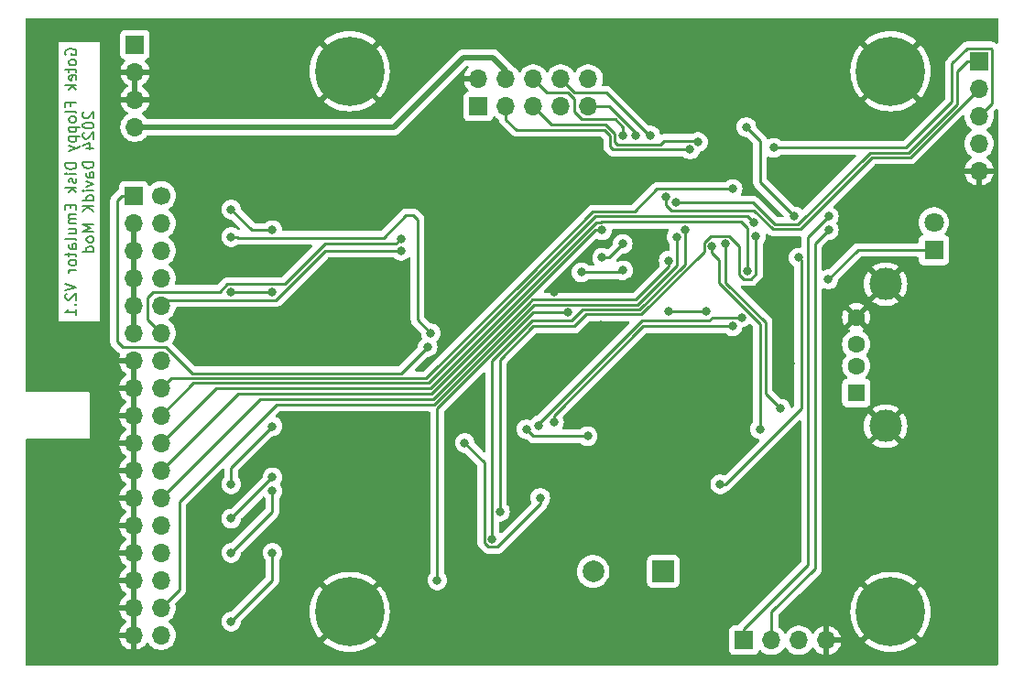
<source format=gbr>
%TF.GenerationSoftware,KiCad,Pcbnew,8.0.1*%
%TF.CreationDate,2024-04-21T20:15:05+02:00*%
%TF.ProjectId,Gotek_Floppy_Disk_Emulator_V2,476f7465-6b5f-4466-9c6f-7070795f4469,rev?*%
%TF.SameCoordinates,Original*%
%TF.FileFunction,Copper,L2,Bot*%
%TF.FilePolarity,Positive*%
%FSLAX46Y46*%
G04 Gerber Fmt 4.6, Leading zero omitted, Abs format (unit mm)*
G04 Created by KiCad (PCBNEW 8.0.1) date 2024-04-21 20:15:05*
%MOMM*%
%LPD*%
G01*
G04 APERTURE LIST*
%ADD10C,0.150000*%
%TA.AperFunction,NonConductor*%
%ADD11C,0.150000*%
%TD*%
%TA.AperFunction,ComponentPad*%
%ADD12R,2.000000X2.000000*%
%TD*%
%TA.AperFunction,ComponentPad*%
%ADD13C,2.000000*%
%TD*%
%TA.AperFunction,ComponentPad*%
%ADD14R,1.600000X1.600000*%
%TD*%
%TA.AperFunction,ComponentPad*%
%ADD15C,1.600000*%
%TD*%
%TA.AperFunction,ComponentPad*%
%ADD16C,3.000000*%
%TD*%
%TA.AperFunction,ComponentPad*%
%ADD17R,1.700000X1.700000*%
%TD*%
%TA.AperFunction,ComponentPad*%
%ADD18O,1.700000X1.700000*%
%TD*%
%TA.AperFunction,ComponentPad*%
%ADD19C,1.700000*%
%TD*%
%TA.AperFunction,ComponentPad*%
%ADD20R,1.800000X1.800000*%
%TD*%
%TA.AperFunction,ComponentPad*%
%ADD21C,1.800000*%
%TD*%
%TA.AperFunction,ComponentPad*%
%ADD22C,0.800000*%
%TD*%
%TA.AperFunction,ComponentPad*%
%ADD23C,6.400000*%
%TD*%
%TA.AperFunction,ViaPad*%
%ADD24C,0.800000*%
%TD*%
%TA.AperFunction,Conductor*%
%ADD25C,0.500000*%
%TD*%
%TA.AperFunction,Conductor*%
%ADD26C,0.250000*%
%TD*%
G04 APERTURE END LIST*
D10*
D11*
X85692466Y-59358093D02*
X85644847Y-59262855D01*
X85644847Y-59262855D02*
X85644847Y-59119998D01*
X85644847Y-59119998D02*
X85692466Y-58977141D01*
X85692466Y-58977141D02*
X85787704Y-58881903D01*
X85787704Y-58881903D02*
X85882942Y-58834284D01*
X85882942Y-58834284D02*
X86073418Y-58786665D01*
X86073418Y-58786665D02*
X86216275Y-58786665D01*
X86216275Y-58786665D02*
X86406751Y-58834284D01*
X86406751Y-58834284D02*
X86501989Y-58881903D01*
X86501989Y-58881903D02*
X86597228Y-58977141D01*
X86597228Y-58977141D02*
X86644847Y-59119998D01*
X86644847Y-59119998D02*
X86644847Y-59215236D01*
X86644847Y-59215236D02*
X86597228Y-59358093D01*
X86597228Y-59358093D02*
X86549608Y-59405712D01*
X86549608Y-59405712D02*
X86216275Y-59405712D01*
X86216275Y-59405712D02*
X86216275Y-59215236D01*
X86644847Y-59977141D02*
X86597228Y-59881903D01*
X86597228Y-59881903D02*
X86549608Y-59834284D01*
X86549608Y-59834284D02*
X86454370Y-59786665D01*
X86454370Y-59786665D02*
X86168656Y-59786665D01*
X86168656Y-59786665D02*
X86073418Y-59834284D01*
X86073418Y-59834284D02*
X86025799Y-59881903D01*
X86025799Y-59881903D02*
X85978180Y-59977141D01*
X85978180Y-59977141D02*
X85978180Y-60119998D01*
X85978180Y-60119998D02*
X86025799Y-60215236D01*
X86025799Y-60215236D02*
X86073418Y-60262855D01*
X86073418Y-60262855D02*
X86168656Y-60310474D01*
X86168656Y-60310474D02*
X86454370Y-60310474D01*
X86454370Y-60310474D02*
X86549608Y-60262855D01*
X86549608Y-60262855D02*
X86597228Y-60215236D01*
X86597228Y-60215236D02*
X86644847Y-60119998D01*
X86644847Y-60119998D02*
X86644847Y-59977141D01*
X85978180Y-60596189D02*
X85978180Y-60977141D01*
X85644847Y-60739046D02*
X86501989Y-60739046D01*
X86501989Y-60739046D02*
X86597228Y-60786665D01*
X86597228Y-60786665D02*
X86644847Y-60881903D01*
X86644847Y-60881903D02*
X86644847Y-60977141D01*
X86597228Y-61691427D02*
X86644847Y-61596189D01*
X86644847Y-61596189D02*
X86644847Y-61405713D01*
X86644847Y-61405713D02*
X86597228Y-61310475D01*
X86597228Y-61310475D02*
X86501989Y-61262856D01*
X86501989Y-61262856D02*
X86121037Y-61262856D01*
X86121037Y-61262856D02*
X86025799Y-61310475D01*
X86025799Y-61310475D02*
X85978180Y-61405713D01*
X85978180Y-61405713D02*
X85978180Y-61596189D01*
X85978180Y-61596189D02*
X86025799Y-61691427D01*
X86025799Y-61691427D02*
X86121037Y-61739046D01*
X86121037Y-61739046D02*
X86216275Y-61739046D01*
X86216275Y-61739046D02*
X86311513Y-61262856D01*
X86644847Y-62167618D02*
X85644847Y-62167618D01*
X86263894Y-62262856D02*
X86644847Y-62548570D01*
X85978180Y-62548570D02*
X86359132Y-62167618D01*
X86121037Y-64072380D02*
X86121037Y-63739047D01*
X86644847Y-63739047D02*
X85644847Y-63739047D01*
X85644847Y-63739047D02*
X85644847Y-64215237D01*
X86644847Y-64739047D02*
X86597228Y-64643809D01*
X86597228Y-64643809D02*
X86501989Y-64596190D01*
X86501989Y-64596190D02*
X85644847Y-64596190D01*
X86644847Y-65262857D02*
X86597228Y-65167619D01*
X86597228Y-65167619D02*
X86549608Y-65120000D01*
X86549608Y-65120000D02*
X86454370Y-65072381D01*
X86454370Y-65072381D02*
X86168656Y-65072381D01*
X86168656Y-65072381D02*
X86073418Y-65120000D01*
X86073418Y-65120000D02*
X86025799Y-65167619D01*
X86025799Y-65167619D02*
X85978180Y-65262857D01*
X85978180Y-65262857D02*
X85978180Y-65405714D01*
X85978180Y-65405714D02*
X86025799Y-65500952D01*
X86025799Y-65500952D02*
X86073418Y-65548571D01*
X86073418Y-65548571D02*
X86168656Y-65596190D01*
X86168656Y-65596190D02*
X86454370Y-65596190D01*
X86454370Y-65596190D02*
X86549608Y-65548571D01*
X86549608Y-65548571D02*
X86597228Y-65500952D01*
X86597228Y-65500952D02*
X86644847Y-65405714D01*
X86644847Y-65405714D02*
X86644847Y-65262857D01*
X85978180Y-66024762D02*
X86978180Y-66024762D01*
X86025799Y-66024762D02*
X85978180Y-66120000D01*
X85978180Y-66120000D02*
X85978180Y-66310476D01*
X85978180Y-66310476D02*
X86025799Y-66405714D01*
X86025799Y-66405714D02*
X86073418Y-66453333D01*
X86073418Y-66453333D02*
X86168656Y-66500952D01*
X86168656Y-66500952D02*
X86454370Y-66500952D01*
X86454370Y-66500952D02*
X86549608Y-66453333D01*
X86549608Y-66453333D02*
X86597228Y-66405714D01*
X86597228Y-66405714D02*
X86644847Y-66310476D01*
X86644847Y-66310476D02*
X86644847Y-66120000D01*
X86644847Y-66120000D02*
X86597228Y-66024762D01*
X85978180Y-66929524D02*
X86978180Y-66929524D01*
X86025799Y-66929524D02*
X85978180Y-67024762D01*
X85978180Y-67024762D02*
X85978180Y-67215238D01*
X85978180Y-67215238D02*
X86025799Y-67310476D01*
X86025799Y-67310476D02*
X86073418Y-67358095D01*
X86073418Y-67358095D02*
X86168656Y-67405714D01*
X86168656Y-67405714D02*
X86454370Y-67405714D01*
X86454370Y-67405714D02*
X86549608Y-67358095D01*
X86549608Y-67358095D02*
X86597228Y-67310476D01*
X86597228Y-67310476D02*
X86644847Y-67215238D01*
X86644847Y-67215238D02*
X86644847Y-67024762D01*
X86644847Y-67024762D02*
X86597228Y-66929524D01*
X85978180Y-67739048D02*
X86644847Y-67977143D01*
X85978180Y-68215238D02*
X86644847Y-67977143D01*
X86644847Y-67977143D02*
X86882942Y-67881905D01*
X86882942Y-67881905D02*
X86930561Y-67834286D01*
X86930561Y-67834286D02*
X86978180Y-67739048D01*
X86644847Y-69358096D02*
X85644847Y-69358096D01*
X85644847Y-69358096D02*
X85644847Y-69596191D01*
X85644847Y-69596191D02*
X85692466Y-69739048D01*
X85692466Y-69739048D02*
X85787704Y-69834286D01*
X85787704Y-69834286D02*
X85882942Y-69881905D01*
X85882942Y-69881905D02*
X86073418Y-69929524D01*
X86073418Y-69929524D02*
X86216275Y-69929524D01*
X86216275Y-69929524D02*
X86406751Y-69881905D01*
X86406751Y-69881905D02*
X86501989Y-69834286D01*
X86501989Y-69834286D02*
X86597228Y-69739048D01*
X86597228Y-69739048D02*
X86644847Y-69596191D01*
X86644847Y-69596191D02*
X86644847Y-69358096D01*
X86644847Y-70358096D02*
X85978180Y-70358096D01*
X85644847Y-70358096D02*
X85692466Y-70310477D01*
X85692466Y-70310477D02*
X85740085Y-70358096D01*
X85740085Y-70358096D02*
X85692466Y-70405715D01*
X85692466Y-70405715D02*
X85644847Y-70358096D01*
X85644847Y-70358096D02*
X85740085Y-70358096D01*
X86597228Y-70786667D02*
X86644847Y-70881905D01*
X86644847Y-70881905D02*
X86644847Y-71072381D01*
X86644847Y-71072381D02*
X86597228Y-71167619D01*
X86597228Y-71167619D02*
X86501989Y-71215238D01*
X86501989Y-71215238D02*
X86454370Y-71215238D01*
X86454370Y-71215238D02*
X86359132Y-71167619D01*
X86359132Y-71167619D02*
X86311513Y-71072381D01*
X86311513Y-71072381D02*
X86311513Y-70929524D01*
X86311513Y-70929524D02*
X86263894Y-70834286D01*
X86263894Y-70834286D02*
X86168656Y-70786667D01*
X86168656Y-70786667D02*
X86121037Y-70786667D01*
X86121037Y-70786667D02*
X86025799Y-70834286D01*
X86025799Y-70834286D02*
X85978180Y-70929524D01*
X85978180Y-70929524D02*
X85978180Y-71072381D01*
X85978180Y-71072381D02*
X86025799Y-71167619D01*
X86644847Y-71643810D02*
X85644847Y-71643810D01*
X86263894Y-71739048D02*
X86644847Y-72024762D01*
X85978180Y-72024762D02*
X86359132Y-71643810D01*
X86121037Y-73215239D02*
X86121037Y-73548572D01*
X86644847Y-73691429D02*
X86644847Y-73215239D01*
X86644847Y-73215239D02*
X85644847Y-73215239D01*
X85644847Y-73215239D02*
X85644847Y-73691429D01*
X86644847Y-74120001D02*
X85978180Y-74120001D01*
X86073418Y-74120001D02*
X86025799Y-74167620D01*
X86025799Y-74167620D02*
X85978180Y-74262858D01*
X85978180Y-74262858D02*
X85978180Y-74405715D01*
X85978180Y-74405715D02*
X86025799Y-74500953D01*
X86025799Y-74500953D02*
X86121037Y-74548572D01*
X86121037Y-74548572D02*
X86644847Y-74548572D01*
X86121037Y-74548572D02*
X86025799Y-74596191D01*
X86025799Y-74596191D02*
X85978180Y-74691429D01*
X85978180Y-74691429D02*
X85978180Y-74834286D01*
X85978180Y-74834286D02*
X86025799Y-74929525D01*
X86025799Y-74929525D02*
X86121037Y-74977144D01*
X86121037Y-74977144D02*
X86644847Y-74977144D01*
X85978180Y-75881905D02*
X86644847Y-75881905D01*
X85978180Y-75453334D02*
X86501989Y-75453334D01*
X86501989Y-75453334D02*
X86597228Y-75500953D01*
X86597228Y-75500953D02*
X86644847Y-75596191D01*
X86644847Y-75596191D02*
X86644847Y-75739048D01*
X86644847Y-75739048D02*
X86597228Y-75834286D01*
X86597228Y-75834286D02*
X86549608Y-75881905D01*
X86644847Y-76500953D02*
X86597228Y-76405715D01*
X86597228Y-76405715D02*
X86501989Y-76358096D01*
X86501989Y-76358096D02*
X85644847Y-76358096D01*
X86644847Y-77310477D02*
X86121037Y-77310477D01*
X86121037Y-77310477D02*
X86025799Y-77262858D01*
X86025799Y-77262858D02*
X85978180Y-77167620D01*
X85978180Y-77167620D02*
X85978180Y-76977144D01*
X85978180Y-76977144D02*
X86025799Y-76881906D01*
X86597228Y-77310477D02*
X86644847Y-77215239D01*
X86644847Y-77215239D02*
X86644847Y-76977144D01*
X86644847Y-76977144D02*
X86597228Y-76881906D01*
X86597228Y-76881906D02*
X86501989Y-76834287D01*
X86501989Y-76834287D02*
X86406751Y-76834287D01*
X86406751Y-76834287D02*
X86311513Y-76881906D01*
X86311513Y-76881906D02*
X86263894Y-76977144D01*
X86263894Y-76977144D02*
X86263894Y-77215239D01*
X86263894Y-77215239D02*
X86216275Y-77310477D01*
X85978180Y-77643811D02*
X85978180Y-78024763D01*
X85644847Y-77786668D02*
X86501989Y-77786668D01*
X86501989Y-77786668D02*
X86597228Y-77834287D01*
X86597228Y-77834287D02*
X86644847Y-77929525D01*
X86644847Y-77929525D02*
X86644847Y-78024763D01*
X86644847Y-78500954D02*
X86597228Y-78405716D01*
X86597228Y-78405716D02*
X86549608Y-78358097D01*
X86549608Y-78358097D02*
X86454370Y-78310478D01*
X86454370Y-78310478D02*
X86168656Y-78310478D01*
X86168656Y-78310478D02*
X86073418Y-78358097D01*
X86073418Y-78358097D02*
X86025799Y-78405716D01*
X86025799Y-78405716D02*
X85978180Y-78500954D01*
X85978180Y-78500954D02*
X85978180Y-78643811D01*
X85978180Y-78643811D02*
X86025799Y-78739049D01*
X86025799Y-78739049D02*
X86073418Y-78786668D01*
X86073418Y-78786668D02*
X86168656Y-78834287D01*
X86168656Y-78834287D02*
X86454370Y-78834287D01*
X86454370Y-78834287D02*
X86549608Y-78786668D01*
X86549608Y-78786668D02*
X86597228Y-78739049D01*
X86597228Y-78739049D02*
X86644847Y-78643811D01*
X86644847Y-78643811D02*
X86644847Y-78500954D01*
X86644847Y-79262859D02*
X85978180Y-79262859D01*
X86168656Y-79262859D02*
X86073418Y-79310478D01*
X86073418Y-79310478D02*
X86025799Y-79358097D01*
X86025799Y-79358097D02*
X85978180Y-79453335D01*
X85978180Y-79453335D02*
X85978180Y-79548573D01*
X85644847Y-80500955D02*
X86644847Y-80834288D01*
X86644847Y-80834288D02*
X85644847Y-81167621D01*
X85740085Y-81453336D02*
X85692466Y-81500955D01*
X85692466Y-81500955D02*
X85644847Y-81596193D01*
X85644847Y-81596193D02*
X85644847Y-81834288D01*
X85644847Y-81834288D02*
X85692466Y-81929526D01*
X85692466Y-81929526D02*
X85740085Y-81977145D01*
X85740085Y-81977145D02*
X85835323Y-82024764D01*
X85835323Y-82024764D02*
X85930561Y-82024764D01*
X85930561Y-82024764D02*
X86073418Y-81977145D01*
X86073418Y-81977145D02*
X86644847Y-81405717D01*
X86644847Y-81405717D02*
X86644847Y-82024764D01*
X86549608Y-82453336D02*
X86597228Y-82500955D01*
X86597228Y-82500955D02*
X86644847Y-82453336D01*
X86644847Y-82453336D02*
X86597228Y-82405717D01*
X86597228Y-82405717D02*
X86549608Y-82453336D01*
X86549608Y-82453336D02*
X86644847Y-82453336D01*
X86644847Y-83453335D02*
X86644847Y-82881907D01*
X86644847Y-83167621D02*
X85644847Y-83167621D01*
X85644847Y-83167621D02*
X85787704Y-83072383D01*
X85787704Y-83072383D02*
X85882942Y-82977145D01*
X85882942Y-82977145D02*
X85930561Y-82881907D01*
X87350029Y-64643809D02*
X87302410Y-64691428D01*
X87302410Y-64691428D02*
X87254791Y-64786666D01*
X87254791Y-64786666D02*
X87254791Y-65024761D01*
X87254791Y-65024761D02*
X87302410Y-65119999D01*
X87302410Y-65119999D02*
X87350029Y-65167618D01*
X87350029Y-65167618D02*
X87445267Y-65215237D01*
X87445267Y-65215237D02*
X87540505Y-65215237D01*
X87540505Y-65215237D02*
X87683362Y-65167618D01*
X87683362Y-65167618D02*
X88254791Y-64596190D01*
X88254791Y-64596190D02*
X88254791Y-65215237D01*
X87254791Y-65834285D02*
X87254791Y-65929523D01*
X87254791Y-65929523D02*
X87302410Y-66024761D01*
X87302410Y-66024761D02*
X87350029Y-66072380D01*
X87350029Y-66072380D02*
X87445267Y-66119999D01*
X87445267Y-66119999D02*
X87635743Y-66167618D01*
X87635743Y-66167618D02*
X87873838Y-66167618D01*
X87873838Y-66167618D02*
X88064314Y-66119999D01*
X88064314Y-66119999D02*
X88159552Y-66072380D01*
X88159552Y-66072380D02*
X88207172Y-66024761D01*
X88207172Y-66024761D02*
X88254791Y-65929523D01*
X88254791Y-65929523D02*
X88254791Y-65834285D01*
X88254791Y-65834285D02*
X88207172Y-65739047D01*
X88207172Y-65739047D02*
X88159552Y-65691428D01*
X88159552Y-65691428D02*
X88064314Y-65643809D01*
X88064314Y-65643809D02*
X87873838Y-65596190D01*
X87873838Y-65596190D02*
X87635743Y-65596190D01*
X87635743Y-65596190D02*
X87445267Y-65643809D01*
X87445267Y-65643809D02*
X87350029Y-65691428D01*
X87350029Y-65691428D02*
X87302410Y-65739047D01*
X87302410Y-65739047D02*
X87254791Y-65834285D01*
X87350029Y-66548571D02*
X87302410Y-66596190D01*
X87302410Y-66596190D02*
X87254791Y-66691428D01*
X87254791Y-66691428D02*
X87254791Y-66929523D01*
X87254791Y-66929523D02*
X87302410Y-67024761D01*
X87302410Y-67024761D02*
X87350029Y-67072380D01*
X87350029Y-67072380D02*
X87445267Y-67119999D01*
X87445267Y-67119999D02*
X87540505Y-67119999D01*
X87540505Y-67119999D02*
X87683362Y-67072380D01*
X87683362Y-67072380D02*
X88254791Y-66500952D01*
X88254791Y-66500952D02*
X88254791Y-67119999D01*
X87588124Y-67977142D02*
X88254791Y-67977142D01*
X87207172Y-67739047D02*
X87921457Y-67500952D01*
X87921457Y-67500952D02*
X87921457Y-68119999D01*
X88254791Y-69262857D02*
X87254791Y-69262857D01*
X87254791Y-69262857D02*
X87254791Y-69500952D01*
X87254791Y-69500952D02*
X87302410Y-69643809D01*
X87302410Y-69643809D02*
X87397648Y-69739047D01*
X87397648Y-69739047D02*
X87492886Y-69786666D01*
X87492886Y-69786666D02*
X87683362Y-69834285D01*
X87683362Y-69834285D02*
X87826219Y-69834285D01*
X87826219Y-69834285D02*
X88016695Y-69786666D01*
X88016695Y-69786666D02*
X88111933Y-69739047D01*
X88111933Y-69739047D02*
X88207172Y-69643809D01*
X88207172Y-69643809D02*
X88254791Y-69500952D01*
X88254791Y-69500952D02*
X88254791Y-69262857D01*
X88254791Y-70691428D02*
X87730981Y-70691428D01*
X87730981Y-70691428D02*
X87635743Y-70643809D01*
X87635743Y-70643809D02*
X87588124Y-70548571D01*
X87588124Y-70548571D02*
X87588124Y-70358095D01*
X87588124Y-70358095D02*
X87635743Y-70262857D01*
X88207172Y-70691428D02*
X88254791Y-70596190D01*
X88254791Y-70596190D02*
X88254791Y-70358095D01*
X88254791Y-70358095D02*
X88207172Y-70262857D01*
X88207172Y-70262857D02*
X88111933Y-70215238D01*
X88111933Y-70215238D02*
X88016695Y-70215238D01*
X88016695Y-70215238D02*
X87921457Y-70262857D01*
X87921457Y-70262857D02*
X87873838Y-70358095D01*
X87873838Y-70358095D02*
X87873838Y-70596190D01*
X87873838Y-70596190D02*
X87826219Y-70691428D01*
X87588124Y-71072381D02*
X88254791Y-71310476D01*
X88254791Y-71310476D02*
X87588124Y-71548571D01*
X88254791Y-71929524D02*
X87588124Y-71929524D01*
X87254791Y-71929524D02*
X87302410Y-71881905D01*
X87302410Y-71881905D02*
X87350029Y-71929524D01*
X87350029Y-71929524D02*
X87302410Y-71977143D01*
X87302410Y-71977143D02*
X87254791Y-71929524D01*
X87254791Y-71929524D02*
X87350029Y-71929524D01*
X88254791Y-72834285D02*
X87254791Y-72834285D01*
X88207172Y-72834285D02*
X88254791Y-72739047D01*
X88254791Y-72739047D02*
X88254791Y-72548571D01*
X88254791Y-72548571D02*
X88207172Y-72453333D01*
X88207172Y-72453333D02*
X88159552Y-72405714D01*
X88159552Y-72405714D02*
X88064314Y-72358095D01*
X88064314Y-72358095D02*
X87778600Y-72358095D01*
X87778600Y-72358095D02*
X87683362Y-72405714D01*
X87683362Y-72405714D02*
X87635743Y-72453333D01*
X87635743Y-72453333D02*
X87588124Y-72548571D01*
X87588124Y-72548571D02*
X87588124Y-72739047D01*
X87588124Y-72739047D02*
X87635743Y-72834285D01*
X88254791Y-73310476D02*
X87254791Y-73310476D01*
X88254791Y-73881904D02*
X87683362Y-73453333D01*
X87254791Y-73881904D02*
X87826219Y-73310476D01*
X88254791Y-75072381D02*
X87254791Y-75072381D01*
X87254791Y-75072381D02*
X87969076Y-75405714D01*
X87969076Y-75405714D02*
X87254791Y-75739047D01*
X87254791Y-75739047D02*
X88254791Y-75739047D01*
X88254791Y-76358095D02*
X88207172Y-76262857D01*
X88207172Y-76262857D02*
X88159552Y-76215238D01*
X88159552Y-76215238D02*
X88064314Y-76167619D01*
X88064314Y-76167619D02*
X87778600Y-76167619D01*
X87778600Y-76167619D02*
X87683362Y-76215238D01*
X87683362Y-76215238D02*
X87635743Y-76262857D01*
X87635743Y-76262857D02*
X87588124Y-76358095D01*
X87588124Y-76358095D02*
X87588124Y-76500952D01*
X87588124Y-76500952D02*
X87635743Y-76596190D01*
X87635743Y-76596190D02*
X87683362Y-76643809D01*
X87683362Y-76643809D02*
X87778600Y-76691428D01*
X87778600Y-76691428D02*
X88064314Y-76691428D01*
X88064314Y-76691428D02*
X88159552Y-76643809D01*
X88159552Y-76643809D02*
X88207172Y-76596190D01*
X88207172Y-76596190D02*
X88254791Y-76500952D01*
X88254791Y-76500952D02*
X88254791Y-76358095D01*
X88254791Y-77548571D02*
X87254791Y-77548571D01*
X88207172Y-77548571D02*
X88254791Y-77453333D01*
X88254791Y-77453333D02*
X88254791Y-77262857D01*
X88254791Y-77262857D02*
X88207172Y-77167619D01*
X88207172Y-77167619D02*
X88159552Y-77120000D01*
X88159552Y-77120000D02*
X88064314Y-77072381D01*
X88064314Y-77072381D02*
X87778600Y-77072381D01*
X87778600Y-77072381D02*
X87683362Y-77120000D01*
X87683362Y-77120000D02*
X87635743Y-77167619D01*
X87635743Y-77167619D02*
X87588124Y-77262857D01*
X87588124Y-77262857D02*
X87588124Y-77453333D01*
X87588124Y-77453333D02*
X87635743Y-77548571D01*
D12*
%TO.P,BZ1,1,-*%
%TO.N,+5V*%
X140919900Y-107124800D03*
D13*
%TO.P,BZ1,2,+*%
%TO.N,Net-(BZ1-+)*%
X134419900Y-107124800D03*
%TD*%
D14*
%TO.P,J3,1,VBUS*%
%TO.N,Net-(J3-VBUS)*%
X158750000Y-90624800D03*
D15*
%TO.P,J3,2,D-*%
%TO.N,Net-(J3-D-)*%
X158750000Y-88124800D03*
%TO.P,J3,3,D+*%
%TO.N,Net-(J3-D+)*%
X158750000Y-86124800D03*
%TO.P,J3,4,GND*%
%TO.N,GNDD*%
X158750000Y-83624800D03*
D16*
%TO.P,J3,5,Shield*%
X161460000Y-93694800D03*
X161460000Y-80554800D03*
%TD*%
D17*
%TO.P,J5,1,Pin_1*%
%TO.N,NRST*%
X123825000Y-64135000D03*
D18*
%TO.P,J5,2,Pin_2*%
%TO.N,GNDD*%
X123825000Y-61595000D03*
%TO.P,J5,3,Pin_3*%
%TO.N,USART1_RX*%
X126365000Y-64135000D03*
%TO.P,J5,4,Pin_4*%
%TO.N,+5V*%
X126365000Y-61595000D03*
%TO.P,J5,5,Pin_5*%
%TO.N,USART1_TX*%
X128905000Y-64135000D03*
%TO.P,J5,6,Pin_6*%
%TO.N,JTCK-SWCLK*%
X128905000Y-61595000D03*
%TO.P,J5,7,Pin_7*%
%TO.N,+3V3*%
X131445000Y-64135000D03*
%TO.P,J5,8,Pin_8*%
%TO.N,JTMS-SWDIO*%
X131445000Y-61595000D03*
%TO.P,J5,9,Pin_9*%
%TO.N,BOOT_0*%
X133985000Y-64135000D03*
%TO.P,J5,10,Pin_10*%
%TO.N,unconnected-(J5-Pin_10-Pad10)*%
X133985000Y-61595000D03*
%TD*%
D17*
%TO.P,J1,1,Pin_1*%
%TO.N,unconnected-(J1-Pin_1-Pad1)*%
X92075000Y-58420000D03*
D18*
%TO.P,J1,2,Pin_2*%
%TO.N,GNDD*%
X92075000Y-60960000D03*
%TO.P,J1,3,Pin_3*%
X92075000Y-63500000D03*
%TO.P,J1,4,Pin_4*%
%TO.N,+5V*%
X92075000Y-66040000D03*
%TD*%
D17*
%TO.P,J6,1,Pin_1*%
%TO.N,Net-(J6-Pin_1)*%
X91948000Y-72390000D03*
D19*
%TO.P,J6,2,Pin_2*%
%TO.N,Net-(J6-Pin_2)*%
X94488000Y-72390000D03*
D18*
%TO.P,J6,3,Pin_3*%
%TO.N,GNDD*%
X91948000Y-74930000D03*
%TO.P,J6,4,Pin_4*%
%TO.N,Net-(J6-Pin_4)*%
X94488000Y-74930000D03*
%TO.P,J6,5,Pin_5*%
%TO.N,GNDD*%
X91948000Y-77470000D03*
%TO.P,J6,6,Pin_6*%
%TO.N,unconnected-(J6-Pin_6-Pad6)*%
X94488000Y-77470000D03*
%TO.P,J6,7,Pin_7*%
%TO.N,GNDD*%
X91948000Y-80010000D03*
%TO.P,J6,8,Pin_8*%
%TO.N,Net-(J6-Pin_8)*%
X94488000Y-80010000D03*
%TO.P,J6,9,Pin_9*%
%TO.N,GNDD*%
X91948000Y-82550000D03*
%TO.P,J6,10,Pin_10*%
%TO.N,Net-(J6-Pin_10)*%
X94488000Y-82550000D03*
%TO.P,J6,11,Pin_11*%
%TO.N,GNDD*%
X91948000Y-85090000D03*
%TO.P,J6,12,Pin_12*%
%TO.N,Net-(J6-Pin_12)*%
X94488000Y-85090000D03*
%TO.P,J6,13,Pin_13*%
%TO.N,GNDD*%
X91948000Y-87630000D03*
%TO.P,J6,14,Pin_14*%
%TO.N,unconnected-(J6-Pin_14-Pad14)*%
X94488000Y-87630000D03*
%TO.P,J6,15,Pin_15*%
%TO.N,GNDD*%
X91948000Y-90170000D03*
%TO.P,J6,16,Pin_16*%
%TO.N,MOTOR_SIGNAL*%
X94488000Y-90170000D03*
%TO.P,J6,17,Pin_17*%
%TO.N,GNDD*%
X91948000Y-92710000D03*
%TO.P,J6,18,Pin_18*%
%TO.N,FPI5V_DIRn*%
X94488000Y-92710000D03*
%TO.P,J6,19,Pin_19*%
%TO.N,GNDD*%
X91948000Y-95250000D03*
%TO.P,J6,20,Pin_20*%
%TO.N,FPI5V_STEPn*%
X94488000Y-95250000D03*
%TO.P,J6,21,Pin_21*%
%TO.N,GNDD*%
X91948000Y-97790000D03*
%TO.P,J6,22,Pin_22*%
%TO.N,FPI5V_WDATAn*%
X94488000Y-97790000D03*
%TO.P,J6,23,Pin_23*%
%TO.N,GNDD*%
X91948000Y-100330000D03*
%TO.P,J6,24,Pin_24*%
%TO.N,FPI5V_WGATEn*%
X94488000Y-100330000D03*
%TO.P,J6,25,Pin_25*%
%TO.N,GNDD*%
X91948000Y-102870000D03*
%TO.P,J6,26,Pin_26*%
%TO.N,Net-(J6-Pin_26)*%
X94488000Y-102870000D03*
%TO.P,J6,27,Pin_27*%
%TO.N,GNDD*%
X91948000Y-105410000D03*
%TO.P,J6,28,Pin_28*%
%TO.N,Net-(J6-Pin_28)*%
X94488000Y-105410000D03*
%TO.P,J6,29,Pin_29*%
%TO.N,GNDD*%
X91948000Y-107950000D03*
%TO.P,J6,30,Pin_30*%
%TO.N,Net-(J6-Pin_30)*%
X94488000Y-107950000D03*
%TO.P,J6,31,Pin_31*%
%TO.N,GNDD*%
X91948000Y-110490000D03*
%TO.P,J6,32,Pin_32*%
%TO.N,FPI5V_SIDEn*%
X94488000Y-110490000D03*
%TO.P,J6,33,Pin_33*%
%TO.N,GNDD*%
X91948000Y-113030000D03*
%TO.P,J6,34,Pin_34*%
%TO.N,Net-(J6-Pin_34)*%
X94488000Y-113030000D03*
%TD*%
D20*
%TO.P,D1,1,K*%
%TO.N,FPI5V_DSELn*%
X165919900Y-77399800D03*
D21*
%TO.P,D1,2,A*%
%TO.N,Net-(D1-A)*%
X165919900Y-74859800D03*
%TD*%
D17*
%TO.P,J2,1,SDA*%
%TO.N,Net-(J2-SDA)*%
X148369900Y-113500000D03*
D18*
%TO.P,J2,2,SCL*%
%TO.N,Net-(J2-SCL)*%
X150909900Y-113500000D03*
%TO.P,J2,3,VCC*%
%TO.N,+3V3*%
X153449900Y-113500000D03*
%TO.P,J2,4,GND*%
%TO.N,GNDD*%
X155989900Y-113500000D03*
%TD*%
D17*
%TO.P,SW1,1,CLK*%
%TO.N,Net-(SW1-CLK)*%
X170103800Y-59944000D03*
D18*
%TO.P,SW1,2,DT*%
%TO.N,Net-(SW1-DT)*%
X170103800Y-62484000D03*
%TO.P,SW1,3,SW*%
%TO.N,Net-(SW1-SW)*%
X170103800Y-65024000D03*
%TO.P,SW1,4,VCC*%
%TO.N,+3V3*%
X170103800Y-67564000D03*
%TO.P,SW1,5,GND*%
%TO.N,GNDD*%
X170103800Y-70104000D03*
%TD*%
D22*
%TO.P,H3,1,1*%
%TO.N,GNDD*%
X109519900Y-60874800D03*
X110222844Y-59177744D03*
X110222844Y-62571856D03*
X111919900Y-58474800D03*
D23*
X111919900Y-60874800D03*
D22*
X111919900Y-63274800D03*
X113616956Y-59177744D03*
X113616956Y-62571856D03*
X114319900Y-60874800D03*
%TD*%
%TO.P,H1,1,1*%
%TO.N,GNDD*%
X159519900Y-60874800D03*
X160222844Y-59177744D03*
X160222844Y-62571856D03*
X161919900Y-58474800D03*
D23*
X161919900Y-60874800D03*
D22*
X161919900Y-63274800D03*
X163616956Y-59177744D03*
X163616956Y-62571856D03*
X164319900Y-60874800D03*
%TD*%
%TO.P,H2,1,1*%
%TO.N,GNDD*%
X159519900Y-110874800D03*
X160222844Y-109177744D03*
X160222844Y-112571856D03*
X161919900Y-108474800D03*
D23*
X161919900Y-110874800D03*
D22*
X161919900Y-113274800D03*
X163616956Y-109177744D03*
X163616956Y-112571856D03*
X164319900Y-110874800D03*
%TD*%
%TO.P,H4,1,1*%
%TO.N,GNDD*%
X109519900Y-110874800D03*
X110222844Y-109177744D03*
X110222844Y-112571856D03*
X111919900Y-108474800D03*
D23*
X111919900Y-110874800D03*
D22*
X111919900Y-113274800D03*
X113616956Y-109177744D03*
X113616956Y-112571856D03*
X114319900Y-110874800D03*
%TD*%
D24*
%TO.N,GNDD*%
X83185000Y-71520000D03*
X83185000Y-85890000D03*
X83185000Y-100260000D03*
X83185000Y-114630000D03*
X153670000Y-57150000D03*
X170815000Y-57150000D03*
X111760000Y-85090000D03*
X130919900Y-103624800D03*
X121920000Y-68580000D03*
X126319900Y-71274800D03*
X135890000Y-57150000D03*
X106045000Y-78105000D03*
X151169900Y-69374800D03*
X106169900Y-101624800D03*
X130810000Y-81280000D03*
X135919900Y-71124800D03*
X110419900Y-95874800D03*
X140419900Y-69374800D03*
X170815000Y-90485000D03*
X156169900Y-81624800D03*
X117475000Y-114630000D03*
X118110000Y-99695000D03*
X137795000Y-80374800D03*
X170815000Y-108585000D03*
X152669900Y-63624800D03*
X140970000Y-114630000D03*
X118364000Y-105232200D03*
X156845000Y-100330000D03*
X143916400Y-89204800D03*
X149860000Y-101600000D03*
X125730000Y-111125000D03*
X146169900Y-106624800D03*
X130022600Y-86374800D03*
X104169900Y-72874800D03*
X135169900Y-84374800D03*
X139169900Y-88646000D03*
X117475000Y-57150000D03*
X154119900Y-71674800D03*
X83185000Y-57150000D03*
X152669900Y-87874800D03*
%TO.N,NRST*%
X128270000Y-93980000D03*
X144890000Y-83095000D03*
X141419900Y-83095000D03*
X133919900Y-94624800D03*
%TO.N,FPI5V_DSELn*%
X147320014Y-84455000D03*
X156169900Y-80124800D03*
X130810000Y-93345000D03*
%TO.N,BOOT_0*%
X138334740Y-66799800D03*
%TO.N,JTMS-SWDIO*%
X139699986Y-66799800D03*
%TO.N,JTCK-SWCLK*%
X137169900Y-66799800D03*
%TO.N,USART1_TX*%
X144123024Y-67425132D03*
%TO.N,USART1_RX*%
X143390000Y-68105338D03*
%TO.N,FPI5V_SIDEn*%
X142149990Y-76200008D03*
%TO.N,FPI5V_WGATEn*%
X141408437Y-78374800D03*
%TO.N,FPI5V_WDATAn*%
X135255000Y-75565000D03*
%TO.N,FPI5V_STEPn*%
X148680010Y-79375000D03*
%TO.N,FPI5V_DIRn*%
X149271436Y-74883564D03*
%TO.N,MOTOR_SIGNAL*%
X147320000Y-71755000D03*
%TO.N,SOUND*%
X132080000Y-83185000D03*
X120015000Y-107950000D03*
%TO.N,Net-(R8-Pad1)*%
X122555000Y-95250000D03*
X129539998Y-100330000D03*
%TO.N,JUMPER_JC*%
X153035000Y-74295000D03*
X148590000Y-66040000D03*
%TO.N,JUMPER_JB*%
X148169900Y-83624800D03*
X129419900Y-93624800D03*
%TO.N,FPO3V_RDDATAn*%
X125820010Y-101600000D03*
X149486567Y-76172065D03*
%TO.N,FPO3V_READYn*%
X142902258Y-75541126D03*
X125095000Y-104140000D03*
%TO.N,FPO3V_TRK00n*%
X137160000Y-76835000D03*
X135255000Y-78105000D03*
%TO.N,FPO3V_INDEXn*%
X137199651Y-79287651D03*
X133350000Y-79465010D03*
%TO.N,Net-(J2-SCL)*%
X156210000Y-75565000D03*
%TO.N,Net-(J2-SDA)*%
X156209992Y-74295000D03*
%TO.N,Net-(J6-Pin_28)*%
X100965000Y-102235000D03*
X104775000Y-98425000D03*
%TO.N,Net-(J6-Pin_2)*%
X104775000Y-75565000D03*
X100965000Y-73660000D03*
%TO.N,Net-(J6-Pin_26)*%
X104775000Y-93700032D03*
X100965000Y-99060000D03*
%TO.N,Net-(J6-Pin_30)*%
X100965000Y-105410000D03*
X104775000Y-99695000D03*
%TO.N,Net-(J6-Pin_1)*%
X119126000Y-86374800D03*
%TO.N,Net-(J6-Pin_10)*%
X116669900Y-77470000D03*
%TO.N,Net-(J6-Pin_4)*%
X119419900Y-85090000D03*
X100965000Y-76200000D03*
%TO.N,Net-(J6-Pin_8)*%
X100965000Y-81280000D03*
X104775000Y-81280000D03*
%TO.N,Net-(J6-Pin_12)*%
X116669900Y-76374800D03*
%TO.N,Net-(J6-Pin_34)*%
X104775000Y-105410000D03*
X100965000Y-111760000D03*
%TO.N,Net-(U2-PA11)*%
X151765000Y-92075000D03*
X146685000Y-76835000D03*
%TO.N,Net-(U2-PA12)*%
X149860000Y-93980000D03*
X145415000Y-77092679D03*
%TO.N,Net-(SW1-CLK)*%
X142039968Y-73025000D03*
%TO.N,Net-(SW1-SW)*%
X151130000Y-67945000D03*
%TO.N,Net-(SW1-DT)*%
X141169676Y-72480010D03*
%TO.N,Net-(U2-PA4)*%
X153419900Y-78105000D03*
X146169900Y-99060000D03*
%TD*%
D25*
%TO.N,+5V*%
X122419900Y-59624800D02*
X125169900Y-59624800D01*
X126365000Y-60819900D02*
X126365000Y-61595000D01*
X92075000Y-66040000D02*
X116004700Y-66040000D01*
X116004700Y-66040000D02*
X122419900Y-59624800D01*
X125169900Y-59624800D02*
X126365000Y-60819900D01*
D26*
%TO.N,NRST*%
X144800000Y-83185000D02*
X144890000Y-83095000D01*
X133919900Y-94624800D02*
X128914800Y-94624800D01*
X128914800Y-94624800D02*
X128270000Y-93980000D01*
X141419900Y-83095000D02*
X144890000Y-83095000D01*
%TO.N,FPI5V_DSELn*%
X130810000Y-93345000D02*
X130810000Y-92710000D01*
X139065000Y-84455000D02*
X147320014Y-84455000D01*
X130810000Y-92710000D02*
X139065000Y-84455000D01*
X158894900Y-77399800D02*
X156169900Y-80124800D01*
X165919900Y-77399800D02*
X158894900Y-77399800D01*
%TO.N,BOOT_0*%
X138334740Y-66799800D02*
X138334740Y-66581150D01*
X138334740Y-66581150D02*
X135888590Y-64135000D01*
X135888590Y-64135000D02*
X133985000Y-64135000D01*
%TO.N,JTMS-SWDIO*%
X132724800Y-62874800D02*
X131445000Y-61595000D01*
X139594900Y-66799800D02*
X135669900Y-62874800D01*
X139699986Y-66799800D02*
X139594900Y-66799800D01*
X135669900Y-62874800D02*
X132724800Y-62874800D01*
%TO.N,JTCK-SWCLK*%
X133350315Y-65336000D02*
X132669900Y-64655585D01*
X137169900Y-66799800D02*
X137169900Y-66052706D01*
X137169900Y-66052706D02*
X136453194Y-65336000D01*
X132669900Y-63456296D02*
X132088404Y-62874800D01*
X132088404Y-62874800D02*
X130184800Y-62874800D01*
X136453194Y-65336000D02*
X133350315Y-65336000D01*
X130184800Y-62874800D02*
X128905000Y-61595000D01*
X132669900Y-64655585D02*
X132669900Y-63456296D01*
%TO.N,USART1_TX*%
X144123024Y-67425132D02*
X144007892Y-67310000D01*
X135565261Y-65786000D02*
X130556000Y-65786000D01*
X130556000Y-65786000D02*
X128905000Y-64135000D01*
X136636699Y-67624800D02*
X136444900Y-67433001D01*
X136444900Y-67433001D02*
X136444900Y-66665639D01*
X136444900Y-66665639D02*
X135565261Y-65786000D01*
X144007892Y-67310000D02*
X140984700Y-67310000D01*
X140669900Y-67624800D02*
X136636699Y-67624800D01*
X140984700Y-67310000D02*
X140669900Y-67624800D01*
%TO.N,USART1_RX*%
X135984990Y-67844402D02*
X135984989Y-66842138D01*
X126365000Y-65337081D02*
X126365000Y-64135000D01*
X143390000Y-68105338D02*
X140825758Y-68105338D01*
X140806296Y-68124800D02*
X136265388Y-68124800D01*
X140825758Y-68105338D02*
X140806296Y-68124800D01*
X135984989Y-66842138D02*
X135436851Y-66294000D01*
X135436851Y-66294000D02*
X127321919Y-66294000D01*
X127321919Y-66294000D02*
X126365000Y-65337081D01*
X136265388Y-68124800D02*
X135984990Y-67844402D01*
%TO.N,FPI5V_SIDEn*%
X128718600Y-82734989D02*
X128720011Y-82734989D01*
X142149990Y-78831421D02*
X142149990Y-76200008D01*
X105156000Y-91694000D02*
X119759589Y-91694000D01*
X96169900Y-100680100D02*
X105156000Y-91694000D01*
X96169900Y-108808100D02*
X96169900Y-100680100D01*
X128720011Y-82734989D02*
X128995002Y-82459998D01*
X94488000Y-110490000D02*
X96169900Y-108808100D01*
X138521413Y-82459998D02*
X142149990Y-78831421D01*
X128995002Y-82459998D02*
X138521413Y-82459998D01*
X119759589Y-91694000D02*
X128718600Y-82734989D01*
%TO.N,FPI5V_WGATEn*%
X103632000Y-91186000D02*
X94488000Y-100330000D01*
X128808602Y-82009987D02*
X128533611Y-82284978D01*
X119631179Y-91186000D02*
X103632000Y-91186000D01*
X138335013Y-82009987D02*
X128808602Y-82009987D01*
X128533611Y-82284978D02*
X128532200Y-82284978D01*
X141408437Y-78936563D02*
X138335013Y-82009987D01*
X141408437Y-78374800D02*
X141408437Y-78936563D01*
X128532200Y-82284978D02*
X119631179Y-91186000D01*
%TO.N,FPI5V_WDATAn*%
X134617179Y-75565000D02*
X134689315Y-75565000D01*
X119502768Y-90678000D02*
X128345800Y-81834967D01*
X128345800Y-81834967D02*
X128347212Y-81834967D01*
X128347212Y-81834967D02*
X134617179Y-75565000D01*
X101600000Y-90678000D02*
X119502768Y-90678000D01*
X134689315Y-75565000D02*
X135255000Y-75565000D01*
X94488000Y-97790000D02*
X101600000Y-90678000D01*
%TO.N,FPI5V_STEPn*%
X148680010Y-78809315D02*
X148680010Y-79375000D01*
X99568000Y-90170000D02*
X119374357Y-90170000D01*
X94488000Y-95250000D02*
X99568000Y-90170000D01*
X148680010Y-75365140D02*
X148680010Y-78809315D01*
X128160812Y-81384956D02*
X134705771Y-74839997D01*
X119374357Y-90170000D02*
X128159400Y-81384956D01*
X135164997Y-74839997D02*
X135188869Y-74816125D01*
X135188869Y-74816125D02*
X148130995Y-74816125D01*
X128159400Y-81384956D02*
X128160812Y-81384956D01*
X134705771Y-74839997D02*
X135164997Y-74839997D01*
X148130995Y-74816125D02*
X148680010Y-75365140D01*
%TO.N,FPI5V_DIRn*%
X127974412Y-80934945D02*
X127973000Y-80934945D01*
X97478011Y-89719989D02*
X94488000Y-92710000D01*
X148696255Y-74308383D02*
X134600974Y-74308383D01*
X149271436Y-74883564D02*
X148696255Y-74308383D01*
X127973000Y-80934945D02*
X119187957Y-89719989D01*
X134600974Y-74308383D02*
X127974412Y-80934945D01*
X119187957Y-89719989D02*
X97478011Y-89719989D01*
%TO.N,MOTOR_SIGNAL*%
X94488000Y-90170000D02*
X95388022Y-89269978D01*
X128419900Y-79851634D02*
X134413161Y-73858373D01*
X138231627Y-73858373D02*
X140335000Y-71755000D01*
X134413161Y-73858373D02*
X138231627Y-73858373D01*
X140335000Y-71755000D02*
X147320000Y-71755000D01*
X119001557Y-89269978D02*
X128418474Y-79853061D01*
X128418474Y-79853061D02*
X128419900Y-79853061D01*
X95388022Y-89269978D02*
X119001557Y-89269978D01*
X128419900Y-79853061D02*
X128419900Y-79851634D01*
%TO.N,SOUND*%
X120015000Y-107950000D02*
X120015000Y-92075000D01*
X120015000Y-92075000D02*
X128905000Y-83185000D01*
X128905000Y-83185000D02*
X132080000Y-83185000D01*
%TO.N,Net-(R8-Pad1)*%
X122555000Y-95250000D02*
X124369999Y-97064999D01*
X129539998Y-100895685D02*
X129539998Y-100330000D01*
X124369999Y-104488001D02*
X124746999Y-104865001D01*
X124369999Y-97064999D02*
X124369999Y-104488001D01*
X124746999Y-104865001D02*
X125570682Y-104865001D01*
X125570682Y-104865001D02*
X129539998Y-100895685D01*
%TO.N,JUMPER_JC*%
X149860000Y-67310000D02*
X148590000Y-66040000D01*
X153035000Y-74295000D02*
X149860000Y-71120000D01*
X149860000Y-71120000D02*
X149860000Y-67310000D01*
%TO.N,JUMPER_JB*%
X129419900Y-93463689D02*
X138973587Y-83910002D01*
X145148000Y-83910002D02*
X145433202Y-83624800D01*
X129419900Y-93624800D02*
X129419900Y-93463689D01*
X138973587Y-83910002D02*
X145148000Y-83910002D01*
X145433202Y-83624800D02*
X148169900Y-83624800D01*
%TO.N,FPO3V_RDDATAn*%
X145324680Y-76109999D02*
X147033001Y-76109999D01*
X144689998Y-76744677D02*
X145324680Y-76109999D01*
X125820010Y-101600000D02*
X125820010Y-87542810D01*
X147955009Y-79723001D02*
X148332009Y-80100001D01*
X149486567Y-76737750D02*
X149486567Y-76172065D01*
X147955009Y-77032007D02*
X147955009Y-79723001D01*
X138894213Y-83360020D02*
X144689998Y-77564235D01*
X147033001Y-76109999D02*
X147955009Y-77032007D01*
X132715000Y-84455000D02*
X133809980Y-83360020D01*
X125820010Y-87542810D02*
X128907820Y-84455000D01*
X144689998Y-77564235D02*
X144689998Y-76744677D01*
X148332009Y-80100001D02*
X149028011Y-80100001D01*
X128907820Y-84455000D02*
X132715000Y-84455000D01*
X149486567Y-79641445D02*
X149486567Y-76737750D01*
X133809980Y-83360020D02*
X138894213Y-83360020D01*
X149028011Y-80100001D02*
X149486567Y-79641445D01*
%TO.N,FPO3V_READYn*%
X142902258Y-76106811D02*
X142902258Y-75541126D01*
X125095000Y-104140000D02*
X125095000Y-87631410D01*
X138707813Y-82910009D02*
X142902258Y-78715564D01*
X128816409Y-83910001D02*
X132428001Y-83910001D01*
X132428001Y-83910001D02*
X133427993Y-82910009D01*
X125095000Y-87631410D02*
X128816409Y-83910001D01*
X142902258Y-78715564D02*
X142902258Y-76106811D01*
X133427993Y-82910009D02*
X138707813Y-82910009D01*
%TO.N,FPO3V_TRK00n*%
X135890000Y-78105000D02*
X137160000Y-76835000D01*
X135255000Y-78105000D02*
X135890000Y-78105000D01*
%TO.N,FPO3V_INDEXn*%
X137022292Y-79465010D02*
X137199651Y-79287651D01*
X133350000Y-79465010D02*
X137022292Y-79465010D01*
%TO.N,Net-(J2-SCL)*%
X154940000Y-76835000D02*
X154940000Y-106854700D01*
X150909900Y-110884800D02*
X150909900Y-113500000D01*
X156210000Y-75565000D02*
X154940000Y-76835000D01*
X154940000Y-106854700D02*
X150909900Y-110884800D01*
%TO.N,Net-(J2-SDA)*%
X148369900Y-112424800D02*
X154305000Y-106489700D01*
X154305000Y-76199992D02*
X156209992Y-74295000D01*
X148369900Y-113500000D02*
X148369900Y-112424800D01*
X154305000Y-106489700D02*
X154305000Y-76199992D01*
%TO.N,Net-(J6-Pin_28)*%
X100965000Y-102235000D02*
X104775000Y-98425000D01*
%TO.N,Net-(J6-Pin_2)*%
X100965000Y-73660000D02*
X102870000Y-75565000D01*
X102870000Y-75565000D02*
X104775000Y-75565000D01*
%TO.N,Net-(J6-Pin_26)*%
X100965000Y-97510032D02*
X104375001Y-94100031D01*
X104375001Y-94100031D02*
X104775000Y-93700032D01*
X100965000Y-99060000D02*
X100965000Y-97510032D01*
%TO.N,Net-(J6-Pin_30)*%
X100965000Y-105410000D02*
X104775000Y-101600000D01*
X104775000Y-101600000D02*
X104775000Y-99695000D01*
%TO.N,Net-(J6-Pin_1)*%
X90905100Y-86360000D02*
X90419900Y-85874800D01*
X94957002Y-86360000D02*
X90905100Y-86360000D01*
X116680832Y-88819968D02*
X97416970Y-88819968D01*
X90848000Y-72390000D02*
X91948000Y-72390000D01*
X119126000Y-86374800D02*
X116680832Y-88819968D01*
X97416970Y-88819968D02*
X94957002Y-86360000D01*
X90419900Y-72818100D02*
X90848000Y-72390000D01*
X90419900Y-85874800D02*
X90419900Y-72818100D01*
%TO.N,Net-(J6-Pin_10)*%
X105086002Y-82042000D02*
X94996000Y-82042000D01*
X94996000Y-82042000D02*
X94488000Y-82550000D01*
X109658002Y-77470000D02*
X105086002Y-82042000D01*
X116669900Y-77470000D02*
X109658002Y-77470000D01*
%TO.N,Net-(J6-Pin_4)*%
X117823001Y-74204999D02*
X117126999Y-74204999D01*
X101620686Y-76290001D02*
X101530685Y-76200000D01*
X101530685Y-76200000D02*
X100965000Y-76200000D01*
X118200001Y-74581999D02*
X117823001Y-74204999D01*
X117126999Y-74204999D02*
X115041997Y-76290001D01*
X119419900Y-85090000D02*
X118200001Y-83870101D01*
X115041997Y-76290001D02*
X101620686Y-76290001D01*
X118200001Y-83870101D02*
X118200001Y-74581999D01*
%TO.N,Net-(J6-Pin_8)*%
X100965000Y-81280000D02*
X104775000Y-81280000D01*
%TO.N,Net-(J6-Pin_12)*%
X109656592Y-76835000D02*
X105936593Y-80554999D01*
X105936593Y-80554999D02*
X100616999Y-80554999D01*
X116669900Y-76374800D02*
X116209700Y-76835000D01*
X99891998Y-81280000D02*
X93745499Y-81280000D01*
X93218000Y-83820000D02*
X94488000Y-85090000D01*
X100616999Y-80554999D02*
X99891998Y-81280000D01*
X93218000Y-81807499D02*
X93218000Y-83820000D01*
X93745499Y-81280000D02*
X93218000Y-81807499D01*
X116209700Y-76835000D02*
X109656592Y-76835000D01*
%TO.N,Net-(J6-Pin_34)*%
X100965000Y-111760000D02*
X104775000Y-107950000D01*
X104775000Y-107950000D02*
X104775000Y-105410000D01*
%TO.N,Net-(U2-PA11)*%
X146685000Y-80424589D02*
X146685000Y-77400685D01*
X151765000Y-92075000D02*
X150368000Y-90678000D01*
X150368000Y-90678000D02*
X150368000Y-84107589D01*
X146685000Y-77400685D02*
X146685000Y-76835000D01*
X150368000Y-84107589D02*
X146685000Y-80424589D01*
%TO.N,Net-(U2-PA12)*%
X145415000Y-77658364D02*
X145415000Y-77092679D01*
X149860000Y-93980000D02*
X149860000Y-84235999D01*
X146050000Y-78293364D02*
X145415000Y-77658364D01*
X146050000Y-80425999D02*
X146050000Y-78293364D01*
X149860000Y-84235999D02*
X146050000Y-80425999D01*
%TO.N,Net-(SW1-CLK)*%
X153383001Y-75020001D02*
X160007992Y-68395010D01*
X142039968Y-73025000D02*
X149225000Y-73025000D01*
X168045695Y-63905695D02*
X168045695Y-60902105D01*
X151220002Y-75020002D02*
X153383001Y-75020001D01*
X160007992Y-68395010D02*
X163556380Y-68395010D01*
X169003800Y-59944000D02*
X170103800Y-59944000D01*
X149225000Y-73025000D02*
X151220002Y-75020002D01*
X168045695Y-60902105D02*
X169003800Y-59944000D01*
X163556380Y-68395010D02*
X168045695Y-63905695D01*
%TO.N,Net-(SW1-SW)*%
X171278801Y-58833999D02*
X171278801Y-63848999D01*
X151130000Y-67945000D02*
X163369980Y-67945000D01*
X163369980Y-67945000D02*
X167595685Y-63719295D01*
X170953799Y-64174001D02*
X170103800Y-65024000D01*
X167595685Y-63719295D02*
X167595685Y-60167113D01*
X171213801Y-58768999D02*
X171278801Y-58833999D01*
X167595685Y-60167113D02*
X168993799Y-58768999D01*
X168993799Y-58768999D02*
X171213801Y-58768999D01*
X171278801Y-63848999D02*
X170953799Y-64174001D01*
%TO.N,Net-(SW1-DT)*%
X151033603Y-75470013D02*
X153569402Y-75470013D01*
X160194396Y-68845019D02*
X163742781Y-68845019D01*
X141691966Y-73750002D02*
X149313592Y-73750002D01*
X163742781Y-68845019D02*
X169253801Y-63333999D01*
X169253801Y-63333999D02*
X170103800Y-62484000D01*
X153569402Y-75470013D02*
X160194396Y-68845019D01*
X149313592Y-73750002D02*
X151033603Y-75470013D01*
X141169676Y-72480010D02*
X141169676Y-73227712D01*
X141169676Y-73227712D02*
X141691966Y-73750002D01*
%TO.N,Net-(U2-PA4)*%
X146685000Y-99060000D02*
X153670000Y-92075000D01*
X146169900Y-99060000D02*
X146685000Y-99060000D01*
X153670000Y-92075000D02*
X153670000Y-78355100D01*
X153670000Y-78355100D02*
X153419900Y-78105000D01*
%TD*%
%TA.AperFunction,Conductor*%
%TO.N,GNDD*%
G36*
X92329000Y-63069297D02*
G01*
X92267993Y-63034075D01*
X92140826Y-63000000D01*
X92009174Y-63000000D01*
X91882007Y-63034075D01*
X91821000Y-63069297D01*
X91821000Y-61390702D01*
X91882007Y-61425925D01*
X92009174Y-61460000D01*
X92140826Y-61460000D01*
X92267993Y-61425925D01*
X92329000Y-61390702D01*
X92329000Y-63069297D01*
G37*
%TD.AperFunction*%
%TA.AperFunction,Conductor*%
G36*
X171796621Y-55960502D02*
G01*
X171843114Y-56014158D01*
X171854500Y-56066500D01*
X171854500Y-58209604D01*
X171834498Y-58277725D01*
X171780842Y-58324218D01*
X171710568Y-58334322D01*
X171645988Y-58304828D01*
X171639405Y-58298699D01*
X171617636Y-58276930D01*
X171617634Y-58276928D01*
X171513876Y-58207599D01*
X171398586Y-58159844D01*
X171324887Y-58145184D01*
X171276197Y-58135499D01*
X171276195Y-58135499D01*
X169056193Y-58135499D01*
X168931405Y-58135499D01*
X168931402Y-58135499D01*
X168809013Y-58159844D01*
X168809008Y-58159846D01*
X168693723Y-58207598D01*
X168589966Y-58276926D01*
X168332969Y-58533924D01*
X167191852Y-59675042D01*
X167103616Y-59763277D01*
X167103611Y-59763284D01*
X167034286Y-59867036D01*
X166986531Y-59982325D01*
X166962185Y-60104716D01*
X166962185Y-63404701D01*
X166942183Y-63472822D01*
X166925280Y-63493796D01*
X163144481Y-67274595D01*
X163082169Y-67308621D01*
X163055386Y-67311500D01*
X151838200Y-67311500D01*
X151770079Y-67291498D01*
X151744563Y-67269810D01*
X151741252Y-67266133D01*
X151586752Y-67153882D01*
X151412288Y-67076206D01*
X151225487Y-67036500D01*
X151034513Y-67036500D01*
X150847711Y-67076206D01*
X150673246Y-67153883D01*
X150654796Y-67167287D01*
X150587927Y-67191143D01*
X150518776Y-67175060D01*
X150469298Y-67124144D01*
X150464330Y-67113567D01*
X150460592Y-67104542D01*
X150421400Y-67009925D01*
X150352071Y-66906167D01*
X150263833Y-66817929D01*
X149537122Y-66091218D01*
X149503096Y-66028906D01*
X149500907Y-66015293D01*
X149483542Y-65850072D01*
X149424527Y-65668444D01*
X149329040Y-65503056D01*
X149329038Y-65503054D01*
X149329034Y-65503048D01*
X149201255Y-65361135D01*
X149046752Y-65248882D01*
X148872288Y-65171206D01*
X148685487Y-65131500D01*
X148494513Y-65131500D01*
X148307711Y-65171206D01*
X148133247Y-65248882D01*
X147978744Y-65361135D01*
X147850965Y-65503048D01*
X147850958Y-65503058D01*
X147755476Y-65668438D01*
X147755473Y-65668445D01*
X147696457Y-65850072D01*
X147676496Y-66040000D01*
X147696457Y-66229927D01*
X147717276Y-66294000D01*
X147755473Y-66411556D01*
X147755476Y-66411561D01*
X147850958Y-66576941D01*
X147850965Y-66576951D01*
X147978744Y-66718864D01*
X147989576Y-66726734D01*
X148133248Y-66831118D01*
X148307712Y-66908794D01*
X148494513Y-66948500D01*
X148550406Y-66948500D01*
X148618527Y-66968502D01*
X148639501Y-66985405D01*
X149189595Y-67535499D01*
X149223621Y-67597811D01*
X149226500Y-67624594D01*
X149226500Y-71182396D01*
X149233594Y-71218058D01*
X149250845Y-71304785D01*
X149298600Y-71420075D01*
X149367929Y-71523833D01*
X149367931Y-71523835D01*
X152015502Y-74171406D01*
X152049528Y-74233718D01*
X152044463Y-74304533D01*
X152001916Y-74361369D01*
X151935396Y-74386180D01*
X151926407Y-74386501D01*
X151534595Y-74386501D01*
X151466474Y-74366499D01*
X151445500Y-74349596D01*
X149628835Y-72532931D01*
X149628833Y-72532929D01*
X149525075Y-72463600D01*
X149409785Y-72415845D01*
X149336086Y-72401185D01*
X149287396Y-72391500D01*
X149287394Y-72391500D01*
X148219800Y-72391500D01*
X148151679Y-72371498D01*
X148105186Y-72317842D01*
X148095082Y-72247568D01*
X148110681Y-72202500D01*
X148131971Y-72165624D01*
X148154527Y-72126556D01*
X148213542Y-71944928D01*
X148233504Y-71755000D01*
X148213542Y-71565072D01*
X148154527Y-71383444D01*
X148059040Y-71218056D01*
X148059038Y-71218054D01*
X148059034Y-71218048D01*
X147931255Y-71076135D01*
X147776752Y-70963882D01*
X147602288Y-70886206D01*
X147415487Y-70846500D01*
X147224513Y-70846500D01*
X147037711Y-70886206D01*
X146863247Y-70963882D01*
X146708747Y-71076133D01*
X146705437Y-71079810D01*
X146644991Y-71117050D01*
X146611800Y-71121500D01*
X140272600Y-71121500D01*
X140150217Y-71145844D01*
X140150209Y-71145846D01*
X140116447Y-71159830D01*
X140116447Y-71159831D01*
X140061976Y-71182394D01*
X140034925Y-71193599D01*
X139931167Y-71262927D01*
X139479458Y-71714637D01*
X138006126Y-73187969D01*
X137943816Y-73221993D01*
X137917033Y-73224873D01*
X134350764Y-73224873D01*
X134277729Y-73239401D01*
X134228376Y-73249218D01*
X134228374Y-73249218D01*
X134228373Y-73249219D01*
X134160836Y-73277194D01*
X134129660Y-73290108D01*
X134113084Y-73296974D01*
X134009332Y-73366299D01*
X134009325Y-73366304D01*
X131010740Y-76364890D01*
X128016067Y-79359563D01*
X128014641Y-79360989D01*
X123379232Y-83996399D01*
X118776058Y-88599573D01*
X118713746Y-88633599D01*
X118686963Y-88636478D01*
X118064416Y-88636478D01*
X117996295Y-88616476D01*
X117949802Y-88562820D01*
X117939698Y-88492546D01*
X117969192Y-88427966D01*
X117975321Y-88421383D01*
X118459698Y-87937007D01*
X119076500Y-87320205D01*
X119138812Y-87286179D01*
X119165595Y-87283300D01*
X119221487Y-87283300D01*
X119408288Y-87243594D01*
X119582752Y-87165918D01*
X119737253Y-87053666D01*
X119739312Y-87051379D01*
X119865034Y-86911751D01*
X119865035Y-86911749D01*
X119865040Y-86911744D01*
X119960527Y-86746356D01*
X120019542Y-86564728D01*
X120039504Y-86374800D01*
X120019542Y-86184872D01*
X119960527Y-86003244D01*
X119942793Y-85972528D01*
X119926055Y-85903532D01*
X119949275Y-85836440D01*
X119977850Y-85807592D01*
X120031153Y-85768866D01*
X120058233Y-85738791D01*
X120158934Y-85626951D01*
X120158935Y-85626949D01*
X120158940Y-85626944D01*
X120254427Y-85461556D01*
X120313442Y-85279928D01*
X120333404Y-85090000D01*
X120313442Y-84900072D01*
X120254427Y-84718444D01*
X120158940Y-84553056D01*
X120158938Y-84553054D01*
X120158934Y-84553048D01*
X120031155Y-84411135D01*
X119876652Y-84298882D01*
X119702188Y-84221206D01*
X119515387Y-84181500D01*
X119459495Y-84181500D01*
X119391374Y-84161498D01*
X119370400Y-84144595D01*
X118870406Y-83644601D01*
X118836380Y-83582289D01*
X118833501Y-83555506D01*
X118833501Y-74519606D01*
X118833500Y-74519602D01*
X118827092Y-74487386D01*
X118809156Y-74397214D01*
X118792662Y-74357394D01*
X118761402Y-74281924D01*
X118692073Y-74178166D01*
X118226834Y-73712928D01*
X118123076Y-73643599D01*
X118007786Y-73595844D01*
X117934087Y-73581184D01*
X117885397Y-73571499D01*
X117885395Y-73571499D01*
X117189393Y-73571499D01*
X117064605Y-73571499D01*
X117064602Y-73571499D01*
X116997374Y-73584872D01*
X116942214Y-73595844D01*
X116942212Y-73595844D01*
X116942211Y-73595845D01*
X116874674Y-73623820D01*
X116839616Y-73638342D01*
X116826922Y-73643600D01*
X116723170Y-73712925D01*
X116723163Y-73712930D01*
X114816498Y-75619596D01*
X114754186Y-75653622D01*
X114727403Y-75656501D01*
X105811572Y-75656501D01*
X105743451Y-75636499D01*
X105696958Y-75582843D01*
X105686262Y-75543671D01*
X105683893Y-75521135D01*
X105668542Y-75375072D01*
X105609527Y-75193444D01*
X105514040Y-75028056D01*
X105514038Y-75028054D01*
X105514034Y-75028048D01*
X105386255Y-74886135D01*
X105231752Y-74773882D01*
X105057288Y-74696206D01*
X104870487Y-74656500D01*
X104679513Y-74656500D01*
X104492711Y-74696206D01*
X104318247Y-74773882D01*
X104163747Y-74886133D01*
X104160437Y-74889810D01*
X104099991Y-74927050D01*
X104066800Y-74931500D01*
X103184594Y-74931500D01*
X103116473Y-74911498D01*
X103095499Y-74894595D01*
X101912122Y-73711218D01*
X101878096Y-73648906D01*
X101875907Y-73635293D01*
X101873893Y-73616135D01*
X101858542Y-73470072D01*
X101799527Y-73288444D01*
X101704040Y-73123056D01*
X101704038Y-73123054D01*
X101704034Y-73123048D01*
X101576255Y-72981135D01*
X101421752Y-72868882D01*
X101247288Y-72791206D01*
X101060487Y-72751500D01*
X100869513Y-72751500D01*
X100682711Y-72791206D01*
X100508247Y-72868882D01*
X100353744Y-72981135D01*
X100225965Y-73123048D01*
X100225958Y-73123058D01*
X100131713Y-73286296D01*
X100130473Y-73288444D01*
X100126267Y-73301388D01*
X100071457Y-73470072D01*
X100051496Y-73660000D01*
X100071457Y-73849927D01*
X100095343Y-73923438D01*
X100130473Y-74031556D01*
X100130476Y-74031561D01*
X100225958Y-74196941D01*
X100225965Y-74196951D01*
X100353744Y-74338864D01*
X100391780Y-74366499D01*
X100508248Y-74451118D01*
X100682712Y-74528794D01*
X100869513Y-74568500D01*
X100925406Y-74568500D01*
X100993527Y-74588502D01*
X101014501Y-74605405D01*
X101738640Y-75329544D01*
X101772666Y-75391856D01*
X101767601Y-75462671D01*
X101725054Y-75519507D01*
X101658534Y-75544318D01*
X101589160Y-75529227D01*
X101575484Y-75520575D01*
X101421752Y-75408882D01*
X101247288Y-75331206D01*
X101060487Y-75291500D01*
X100869513Y-75291500D01*
X100682711Y-75331206D01*
X100508247Y-75408882D01*
X100353744Y-75521135D01*
X100225965Y-75663048D01*
X100225958Y-75663058D01*
X100135125Y-75820386D01*
X100130473Y-75828444D01*
X100130470Y-75828453D01*
X100071457Y-76010072D01*
X100051496Y-76200000D01*
X100071457Y-76389927D01*
X100098612Y-76473500D01*
X100130473Y-76571556D01*
X100130478Y-76571564D01*
X100225958Y-76736941D01*
X100225965Y-76736951D01*
X100353744Y-76878864D01*
X100405837Y-76916712D01*
X100508248Y-76991118D01*
X100682712Y-77068794D01*
X100869513Y-77108500D01*
X101060487Y-77108500D01*
X101247288Y-77068794D01*
X101421752Y-76991118D01*
X101481697Y-76947565D01*
X101548565Y-76923707D01*
X101555758Y-76923501D01*
X101558292Y-76923501D01*
X101558293Y-76923501D01*
X101683080Y-76923501D01*
X108367997Y-76923501D01*
X108436118Y-76943503D01*
X108482611Y-76997159D01*
X108492715Y-77067433D01*
X108463221Y-77132013D01*
X108457092Y-77138596D01*
X105711094Y-79884594D01*
X105648782Y-79918620D01*
X105621999Y-79921499D01*
X100554602Y-79921499D01*
X100481567Y-79936027D01*
X100432214Y-79945844D01*
X100432212Y-79945844D01*
X100432211Y-79945845D01*
X100316922Y-79993600D01*
X100213170Y-80062925D01*
X100213163Y-80062930D01*
X99666499Y-80609595D01*
X99604187Y-80643621D01*
X99577404Y-80646500D01*
X95885108Y-80646500D01*
X95816987Y-80626498D01*
X95770494Y-80572842D01*
X95760390Y-80502568D01*
X95769721Y-80469886D01*
X95772174Y-80464293D01*
X95777296Y-80452616D01*
X95832564Y-80234368D01*
X95851156Y-80010000D01*
X95832564Y-79785632D01*
X95799468Y-79654938D01*
X95777297Y-79567387D01*
X95777296Y-79567386D01*
X95777296Y-79567384D01*
X95686860Y-79361209D01*
X95605175Y-79236180D01*
X95563724Y-79172734D01*
X95563720Y-79172729D01*
X95413349Y-79009385D01*
X95411240Y-79007094D01*
X95411239Y-79007093D01*
X95411237Y-79007091D01*
X95310618Y-78928776D01*
X95233576Y-78868811D01*
X95200319Y-78850813D01*
X95149929Y-78800802D01*
X95134576Y-78731485D01*
X95159136Y-78664872D01*
X95200320Y-78629186D01*
X95233576Y-78611189D01*
X95411240Y-78472906D01*
X95563722Y-78307268D01*
X95563927Y-78306955D01*
X95630643Y-78204837D01*
X95686860Y-78118791D01*
X95777296Y-77912616D01*
X95832564Y-77694368D01*
X95851156Y-77470000D01*
X95832564Y-77245632D01*
X95803792Y-77132013D01*
X95777297Y-77027387D01*
X95777296Y-77027386D01*
X95777296Y-77027384D01*
X95686860Y-76821209D01*
X95650986Y-76766300D01*
X95563724Y-76632734D01*
X95563720Y-76632729D01*
X95447570Y-76506559D01*
X95411240Y-76467094D01*
X95411239Y-76467093D01*
X95411237Y-76467091D01*
X95312955Y-76390595D01*
X95233576Y-76328811D01*
X95224717Y-76324017D01*
X95200320Y-76310814D01*
X95149929Y-76260802D01*
X95134576Y-76191485D01*
X95159136Y-76124872D01*
X95200320Y-76089186D01*
X95233576Y-76071189D01*
X95411240Y-75932906D01*
X95563722Y-75767268D01*
X95563927Y-75766955D01*
X95610327Y-75695934D01*
X95686860Y-75578791D01*
X95777296Y-75372616D01*
X95832564Y-75154368D01*
X95851156Y-74930000D01*
X95832564Y-74705632D01*
X95830125Y-74696002D01*
X95777297Y-74487387D01*
X95777296Y-74487386D01*
X95777296Y-74487384D01*
X95686860Y-74281209D01*
X95619539Y-74178166D01*
X95563724Y-74092734D01*
X95563720Y-74092729D01*
X95411237Y-73927091D01*
X95273629Y-73819986D01*
X95233576Y-73788811D01*
X95200319Y-73770813D01*
X95149929Y-73720802D01*
X95134576Y-73651485D01*
X95159136Y-73584872D01*
X95200320Y-73549186D01*
X95233576Y-73531189D01*
X95411240Y-73392906D01*
X95563722Y-73227268D01*
X95686860Y-73038791D01*
X95777296Y-72832616D01*
X95832564Y-72614368D01*
X95851156Y-72390000D01*
X95832564Y-72165632D01*
X95777296Y-71947384D01*
X95686860Y-71741209D01*
X95669500Y-71714637D01*
X95563724Y-71552734D01*
X95563720Y-71552729D01*
X95411237Y-71387091D01*
X95305493Y-71304787D01*
X95233576Y-71248811D01*
X95035574Y-71141658D01*
X95035572Y-71141657D01*
X95035571Y-71141656D01*
X94822639Y-71068557D01*
X94822630Y-71068555D01*
X94778476Y-71061187D01*
X94600569Y-71031500D01*
X94375431Y-71031500D01*
X94227211Y-71056233D01*
X94153369Y-71068555D01*
X94153360Y-71068557D01*
X93940428Y-71141656D01*
X93940426Y-71141658D01*
X93799255Y-71218056D01*
X93742426Y-71248810D01*
X93742424Y-71248811D01*
X93564762Y-71387091D01*
X93503754Y-71453363D01*
X93442901Y-71489933D01*
X93371936Y-71487798D01*
X93313391Y-71447636D01*
X93292999Y-71412057D01*
X93252988Y-71304787D01*
X93248889Y-71293796D01*
X93248888Y-71293794D01*
X93248887Y-71293792D01*
X93161261Y-71176738D01*
X93044207Y-71089112D01*
X93044202Y-71089110D01*
X92907204Y-71038011D01*
X92907196Y-71038009D01*
X92846649Y-71031500D01*
X92846638Y-71031500D01*
X91049362Y-71031500D01*
X91049350Y-71031500D01*
X90988803Y-71038009D01*
X90988795Y-71038011D01*
X90851797Y-71089110D01*
X90851792Y-71089112D01*
X90734738Y-71176738D01*
X90647112Y-71293792D01*
X90647110Y-71293797D01*
X90596011Y-71430795D01*
X90596009Y-71430803D01*
X90589500Y-71491350D01*
X90589500Y-71733471D01*
X90569498Y-71801592D01*
X90533503Y-71838236D01*
X90444167Y-71897929D01*
X90444164Y-71897931D01*
X89927831Y-72414264D01*
X89927826Y-72414271D01*
X89858501Y-72518023D01*
X89810746Y-72633312D01*
X89786400Y-72755703D01*
X89786400Y-72755706D01*
X89786400Y-85812406D01*
X89786400Y-85937194D01*
X89810745Y-86059585D01*
X89858500Y-86174875D01*
X89927829Y-86278633D01*
X90413029Y-86763833D01*
X90501267Y-86852071D01*
X90605025Y-86921400D01*
X90630804Y-86932078D01*
X90686085Y-86976627D01*
X90708506Y-87043990D01*
X90697974Y-87099100D01*
X90659177Y-87187548D01*
X90659176Y-87187550D01*
X90611455Y-87375999D01*
X90611456Y-87376000D01*
X91517297Y-87376000D01*
X91482075Y-87437007D01*
X91448000Y-87564174D01*
X91448000Y-87695826D01*
X91482075Y-87822993D01*
X91517297Y-87884000D01*
X90611455Y-87884000D01*
X90659176Y-88072449D01*
X90659179Y-88072456D01*
X90749580Y-88278548D01*
X90872674Y-88466958D01*
X91025097Y-88632534D01*
X91202698Y-88770767D01*
X91202699Y-88770768D01*
X91236734Y-88789187D01*
X91287123Y-88839201D01*
X91302475Y-88908518D01*
X91277913Y-88975130D01*
X91236734Y-89010813D01*
X91202699Y-89029231D01*
X91202698Y-89029232D01*
X91025097Y-89167465D01*
X90872674Y-89333041D01*
X90749580Y-89521451D01*
X90659179Y-89727543D01*
X90659176Y-89727550D01*
X90611455Y-89915999D01*
X90611456Y-89916000D01*
X91517297Y-89916000D01*
X91482075Y-89977007D01*
X91448000Y-90104174D01*
X91448000Y-90235826D01*
X91482075Y-90362993D01*
X91517297Y-90424000D01*
X90611455Y-90424000D01*
X90659176Y-90612449D01*
X90659179Y-90612456D01*
X90749580Y-90818548D01*
X90872674Y-91006958D01*
X91025097Y-91172534D01*
X91202698Y-91310767D01*
X91202699Y-91310768D01*
X91236734Y-91329187D01*
X91287123Y-91379201D01*
X91302475Y-91448518D01*
X91277913Y-91515130D01*
X91236734Y-91550813D01*
X91202699Y-91569231D01*
X91202698Y-91569232D01*
X91025097Y-91707465D01*
X90872674Y-91873041D01*
X90749580Y-92061451D01*
X90659179Y-92267543D01*
X90659176Y-92267550D01*
X90611455Y-92455999D01*
X90611456Y-92456000D01*
X91517297Y-92456000D01*
X91482075Y-92517007D01*
X91448000Y-92644174D01*
X91448000Y-92775826D01*
X91482075Y-92902993D01*
X91517297Y-92964000D01*
X90611455Y-92964000D01*
X90659176Y-93152449D01*
X90659179Y-93152456D01*
X90749580Y-93358548D01*
X90872674Y-93546958D01*
X91025097Y-93712534D01*
X91202698Y-93850767D01*
X91202699Y-93850768D01*
X91236734Y-93869187D01*
X91287123Y-93919201D01*
X91302475Y-93988518D01*
X91277913Y-94055130D01*
X91236734Y-94090813D01*
X91202699Y-94109231D01*
X91202698Y-94109232D01*
X91025097Y-94247465D01*
X90872674Y-94413041D01*
X90749580Y-94601451D01*
X90659179Y-94807543D01*
X90659176Y-94807550D01*
X90611455Y-94995999D01*
X90611456Y-94996000D01*
X91517297Y-94996000D01*
X91482075Y-95057007D01*
X91448000Y-95184174D01*
X91448000Y-95315826D01*
X91482075Y-95442993D01*
X91517297Y-95504000D01*
X90611455Y-95504000D01*
X90659176Y-95692449D01*
X90659179Y-95692456D01*
X90749580Y-95898548D01*
X90872674Y-96086958D01*
X91025097Y-96252534D01*
X91202698Y-96390767D01*
X91202699Y-96390768D01*
X91236734Y-96409187D01*
X91287123Y-96459201D01*
X91302475Y-96528518D01*
X91277913Y-96595130D01*
X91236734Y-96630813D01*
X91202699Y-96649231D01*
X91202698Y-96649232D01*
X91025097Y-96787465D01*
X90872674Y-96953041D01*
X90749580Y-97141451D01*
X90659179Y-97347543D01*
X90659176Y-97347550D01*
X90611455Y-97535999D01*
X90611456Y-97536000D01*
X91517297Y-97536000D01*
X91482075Y-97597007D01*
X91448000Y-97724174D01*
X91448000Y-97855826D01*
X91482075Y-97982993D01*
X91517297Y-98044000D01*
X90611455Y-98044000D01*
X90659176Y-98232449D01*
X90659179Y-98232456D01*
X90749580Y-98438548D01*
X90872674Y-98626958D01*
X91025097Y-98792534D01*
X91202698Y-98930767D01*
X91202699Y-98930768D01*
X91236734Y-98949187D01*
X91287123Y-98999201D01*
X91302475Y-99068518D01*
X91277913Y-99135130D01*
X91236734Y-99170813D01*
X91202699Y-99189231D01*
X91202698Y-99189232D01*
X91025097Y-99327465D01*
X90872674Y-99493041D01*
X90749580Y-99681451D01*
X90659179Y-99887543D01*
X90659176Y-99887550D01*
X90611455Y-100075999D01*
X90611456Y-100076000D01*
X91517297Y-100076000D01*
X91482075Y-100137007D01*
X91448000Y-100264174D01*
X91448000Y-100395826D01*
X91482075Y-100522993D01*
X91517297Y-100584000D01*
X90611455Y-100584000D01*
X90659176Y-100772449D01*
X90659179Y-100772456D01*
X90749580Y-100978548D01*
X90872674Y-101166958D01*
X91025097Y-101332534D01*
X91202698Y-101470767D01*
X91202699Y-101470768D01*
X91236734Y-101489187D01*
X91287123Y-101539201D01*
X91302475Y-101608518D01*
X91277913Y-101675130D01*
X91236734Y-101710813D01*
X91202699Y-101729231D01*
X91202698Y-101729232D01*
X91025097Y-101867465D01*
X90872674Y-102033041D01*
X90749580Y-102221451D01*
X90659179Y-102427543D01*
X90659176Y-102427550D01*
X90611455Y-102615999D01*
X90611456Y-102616000D01*
X91517297Y-102616000D01*
X91482075Y-102677007D01*
X91448000Y-102804174D01*
X91448000Y-102935826D01*
X91482075Y-103062993D01*
X91517297Y-103124000D01*
X90611455Y-103124000D01*
X90659176Y-103312449D01*
X90659179Y-103312456D01*
X90749580Y-103518548D01*
X90872674Y-103706958D01*
X91025097Y-103872534D01*
X91202698Y-104010767D01*
X91202699Y-104010768D01*
X91236734Y-104029187D01*
X91287123Y-104079201D01*
X91302475Y-104148518D01*
X91277913Y-104215130D01*
X91236734Y-104250813D01*
X91202699Y-104269231D01*
X91202698Y-104269232D01*
X91025097Y-104407465D01*
X90872674Y-104573041D01*
X90749580Y-104761451D01*
X90659179Y-104967543D01*
X90659176Y-104967550D01*
X90611455Y-105155999D01*
X90611456Y-105156000D01*
X91517297Y-105156000D01*
X91482075Y-105217007D01*
X91448000Y-105344174D01*
X91448000Y-105475826D01*
X91482075Y-105602993D01*
X91517297Y-105664000D01*
X90611455Y-105664000D01*
X90659176Y-105852449D01*
X90659179Y-105852456D01*
X90749580Y-106058548D01*
X90872674Y-106246958D01*
X91025097Y-106412534D01*
X91202698Y-106550767D01*
X91202699Y-106550768D01*
X91236734Y-106569187D01*
X91287123Y-106619201D01*
X91302475Y-106688518D01*
X91277913Y-106755130D01*
X91236734Y-106790813D01*
X91202699Y-106809231D01*
X91202698Y-106809232D01*
X91025097Y-106947465D01*
X90872674Y-107113041D01*
X90749580Y-107301451D01*
X90659179Y-107507543D01*
X90659176Y-107507550D01*
X90611455Y-107695999D01*
X90611456Y-107696000D01*
X91517297Y-107696000D01*
X91482075Y-107757007D01*
X91448000Y-107884174D01*
X91448000Y-108015826D01*
X91482075Y-108142993D01*
X91517297Y-108204000D01*
X90611455Y-108204000D01*
X90659176Y-108392449D01*
X90659179Y-108392456D01*
X90749580Y-108598548D01*
X90872674Y-108786958D01*
X91025097Y-108952534D01*
X91202698Y-109090767D01*
X91202699Y-109090768D01*
X91236734Y-109109187D01*
X91287123Y-109159201D01*
X91302475Y-109228518D01*
X91277913Y-109295130D01*
X91236734Y-109330813D01*
X91202699Y-109349231D01*
X91202698Y-109349232D01*
X91025097Y-109487465D01*
X90872674Y-109653041D01*
X90749580Y-109841451D01*
X90659179Y-110047543D01*
X90659176Y-110047550D01*
X90611455Y-110235999D01*
X90611456Y-110236000D01*
X91517297Y-110236000D01*
X91482075Y-110297007D01*
X91448000Y-110424174D01*
X91448000Y-110555826D01*
X91482075Y-110682993D01*
X91517297Y-110744000D01*
X90611455Y-110744000D01*
X90659176Y-110932449D01*
X90659179Y-110932456D01*
X90749580Y-111138548D01*
X90872674Y-111326958D01*
X91025097Y-111492534D01*
X91202698Y-111630767D01*
X91202699Y-111630768D01*
X91236734Y-111649187D01*
X91287123Y-111699201D01*
X91302475Y-111768518D01*
X91277913Y-111835130D01*
X91236734Y-111870813D01*
X91202699Y-111889231D01*
X91202698Y-111889232D01*
X91025097Y-112027465D01*
X90872674Y-112193041D01*
X90749580Y-112381451D01*
X90659179Y-112587543D01*
X90659176Y-112587550D01*
X90611455Y-112775999D01*
X90611456Y-112776000D01*
X91517297Y-112776000D01*
X91482075Y-112837007D01*
X91448000Y-112964174D01*
X91448000Y-113095826D01*
X91482075Y-113222993D01*
X91517297Y-113284000D01*
X90611455Y-113284000D01*
X90659176Y-113472449D01*
X90659179Y-113472456D01*
X90749580Y-113678548D01*
X90872674Y-113866958D01*
X91025097Y-114032534D01*
X91202698Y-114170767D01*
X91202699Y-114170768D01*
X91400628Y-114277882D01*
X91400630Y-114277883D01*
X91613483Y-114350955D01*
X91613492Y-114350957D01*
X91694000Y-114364391D01*
X91694000Y-113460702D01*
X91755007Y-113495925D01*
X91882174Y-113530000D01*
X92013826Y-113530000D01*
X92140993Y-113495925D01*
X92202000Y-113460702D01*
X92202000Y-114364390D01*
X92282507Y-114350957D01*
X92282516Y-114350955D01*
X92495369Y-114277883D01*
X92495371Y-114277882D01*
X92693300Y-114170768D01*
X92693301Y-114170767D01*
X92870902Y-114032534D01*
X93023327Y-113866955D01*
X93112217Y-113730899D01*
X93166220Y-113684810D01*
X93236568Y-113675235D01*
X93300925Y-113705212D01*
X93323183Y-113730898D01*
X93412279Y-113867270D01*
X93564762Y-114032908D01*
X93619331Y-114075381D01*
X93742424Y-114171189D01*
X93940426Y-114278342D01*
X93940427Y-114278342D01*
X93940428Y-114278343D01*
X94052227Y-114316723D01*
X94153365Y-114351444D01*
X94375431Y-114388500D01*
X94375435Y-114388500D01*
X94600565Y-114388500D01*
X94600569Y-114388500D01*
X94822635Y-114351444D01*
X95035574Y-114278342D01*
X95233576Y-114171189D01*
X95411240Y-114032906D01*
X95563722Y-113867268D01*
X95563927Y-113866955D01*
X95603092Y-113807007D01*
X95686860Y-113678791D01*
X95777296Y-113472616D01*
X95832564Y-113254368D01*
X95851156Y-113030000D01*
X95832564Y-112805632D01*
X95813751Y-112731341D01*
X95777297Y-112587387D01*
X95777296Y-112587386D01*
X95777296Y-112587384D01*
X95686860Y-112381209D01*
X95624778Y-112286185D01*
X95563724Y-112192734D01*
X95563720Y-112192729D01*
X95447570Y-112066559D01*
X95411240Y-112027094D01*
X95411239Y-112027093D01*
X95411237Y-112027091D01*
X95290001Y-111932729D01*
X95233576Y-111888811D01*
X95200319Y-111870813D01*
X95149929Y-111820802D01*
X95136462Y-111760000D01*
X100051496Y-111760000D01*
X100071457Y-111949927D01*
X100101526Y-112042470D01*
X100130473Y-112131556D01*
X100130476Y-112131561D01*
X100225958Y-112296941D01*
X100225965Y-112296951D01*
X100353744Y-112438864D01*
X100353747Y-112438866D01*
X100508248Y-112551118D01*
X100682712Y-112628794D01*
X100869513Y-112668500D01*
X101060487Y-112668500D01*
X101247288Y-112628794D01*
X101421752Y-112551118D01*
X101576253Y-112438866D01*
X101704040Y-112296944D01*
X101799527Y-112131556D01*
X101858542Y-111949928D01*
X101875907Y-111784704D01*
X101902920Y-111719049D01*
X101912113Y-111708790D01*
X102746097Y-110874806D01*
X108206811Y-110874806D01*
X108227150Y-111262914D01*
X108287951Y-111646795D01*
X108388544Y-112022214D01*
X108527819Y-112385039D01*
X108527823Y-112385047D01*
X108704265Y-112731335D01*
X108704269Y-112731341D01*
X108915949Y-113057301D01*
X109122777Y-113312711D01*
X110623267Y-111812221D01*
X110699488Y-111917130D01*
X110877570Y-112095212D01*
X110982477Y-112171431D01*
X109481987Y-113671921D01*
X109737398Y-113878750D01*
X110063358Y-114090430D01*
X110063364Y-114090434D01*
X110409652Y-114266876D01*
X110409660Y-114266880D01*
X110772485Y-114406155D01*
X111147904Y-114506748D01*
X111531785Y-114567549D01*
X111919894Y-114587889D01*
X111919906Y-114587889D01*
X112308014Y-114567549D01*
X112691895Y-114506748D01*
X113067314Y-114406155D01*
X113430139Y-114266880D01*
X113430147Y-114266876D01*
X113776435Y-114090434D01*
X113776441Y-114090430D01*
X114102401Y-113878750D01*
X114357811Y-113671921D01*
X112857322Y-112171431D01*
X112962230Y-112095212D01*
X113140312Y-111917130D01*
X113216532Y-111812222D01*
X114717021Y-113312711D01*
X114923850Y-113057301D01*
X115135530Y-112731341D01*
X115135534Y-112731335D01*
X115311976Y-112385047D01*
X115311980Y-112385039D01*
X115451255Y-112022214D01*
X115551848Y-111646795D01*
X115612649Y-111262914D01*
X115632989Y-110874806D01*
X115632989Y-110874793D01*
X115612649Y-110486685D01*
X115551848Y-110102804D01*
X115451255Y-109727385D01*
X115311980Y-109364560D01*
X115311976Y-109364552D01*
X115135528Y-109018255D01*
X114923857Y-108692308D01*
X114923852Y-108692301D01*
X114717021Y-108436887D01*
X113216531Y-109937377D01*
X113140312Y-109832470D01*
X112962230Y-109654388D01*
X112857321Y-109578167D01*
X114357811Y-108077677D01*
X114102401Y-107870849D01*
X113776441Y-107659169D01*
X113776435Y-107659165D01*
X113430147Y-107482723D01*
X113430139Y-107482719D01*
X113067314Y-107343444D01*
X112691895Y-107242851D01*
X112308014Y-107182050D01*
X111919906Y-107161711D01*
X111919894Y-107161711D01*
X111531785Y-107182050D01*
X111147904Y-107242851D01*
X110772485Y-107343444D01*
X110409660Y-107482719D01*
X110409652Y-107482723D01*
X110063355Y-107659171D01*
X109737408Y-107870842D01*
X109737391Y-107870854D01*
X109481988Y-108077676D01*
X109481987Y-108077677D01*
X110982477Y-109578167D01*
X110877570Y-109654388D01*
X110699488Y-109832470D01*
X110623267Y-109937377D01*
X109122777Y-108436887D01*
X109122776Y-108436888D01*
X108915954Y-108692291D01*
X108915942Y-108692308D01*
X108704271Y-109018255D01*
X108527823Y-109364552D01*
X108527819Y-109364560D01*
X108388544Y-109727385D01*
X108287951Y-110102804D01*
X108227150Y-110486685D01*
X108206811Y-110874793D01*
X108206811Y-110874806D01*
X102746097Y-110874806D01*
X105267072Y-108353833D01*
X105336401Y-108250075D01*
X105370168Y-108168552D01*
X105384155Y-108134785D01*
X105408500Y-108012394D01*
X105408500Y-106112524D01*
X105428502Y-106044403D01*
X105440858Y-106028220D01*
X105514040Y-105946944D01*
X105609527Y-105781556D01*
X105668542Y-105599928D01*
X105688504Y-105410000D01*
X105668542Y-105220072D01*
X105609527Y-105038444D01*
X105514040Y-104873056D01*
X105514038Y-104873054D01*
X105514034Y-104873048D01*
X105386255Y-104731135D01*
X105231752Y-104618882D01*
X105057288Y-104541206D01*
X104870487Y-104501500D01*
X104679513Y-104501500D01*
X104492711Y-104541206D01*
X104318247Y-104618882D01*
X104163744Y-104731135D01*
X104035965Y-104873048D01*
X104035958Y-104873058D01*
X103940476Y-105038438D01*
X103940473Y-105038445D01*
X103881457Y-105220072D01*
X103861496Y-105410000D01*
X103881457Y-105599927D01*
X103888893Y-105622811D01*
X103940473Y-105781556D01*
X103940476Y-105781561D01*
X104009217Y-105900625D01*
X104035960Y-105946944D01*
X104109137Y-106028215D01*
X104139853Y-106092220D01*
X104141500Y-106112524D01*
X104141500Y-107635405D01*
X104121498Y-107703526D01*
X104104595Y-107724500D01*
X101014501Y-110814595D01*
X100952189Y-110848621D01*
X100925406Y-110851500D01*
X100869513Y-110851500D01*
X100682711Y-110891206D01*
X100508247Y-110968882D01*
X100353744Y-111081135D01*
X100225965Y-111223048D01*
X100225958Y-111223058D01*
X100130476Y-111388438D01*
X100130473Y-111388445D01*
X100071457Y-111570072D01*
X100051496Y-111760000D01*
X95136462Y-111760000D01*
X95134576Y-111751485D01*
X95159136Y-111684872D01*
X95200320Y-111649186D01*
X95233576Y-111631189D01*
X95411240Y-111492906D01*
X95563722Y-111327268D01*
X95563927Y-111326955D01*
X95570441Y-111316983D01*
X95686860Y-111138791D01*
X95777296Y-110932616D01*
X95832564Y-110714368D01*
X95851156Y-110490000D01*
X95832564Y-110265632D01*
X95804817Y-110156062D01*
X95807484Y-110085118D01*
X95837864Y-110036038D01*
X96661972Y-109211933D01*
X96731301Y-109108175D01*
X96779055Y-108992885D01*
X96803400Y-108870494D01*
X96803400Y-108745706D01*
X96803400Y-105410000D01*
X100051496Y-105410000D01*
X100071457Y-105599927D01*
X100078893Y-105622811D01*
X100130473Y-105781556D01*
X100130476Y-105781561D01*
X100225958Y-105946941D01*
X100225965Y-105946951D01*
X100353744Y-106088864D01*
X100353747Y-106088866D01*
X100508248Y-106201118D01*
X100682712Y-106278794D01*
X100869513Y-106318500D01*
X101060487Y-106318500D01*
X101247288Y-106278794D01*
X101421752Y-106201118D01*
X101576253Y-106088866D01*
X101603333Y-106058791D01*
X101704034Y-105946951D01*
X101704035Y-105946949D01*
X101704040Y-105946944D01*
X101799527Y-105781556D01*
X101858542Y-105599928D01*
X101875907Y-105434704D01*
X101902920Y-105369049D01*
X101912113Y-105358790D01*
X105267072Y-102003833D01*
X105336401Y-101900075D01*
X105370168Y-101818552D01*
X105384155Y-101784785D01*
X105408500Y-101662394D01*
X105408500Y-100397524D01*
X105428502Y-100329403D01*
X105440858Y-100313220D01*
X105514040Y-100231944D01*
X105609527Y-100066556D01*
X105668542Y-99884928D01*
X105688504Y-99695000D01*
X105668542Y-99505072D01*
X105609527Y-99323444D01*
X105514040Y-99158056D01*
X105501664Y-99144311D01*
X105470946Y-99080306D01*
X105479708Y-99009852D01*
X105501663Y-98975689D01*
X105514040Y-98961944D01*
X105609527Y-98796556D01*
X105668542Y-98614928D01*
X105688504Y-98425000D01*
X105668542Y-98235072D01*
X105609527Y-98053444D01*
X105514040Y-97888056D01*
X105514038Y-97888054D01*
X105514034Y-97888048D01*
X105386255Y-97746135D01*
X105231752Y-97633882D01*
X105057288Y-97556206D01*
X104870487Y-97516500D01*
X104679513Y-97516500D01*
X104492711Y-97556206D01*
X104318247Y-97633882D01*
X104163744Y-97746135D01*
X104035965Y-97888048D01*
X104035958Y-97888058D01*
X103940476Y-98053438D01*
X103940473Y-98053445D01*
X103881457Y-98235072D01*
X103864092Y-98400292D01*
X103837079Y-98465949D01*
X103827877Y-98476216D01*
X101014499Y-101289596D01*
X100952189Y-101323620D01*
X100925406Y-101326500D01*
X100869513Y-101326500D01*
X100682711Y-101366206D01*
X100508247Y-101443882D01*
X100353744Y-101556135D01*
X100225965Y-101698048D01*
X100225958Y-101698058D01*
X100130476Y-101863438D01*
X100130473Y-101863444D01*
X100118571Y-101900075D01*
X100071457Y-102045072D01*
X100051496Y-102235000D01*
X100071457Y-102424927D01*
X100098612Y-102508500D01*
X100130473Y-102606556D01*
X100130476Y-102606561D01*
X100225958Y-102771941D01*
X100225965Y-102771951D01*
X100353744Y-102913864D01*
X100353747Y-102913866D01*
X100508248Y-103026118D01*
X100682712Y-103103794D01*
X100869513Y-103143500D01*
X101060487Y-103143500D01*
X101247288Y-103103794D01*
X101421752Y-103026118D01*
X101576253Y-102913866D01*
X101704040Y-102771944D01*
X101799527Y-102606556D01*
X101858542Y-102424928D01*
X101875907Y-102259704D01*
X101902920Y-102194049D01*
X101912113Y-102183790D01*
X103860581Y-100235321D01*
X103922891Y-100201298D01*
X103993706Y-100206362D01*
X104043310Y-100240107D01*
X104109137Y-100313215D01*
X104139853Y-100377220D01*
X104141500Y-100397524D01*
X104141500Y-101285405D01*
X104121498Y-101353526D01*
X104104595Y-101374500D01*
X101014501Y-104464595D01*
X100952189Y-104498621D01*
X100925406Y-104501500D01*
X100869513Y-104501500D01*
X100682711Y-104541206D01*
X100508247Y-104618882D01*
X100353744Y-104731135D01*
X100225965Y-104873048D01*
X100225958Y-104873058D01*
X100130476Y-105038438D01*
X100130473Y-105038445D01*
X100071457Y-105220072D01*
X100051496Y-105410000D01*
X96803400Y-105410000D01*
X96803400Y-100994693D01*
X96823402Y-100926572D01*
X96840300Y-100905603D01*
X100116405Y-97629497D01*
X100178717Y-97595472D01*
X100249532Y-97600537D01*
X100306368Y-97643084D01*
X100331179Y-97709604D01*
X100331500Y-97718593D01*
X100331500Y-98357474D01*
X100311498Y-98425595D01*
X100299137Y-98441784D01*
X100225957Y-98523059D01*
X100130476Y-98688438D01*
X100130473Y-98688445D01*
X100071457Y-98870072D01*
X100051496Y-99060000D01*
X100071457Y-99249927D01*
X100101526Y-99342470D01*
X100130473Y-99431556D01*
X100158841Y-99480691D01*
X100225958Y-99596941D01*
X100225965Y-99596951D01*
X100353744Y-99738864D01*
X100353747Y-99738866D01*
X100508248Y-99851118D01*
X100682712Y-99928794D01*
X100869513Y-99968500D01*
X101060487Y-99968500D01*
X101247288Y-99928794D01*
X101421752Y-99851118D01*
X101576253Y-99738866D01*
X101651959Y-99654786D01*
X101704034Y-99596951D01*
X101704035Y-99596949D01*
X101704040Y-99596944D01*
X101799527Y-99431556D01*
X101858542Y-99249928D01*
X101878504Y-99060000D01*
X101858542Y-98870072D01*
X101799527Y-98688444D01*
X101704040Y-98523056D01*
X101630863Y-98441784D01*
X101600146Y-98377776D01*
X101598500Y-98357474D01*
X101598500Y-97824626D01*
X101618502Y-97756505D01*
X101635405Y-97735531D01*
X104725500Y-94645437D01*
X104787812Y-94611411D01*
X104814595Y-94608532D01*
X104870487Y-94608532D01*
X105057288Y-94568826D01*
X105231752Y-94491150D01*
X105386253Y-94378898D01*
X105386255Y-94378896D01*
X105514034Y-94236983D01*
X105514035Y-94236981D01*
X105514040Y-94236976D01*
X105609527Y-94071588D01*
X105668542Y-93889960D01*
X105688504Y-93700032D01*
X105668542Y-93510104D01*
X105609527Y-93328476D01*
X105514040Y-93163088D01*
X105514038Y-93163086D01*
X105514034Y-93163080D01*
X105386255Y-93021167D01*
X105231752Y-92908914D01*
X105135630Y-92866118D01*
X105126083Y-92861867D01*
X105071988Y-92815888D01*
X105051339Y-92747961D01*
X105070691Y-92679652D01*
X105088238Y-92657665D01*
X105201104Y-92544800D01*
X105381500Y-92364404D01*
X105443812Y-92330379D01*
X105470595Y-92327500D01*
X119255500Y-92327500D01*
X119323621Y-92347502D01*
X119370114Y-92401158D01*
X119381500Y-92453500D01*
X119381500Y-107247474D01*
X119361498Y-107315595D01*
X119349137Y-107331784D01*
X119275957Y-107413059D01*
X119196952Y-107549901D01*
X119180473Y-107578444D01*
X119165999Y-107622986D01*
X119121457Y-107760072D01*
X119101496Y-107950000D01*
X119121457Y-108139927D01*
X119132648Y-108174368D01*
X119180473Y-108321556D01*
X119180476Y-108321561D01*
X119275958Y-108486941D01*
X119275965Y-108486951D01*
X119403744Y-108628864D01*
X119434071Y-108650898D01*
X119558248Y-108741118D01*
X119732712Y-108818794D01*
X119919513Y-108858500D01*
X120110487Y-108858500D01*
X120297288Y-108818794D01*
X120471752Y-108741118D01*
X120626253Y-108628866D01*
X120653333Y-108598791D01*
X120754034Y-108486951D01*
X120754035Y-108486949D01*
X120754040Y-108486944D01*
X120849527Y-108321556D01*
X120908542Y-108139928D01*
X120928504Y-107950000D01*
X120908542Y-107760072D01*
X120849527Y-107578444D01*
X120754040Y-107413056D01*
X120680863Y-107331784D01*
X120650146Y-107267776D01*
X120648500Y-107247474D01*
X120648500Y-107124800D01*
X132906735Y-107124800D01*
X132925365Y-107361510D01*
X132980794Y-107592392D01*
X133035984Y-107725632D01*
X133071660Y-107811763D01*
X133194607Y-108012394D01*
X133195725Y-108014217D01*
X133195726Y-108014219D01*
X133349930Y-108194769D01*
X133498379Y-108321556D01*
X133530484Y-108348976D01*
X133732937Y-108473040D01*
X133952306Y-108563905D01*
X134183189Y-108619335D01*
X134419900Y-108637965D01*
X134656611Y-108619335D01*
X134887494Y-108563905D01*
X135106863Y-108473040D01*
X135309316Y-108348976D01*
X135489869Y-108194769D01*
X135508078Y-108173449D01*
X139411400Y-108173449D01*
X139417909Y-108233996D01*
X139417911Y-108234004D01*
X139469010Y-108371002D01*
X139469012Y-108371007D01*
X139556638Y-108488061D01*
X139673692Y-108575687D01*
X139673694Y-108575688D01*
X139673696Y-108575689D01*
X139726100Y-108595235D01*
X139810695Y-108626788D01*
X139810703Y-108626790D01*
X139871250Y-108633299D01*
X139871255Y-108633299D01*
X139871262Y-108633300D01*
X139871268Y-108633300D01*
X141968532Y-108633300D01*
X141968538Y-108633300D01*
X141968545Y-108633299D01*
X141968549Y-108633299D01*
X142029096Y-108626790D01*
X142029099Y-108626789D01*
X142029101Y-108626789D01*
X142166104Y-108575689D01*
X142283161Y-108488061D01*
X142321469Y-108436888D01*
X142370787Y-108371007D01*
X142370787Y-108371006D01*
X142370789Y-108371004D01*
X142421889Y-108234001D01*
X142425115Y-108204000D01*
X142428399Y-108173449D01*
X142428400Y-108173432D01*
X142428400Y-106076167D01*
X142428399Y-106076150D01*
X142421890Y-106015603D01*
X142421888Y-106015595D01*
X142370789Y-105878597D01*
X142370787Y-105878592D01*
X142283161Y-105761538D01*
X142166107Y-105673912D01*
X142166102Y-105673910D01*
X142029104Y-105622811D01*
X142029096Y-105622809D01*
X141968549Y-105616300D01*
X141968538Y-105616300D01*
X139871262Y-105616300D01*
X139871250Y-105616300D01*
X139810703Y-105622809D01*
X139810695Y-105622811D01*
X139673697Y-105673910D01*
X139673692Y-105673912D01*
X139556638Y-105761538D01*
X139469012Y-105878592D01*
X139469010Y-105878597D01*
X139417911Y-106015595D01*
X139417909Y-106015603D01*
X139411400Y-106076150D01*
X139411400Y-108173449D01*
X135508078Y-108173449D01*
X135644076Y-108014216D01*
X135768140Y-107811763D01*
X135859005Y-107592394D01*
X135914435Y-107361511D01*
X135933065Y-107124800D01*
X135914435Y-106888089D01*
X135859005Y-106657206D01*
X135768140Y-106437837D01*
X135644076Y-106235384D01*
X135644073Y-106235380D01*
X135489869Y-106054830D01*
X135309319Y-105900626D01*
X135309317Y-105900625D01*
X135309316Y-105900624D01*
X135106863Y-105776560D01*
X135070597Y-105761538D01*
X134887492Y-105685694D01*
X134729551Y-105647776D01*
X134656611Y-105630265D01*
X134419900Y-105611635D01*
X134183189Y-105630265D01*
X133952307Y-105685694D01*
X133732938Y-105776559D01*
X133530482Y-105900625D01*
X133530480Y-105900626D01*
X133349930Y-106054830D01*
X133195726Y-106235380D01*
X133195725Y-106235382D01*
X133071659Y-106437838D01*
X132980794Y-106657207D01*
X132925365Y-106888089D01*
X132906735Y-107124800D01*
X120648500Y-107124800D01*
X120648500Y-92389594D01*
X120668502Y-92321473D01*
X120685405Y-92300499D01*
X124246405Y-88739499D01*
X124308717Y-88705473D01*
X124379532Y-88710538D01*
X124436368Y-88753085D01*
X124461179Y-88819605D01*
X124461500Y-88828594D01*
X124461500Y-95956406D01*
X124441498Y-96024527D01*
X124387842Y-96071020D01*
X124317568Y-96081124D01*
X124252988Y-96051630D01*
X124246405Y-96045501D01*
X123502122Y-95301218D01*
X123468096Y-95238906D01*
X123465907Y-95225293D01*
X123451368Y-95086965D01*
X123448542Y-95060072D01*
X123389527Y-94878444D01*
X123294040Y-94713056D01*
X123294038Y-94713054D01*
X123294034Y-94713048D01*
X123166255Y-94571135D01*
X123011752Y-94458882D01*
X122837288Y-94381206D01*
X122650487Y-94341500D01*
X122459513Y-94341500D01*
X122272711Y-94381206D01*
X122098247Y-94458882D01*
X121943744Y-94571135D01*
X121815965Y-94713048D01*
X121815958Y-94713058D01*
X121724259Y-94871886D01*
X121720473Y-94878444D01*
X121708250Y-94916063D01*
X121661457Y-95060072D01*
X121641496Y-95250000D01*
X121661457Y-95439927D01*
X121672648Y-95474368D01*
X121720473Y-95621556D01*
X121720476Y-95621561D01*
X121815958Y-95786941D01*
X121815965Y-95786951D01*
X121943744Y-95928864D01*
X121943747Y-95928866D01*
X122098248Y-96041118D01*
X122272712Y-96118794D01*
X122459513Y-96158500D01*
X122515406Y-96158500D01*
X122583527Y-96178502D01*
X122604501Y-96195405D01*
X123699594Y-97290498D01*
X123733620Y-97352810D01*
X123736499Y-97379593D01*
X123736499Y-104550397D01*
X123741004Y-104573044D01*
X123760844Y-104672786D01*
X123808599Y-104788076D01*
X123877928Y-104891834D01*
X124343166Y-105357073D01*
X124446924Y-105426402D01*
X124528446Y-105460169D01*
X124562214Y-105474156D01*
X124684605Y-105498501D01*
X124684606Y-105498501D01*
X125633075Y-105498501D01*
X125633076Y-105498501D01*
X125755467Y-105474156D01*
X125870757Y-105426401D01*
X125974515Y-105357072D01*
X130032070Y-101299518D01*
X130101399Y-101195760D01*
X130137779Y-101107928D01*
X130149153Y-101080470D01*
X130160080Y-101025533D01*
X130190021Y-100965806D01*
X130279038Y-100866944D01*
X130374525Y-100701556D01*
X130433540Y-100519928D01*
X130453502Y-100330000D01*
X130433540Y-100140072D01*
X130374525Y-99958444D01*
X130279038Y-99793056D01*
X130279036Y-99793054D01*
X130279032Y-99793048D01*
X130151253Y-99651135D01*
X129996750Y-99538882D01*
X129822286Y-99461206D01*
X129635485Y-99421500D01*
X129444511Y-99421500D01*
X129257709Y-99461206D01*
X129083245Y-99538882D01*
X128928742Y-99651135D01*
X128800963Y-99793048D01*
X128800956Y-99793058D01*
X128705474Y-99958438D01*
X128705471Y-99958445D01*
X128646455Y-100140072D01*
X128626494Y-100330000D01*
X128646455Y-100519927D01*
X128705471Y-100701557D01*
X128705716Y-100701980D01*
X128705783Y-100702259D01*
X128708159Y-100707595D01*
X128707183Y-100708029D01*
X128722458Y-100770974D01*
X128699241Y-100838068D01*
X128685695Y-100854081D01*
X125976577Y-103563200D01*
X125914265Y-103597226D01*
X125843450Y-103592161D01*
X125793845Y-103558414D01*
X125760863Y-103521783D01*
X125730146Y-103457776D01*
X125728500Y-103437474D01*
X125728500Y-102634500D01*
X125748502Y-102566379D01*
X125802158Y-102519886D01*
X125854500Y-102508500D01*
X125915497Y-102508500D01*
X126102298Y-102468794D01*
X126276762Y-102391118D01*
X126431263Y-102278866D01*
X126506969Y-102194786D01*
X126559044Y-102136951D01*
X126559045Y-102136949D01*
X126559050Y-102136944D01*
X126654537Y-101971556D01*
X126713552Y-101789928D01*
X126733514Y-101600000D01*
X126713552Y-101410072D01*
X126654537Y-101228444D01*
X126559050Y-101063056D01*
X126485873Y-100981784D01*
X126455156Y-100917776D01*
X126453510Y-100897474D01*
X126453510Y-87857404D01*
X126473512Y-87789283D01*
X126490415Y-87768309D01*
X129133320Y-85125405D01*
X129195632Y-85091379D01*
X129222415Y-85088500D01*
X132777393Y-85088500D01*
X132777394Y-85088500D01*
X132899785Y-85064155D01*
X133015075Y-85016400D01*
X133118833Y-84947071D01*
X134035481Y-84030424D01*
X134097793Y-83996399D01*
X134124576Y-83993520D01*
X137689974Y-83993520D01*
X137758095Y-84013522D01*
X137804588Y-84067178D01*
X137814692Y-84137452D01*
X137785198Y-84202032D01*
X137779069Y-84208615D01*
X129283462Y-92704221D01*
X129221150Y-92738247D01*
X129220565Y-92738372D01*
X129137615Y-92756004D01*
X128963147Y-92833682D01*
X128808646Y-92945934D01*
X128690244Y-93077433D01*
X128629798Y-93114672D01*
X128558814Y-93113320D01*
X128557671Y-93112955D01*
X128552289Y-93111206D01*
X128365487Y-93071500D01*
X128174513Y-93071500D01*
X127987711Y-93111206D01*
X127813247Y-93188882D01*
X127658744Y-93301135D01*
X127530965Y-93443048D01*
X127530958Y-93443058D01*
X127435476Y-93608438D01*
X127435473Y-93608445D01*
X127376457Y-93790072D01*
X127356496Y-93980000D01*
X127376457Y-94169927D01*
X127406526Y-94262470D01*
X127435473Y-94351556D01*
X127463841Y-94400691D01*
X127530958Y-94516941D01*
X127530965Y-94516951D01*
X127658744Y-94658864D01*
X127658747Y-94658866D01*
X127813248Y-94771118D01*
X127987712Y-94848794D01*
X128174513Y-94888500D01*
X128230406Y-94888500D01*
X128298527Y-94908502D01*
X128319501Y-94925405D01*
X128510967Y-95116871D01*
X128614725Y-95186200D01*
X128730015Y-95233955D01*
X128852406Y-95258300D01*
X128977194Y-95258300D01*
X133211700Y-95258300D01*
X133279821Y-95278302D01*
X133305337Y-95299990D01*
X133308647Y-95303666D01*
X133463148Y-95415918D01*
X133637612Y-95493594D01*
X133824413Y-95533300D01*
X134015387Y-95533300D01*
X134202188Y-95493594D01*
X134376652Y-95415918D01*
X134531153Y-95303666D01*
X134593923Y-95233953D01*
X134658934Y-95161751D01*
X134658935Y-95161749D01*
X134658940Y-95161744D01*
X134754427Y-94996356D01*
X134813442Y-94814728D01*
X134833404Y-94624800D01*
X134813442Y-94434872D01*
X134754427Y-94253244D01*
X134658940Y-94087856D01*
X134658938Y-94087854D01*
X134658934Y-94087848D01*
X134531155Y-93945935D01*
X134376652Y-93833682D01*
X134202188Y-93756006D01*
X134015387Y-93716300D01*
X133824413Y-93716300D01*
X133637611Y-93756006D01*
X133463147Y-93833682D01*
X133308647Y-93945933D01*
X133305337Y-93949610D01*
X133244891Y-93986850D01*
X133211700Y-93991300D01*
X131704142Y-93991300D01*
X131636021Y-93971298D01*
X131589528Y-93917642D01*
X131579424Y-93847368D01*
X131595023Y-93802300D01*
X131621750Y-93756006D01*
X131644527Y-93716556D01*
X131703542Y-93534928D01*
X131723504Y-93345000D01*
X131703542Y-93155072D01*
X131644527Y-92973444D01*
X131618906Y-92929067D01*
X131602168Y-92860072D01*
X131625388Y-92792980D01*
X131638924Y-92776978D01*
X139290499Y-85125405D01*
X139352811Y-85091379D01*
X139379594Y-85088500D01*
X146611814Y-85088500D01*
X146679935Y-85108502D01*
X146705451Y-85130190D01*
X146708761Y-85133866D01*
X146863262Y-85246118D01*
X147037726Y-85323794D01*
X147224527Y-85363500D01*
X147415501Y-85363500D01*
X147602302Y-85323794D01*
X147776766Y-85246118D01*
X147931267Y-85133866D01*
X147934577Y-85130190D01*
X148059048Y-84991951D01*
X148059049Y-84991949D01*
X148059054Y-84991944D01*
X148154541Y-84826556D01*
X148213556Y-84644928D01*
X148214803Y-84633064D01*
X148241814Y-84567406D01*
X148300035Y-84526775D01*
X148313907Y-84522986D01*
X148452188Y-84493594D01*
X148626652Y-84415918D01*
X148781153Y-84303666D01*
X148811046Y-84270466D01*
X148871488Y-84233227D01*
X148942472Y-84234577D01*
X148993776Y-84265680D01*
X149189595Y-84461498D01*
X149223620Y-84523810D01*
X149226500Y-84550594D01*
X149226500Y-93277474D01*
X149206498Y-93345595D01*
X149194137Y-93361784D01*
X149120957Y-93443059D01*
X149025476Y-93608438D01*
X149025473Y-93608445D01*
X148966457Y-93790072D01*
X148946496Y-93980000D01*
X148966457Y-94169927D01*
X148996526Y-94262470D01*
X149025473Y-94351556D01*
X149053841Y-94400691D01*
X149120958Y-94516941D01*
X149120965Y-94516951D01*
X149248744Y-94658864D01*
X149248747Y-94658866D01*
X149403248Y-94771118D01*
X149577712Y-94848794D01*
X149699231Y-94874623D01*
X149761704Y-94908351D01*
X149796026Y-94970501D01*
X149791298Y-95041340D01*
X149762129Y-95086965D01*
X146655752Y-98193341D01*
X146593440Y-98227367D01*
X146522624Y-98222302D01*
X146515409Y-98219353D01*
X146452190Y-98191206D01*
X146265387Y-98151500D01*
X146074413Y-98151500D01*
X145887611Y-98191206D01*
X145713147Y-98268882D01*
X145558644Y-98381135D01*
X145430865Y-98523048D01*
X145430858Y-98523058D01*
X145335376Y-98688438D01*
X145335373Y-98688445D01*
X145276357Y-98870072D01*
X145256396Y-99060000D01*
X145276357Y-99249927D01*
X145306426Y-99342470D01*
X145335373Y-99431556D01*
X145363741Y-99480691D01*
X145430858Y-99596941D01*
X145430865Y-99596951D01*
X145558644Y-99738864D01*
X145558647Y-99738866D01*
X145713148Y-99851118D01*
X145887612Y-99928794D01*
X146074413Y-99968500D01*
X146265387Y-99968500D01*
X146452188Y-99928794D01*
X146626652Y-99851118D01*
X146781153Y-99738866D01*
X146810721Y-99706026D01*
X146864263Y-99672004D01*
X146864065Y-99671524D01*
X146866808Y-99670387D01*
X146867804Y-99669755D01*
X146869768Y-99669158D01*
X146869785Y-99669155D01*
X146985075Y-99621400D01*
X147088833Y-99552071D01*
X153456405Y-93184499D01*
X153518717Y-93150473D01*
X153589532Y-93155538D01*
X153646368Y-93198085D01*
X153671179Y-93264605D01*
X153671500Y-93273594D01*
X153671500Y-106175106D01*
X153651498Y-106243227D01*
X153634595Y-106264201D01*
X147877831Y-112020964D01*
X147877826Y-112020971D01*
X147834708Y-112085502D01*
X147780231Y-112131030D01*
X147729943Y-112141500D01*
X147471250Y-112141500D01*
X147410703Y-112148009D01*
X147410695Y-112148011D01*
X147273697Y-112199110D01*
X147273692Y-112199112D01*
X147156638Y-112286738D01*
X147069012Y-112403792D01*
X147069010Y-112403797D01*
X147017911Y-112540795D01*
X147017909Y-112540803D01*
X147011400Y-112601350D01*
X147011400Y-114398649D01*
X147017909Y-114459196D01*
X147017911Y-114459204D01*
X147069010Y-114596202D01*
X147069012Y-114596207D01*
X147156638Y-114713261D01*
X147273692Y-114800887D01*
X147273694Y-114800888D01*
X147273696Y-114800889D01*
X147327500Y-114820957D01*
X147410695Y-114851988D01*
X147410703Y-114851990D01*
X147471250Y-114858499D01*
X147471255Y-114858499D01*
X147471262Y-114858500D01*
X147471268Y-114858500D01*
X149268532Y-114858500D01*
X149268538Y-114858500D01*
X149268545Y-114858499D01*
X149268549Y-114858499D01*
X149329096Y-114851990D01*
X149329099Y-114851989D01*
X149329101Y-114851989D01*
X149466104Y-114800889D01*
X149536299Y-114748342D01*
X149583161Y-114713261D01*
X149670786Y-114596208D01*
X149670785Y-114596208D01*
X149670789Y-114596204D01*
X149714899Y-114477939D01*
X149757445Y-114421107D01*
X149823966Y-114396296D01*
X149893340Y-114411388D01*
X149925653Y-114436635D01*
X149946429Y-114459204D01*
X149986662Y-114502908D01*
X149991596Y-114506748D01*
X150164324Y-114641189D01*
X150362326Y-114748342D01*
X150362327Y-114748342D01*
X150362328Y-114748343D01*
X150474127Y-114786723D01*
X150575265Y-114821444D01*
X150797331Y-114858500D01*
X150797335Y-114858500D01*
X151022465Y-114858500D01*
X151022469Y-114858500D01*
X151244535Y-114821444D01*
X151457474Y-114748342D01*
X151655476Y-114641189D01*
X151833140Y-114502906D01*
X151985622Y-114337268D01*
X152074418Y-114201354D01*
X152128420Y-114155268D01*
X152198768Y-114145692D01*
X152263125Y-114175669D01*
X152285380Y-114201353D01*
X152318507Y-114252058D01*
X152374175Y-114337265D01*
X152374179Y-114337270D01*
X152526662Y-114502908D01*
X152531596Y-114506748D01*
X152704324Y-114641189D01*
X152902326Y-114748342D01*
X152902327Y-114748342D01*
X152902328Y-114748343D01*
X153014127Y-114786723D01*
X153115265Y-114821444D01*
X153337331Y-114858500D01*
X153337335Y-114858500D01*
X153562465Y-114858500D01*
X153562469Y-114858500D01*
X153784535Y-114821444D01*
X153997474Y-114748342D01*
X154195476Y-114641189D01*
X154373140Y-114502906D01*
X154525622Y-114337268D01*
X154614716Y-114200898D01*
X154668719Y-114154810D01*
X154739067Y-114145235D01*
X154803424Y-114175212D01*
X154825682Y-114200898D01*
X154914574Y-114336958D01*
X155066997Y-114502534D01*
X155244598Y-114640767D01*
X155244599Y-114640768D01*
X155442528Y-114747882D01*
X155442530Y-114747883D01*
X155655383Y-114820955D01*
X155655392Y-114820957D01*
X155735900Y-114834391D01*
X155735900Y-113930702D01*
X155796907Y-113965925D01*
X155924074Y-114000000D01*
X156055726Y-114000000D01*
X156182893Y-113965925D01*
X156243900Y-113930702D01*
X156243900Y-114834390D01*
X156324407Y-114820957D01*
X156324416Y-114820955D01*
X156537269Y-114747883D01*
X156537271Y-114747882D01*
X156735200Y-114640768D01*
X156735201Y-114640767D01*
X156912802Y-114502534D01*
X157065225Y-114336958D01*
X157188319Y-114148548D01*
X157278720Y-113942456D01*
X157278723Y-113942449D01*
X157326444Y-113754000D01*
X156420603Y-113754000D01*
X156455825Y-113692993D01*
X156489900Y-113565826D01*
X156489900Y-113434174D01*
X156455825Y-113307007D01*
X156420603Y-113246000D01*
X157326444Y-113246000D01*
X157326444Y-113245999D01*
X157278723Y-113057550D01*
X157278720Y-113057543D01*
X157188319Y-112851451D01*
X157065225Y-112663041D01*
X156912802Y-112497465D01*
X156735201Y-112359232D01*
X156735200Y-112359231D01*
X156537271Y-112252117D01*
X156537269Y-112252116D01*
X156324412Y-112179043D01*
X156324401Y-112179040D01*
X156243900Y-112165606D01*
X156243900Y-113069297D01*
X156182893Y-113034075D01*
X156055726Y-113000000D01*
X155924074Y-113000000D01*
X155796907Y-113034075D01*
X155735900Y-113069297D01*
X155735900Y-112165607D01*
X155735899Y-112165606D01*
X155655398Y-112179040D01*
X155655387Y-112179043D01*
X155442530Y-112252116D01*
X155442528Y-112252117D01*
X155244599Y-112359231D01*
X155244598Y-112359232D01*
X155066997Y-112497465D01*
X154914570Y-112663045D01*
X154825680Y-112799101D01*
X154771676Y-112845189D01*
X154701328Y-112854764D01*
X154636971Y-112824786D01*
X154614716Y-112799101D01*
X154575784Y-112739511D01*
X154525624Y-112662734D01*
X154525620Y-112662729D01*
X154396120Y-112522057D01*
X154373140Y-112497094D01*
X154373139Y-112497093D01*
X154373137Y-112497091D01*
X154253267Y-112403792D01*
X154195476Y-112358811D01*
X153997474Y-112251658D01*
X153997472Y-112251657D01*
X153997471Y-112251656D01*
X153784539Y-112178557D01*
X153784530Y-112178555D01*
X153706929Y-112165606D01*
X153562469Y-112141500D01*
X153337331Y-112141500D01*
X153192871Y-112165606D01*
X153115269Y-112178555D01*
X153115260Y-112178557D01*
X152902328Y-112251656D01*
X152902326Y-112251658D01*
X152759224Y-112329101D01*
X152704326Y-112358810D01*
X152704324Y-112358811D01*
X152526662Y-112497091D01*
X152374179Y-112662729D01*
X152285383Y-112798643D01*
X152231379Y-112844731D01*
X152161031Y-112854306D01*
X152096674Y-112824329D01*
X152074417Y-112798643D01*
X151985620Y-112662729D01*
X151856120Y-112522057D01*
X151833140Y-112497094D01*
X151833139Y-112497093D01*
X151833137Y-112497091D01*
X151713267Y-112403792D01*
X151655476Y-112358811D01*
X151627520Y-112343681D01*
X151609429Y-112333891D01*
X151559039Y-112283877D01*
X151543400Y-112223078D01*
X151543400Y-111199394D01*
X151563402Y-111131273D01*
X151580305Y-111110299D01*
X151815798Y-110874806D01*
X158206811Y-110874806D01*
X158227150Y-111262914D01*
X158287951Y-111646795D01*
X158388544Y-112022214D01*
X158527819Y-112385039D01*
X158527823Y-112385047D01*
X158704265Y-112731335D01*
X158704269Y-112731341D01*
X158915949Y-113057301D01*
X159122777Y-113312711D01*
X160623267Y-111812221D01*
X160699488Y-111917130D01*
X160877570Y-112095212D01*
X160982477Y-112171431D01*
X159481987Y-113671921D01*
X159737398Y-113878750D01*
X160063358Y-114090430D01*
X160063364Y-114090434D01*
X160409652Y-114266876D01*
X160409660Y-114266880D01*
X160772485Y-114406155D01*
X161147904Y-114506748D01*
X161531785Y-114567549D01*
X161919894Y-114587889D01*
X161919906Y-114587889D01*
X162308014Y-114567549D01*
X162691895Y-114506748D01*
X163067314Y-114406155D01*
X163430139Y-114266880D01*
X163430147Y-114266876D01*
X163776435Y-114090434D01*
X163776441Y-114090430D01*
X164102401Y-113878750D01*
X164357811Y-113671921D01*
X162857322Y-112171431D01*
X162962230Y-112095212D01*
X163140312Y-111917130D01*
X163216532Y-111812222D01*
X164717021Y-113312711D01*
X164923850Y-113057301D01*
X165135530Y-112731341D01*
X165135534Y-112731335D01*
X165311976Y-112385047D01*
X165311980Y-112385039D01*
X165451255Y-112022214D01*
X165551848Y-111646795D01*
X165612649Y-111262914D01*
X165632989Y-110874806D01*
X165632989Y-110874793D01*
X165612649Y-110486685D01*
X165551848Y-110102804D01*
X165451255Y-109727385D01*
X165311980Y-109364560D01*
X165311976Y-109364552D01*
X165135528Y-109018255D01*
X164923857Y-108692308D01*
X164923852Y-108692301D01*
X164717021Y-108436887D01*
X163216531Y-109937377D01*
X163140312Y-109832470D01*
X162962230Y-109654388D01*
X162857321Y-109578167D01*
X164357811Y-108077677D01*
X164102401Y-107870849D01*
X163776441Y-107659169D01*
X163776435Y-107659165D01*
X163430147Y-107482723D01*
X163430139Y-107482719D01*
X163067314Y-107343444D01*
X162691895Y-107242851D01*
X162308014Y-107182050D01*
X161919906Y-107161711D01*
X161919894Y-107161711D01*
X161531785Y-107182050D01*
X161147904Y-107242851D01*
X160772485Y-107343444D01*
X160409660Y-107482719D01*
X160409652Y-107482723D01*
X160063355Y-107659171D01*
X159737408Y-107870842D01*
X159737391Y-107870854D01*
X159481988Y-108077676D01*
X159481987Y-108077677D01*
X160982477Y-109578167D01*
X160877570Y-109654388D01*
X160699488Y-109832470D01*
X160623267Y-109937377D01*
X159122777Y-108436887D01*
X159122776Y-108436888D01*
X158915954Y-108692291D01*
X158915942Y-108692308D01*
X158704271Y-109018255D01*
X158527823Y-109364552D01*
X158527819Y-109364560D01*
X158388544Y-109727385D01*
X158287951Y-110102804D01*
X158227150Y-110486685D01*
X158206811Y-110874793D01*
X158206811Y-110874806D01*
X151815798Y-110874806D01*
X153492262Y-109198342D01*
X155432071Y-107258533D01*
X155501400Y-107154775D01*
X155549155Y-107039485D01*
X155573500Y-106917094D01*
X155573500Y-106792306D01*
X155573500Y-93694804D01*
X159447308Y-93694804D01*
X159466052Y-93968848D01*
X159466053Y-93968854D01*
X159521942Y-94237811D01*
X159521944Y-94237819D01*
X159613938Y-94496665D01*
X159740314Y-94740556D01*
X159740316Y-94740559D01*
X159870541Y-94925048D01*
X160485532Y-94310056D01*
X160582829Y-94443975D01*
X160710825Y-94571971D01*
X160844741Y-94669266D01*
X160230715Y-95283292D01*
X160230715Y-95283294D01*
X160299313Y-95339104D01*
X160299318Y-95339107D01*
X160534030Y-95481838D01*
X160785989Y-95591280D01*
X161050509Y-95665395D01*
X161322635Y-95702799D01*
X161322649Y-95702800D01*
X161597351Y-95702800D01*
X161597364Y-95702799D01*
X161869490Y-95665395D01*
X162134010Y-95591280D01*
X162385969Y-95481838D01*
X162620679Y-95339109D01*
X162689283Y-95283293D01*
X162689283Y-95283292D01*
X162075257Y-94669266D01*
X162209175Y-94571971D01*
X162337171Y-94443975D01*
X162434467Y-94310057D01*
X163049457Y-94925047D01*
X163179682Y-94740562D01*
X163179685Y-94740556D01*
X163306061Y-94496665D01*
X163398055Y-94237819D01*
X163398057Y-94237811D01*
X163453946Y-93968854D01*
X163453947Y-93968848D01*
X163472692Y-93694804D01*
X163472692Y-93694795D01*
X163453947Y-93420751D01*
X163453946Y-93420745D01*
X163398057Y-93151788D01*
X163398055Y-93151780D01*
X163306061Y-92892934D01*
X163179685Y-92649043D01*
X163179681Y-92649037D01*
X163049457Y-92464550D01*
X162434466Y-93079541D01*
X162337171Y-92945625D01*
X162209175Y-92817629D01*
X162075256Y-92720332D01*
X162689283Y-92106304D01*
X162620680Y-92050491D01*
X162385969Y-91907761D01*
X162134010Y-91798319D01*
X161869490Y-91724204D01*
X161597364Y-91686800D01*
X161322635Y-91686800D01*
X161050509Y-91724204D01*
X160785989Y-91798319D01*
X160534030Y-91907761D01*
X160299325Y-92050487D01*
X160230715Y-92106305D01*
X160230714Y-92106305D01*
X160844742Y-92720333D01*
X160710825Y-92817629D01*
X160582829Y-92945625D01*
X160485533Y-93079542D01*
X159870541Y-92464550D01*
X159740317Y-92649036D01*
X159613938Y-92892934D01*
X159521944Y-93151780D01*
X159521942Y-93151788D01*
X159466053Y-93420745D01*
X159466052Y-93420751D01*
X159447308Y-93694795D01*
X159447308Y-93694804D01*
X155573500Y-93694804D01*
X155573500Y-88124800D01*
X157436502Y-88124800D01*
X157449974Y-88278791D01*
X157456457Y-88352886D01*
X157515715Y-88574040D01*
X157515717Y-88574046D01*
X157612477Y-88781549D01*
X157743799Y-88969096D01*
X157743804Y-88969102D01*
X157889139Y-89114437D01*
X157923165Y-89176749D01*
X157918100Y-89247564D01*
X157875553Y-89304400D01*
X157844078Y-89321587D01*
X157703795Y-89373911D01*
X157703792Y-89373912D01*
X157586738Y-89461538D01*
X157499112Y-89578592D01*
X157499110Y-89578597D01*
X157448011Y-89715595D01*
X157448009Y-89715603D01*
X157441500Y-89776150D01*
X157441500Y-91473449D01*
X157448009Y-91533996D01*
X157448011Y-91534004D01*
X157499110Y-91671002D01*
X157499112Y-91671007D01*
X157586738Y-91788061D01*
X157703792Y-91875687D01*
X157703794Y-91875688D01*
X157703796Y-91875689D01*
X157762875Y-91897724D01*
X157840795Y-91926788D01*
X157840803Y-91926790D01*
X157901350Y-91933299D01*
X157901355Y-91933299D01*
X157901362Y-91933300D01*
X157901368Y-91933300D01*
X159598632Y-91933300D01*
X159598638Y-91933300D01*
X159598645Y-91933299D01*
X159598649Y-91933299D01*
X159659196Y-91926790D01*
X159659199Y-91926789D01*
X159659201Y-91926789D01*
X159796204Y-91875689D01*
X159799738Y-91873044D01*
X159913261Y-91788061D01*
X160000887Y-91671007D01*
X160000887Y-91671006D01*
X160000889Y-91671004D01*
X160051989Y-91534001D01*
X160052786Y-91526595D01*
X160058499Y-91473449D01*
X160058500Y-91473432D01*
X160058500Y-89776167D01*
X160058499Y-89776150D01*
X160051990Y-89715603D01*
X160051988Y-89715595D01*
X160000889Y-89578597D01*
X160000887Y-89578592D01*
X159913261Y-89461538D01*
X159796207Y-89373912D01*
X159796202Y-89373910D01*
X159655922Y-89321587D01*
X159599086Y-89279040D01*
X159574276Y-89212520D01*
X159589368Y-89143146D01*
X159610854Y-89114443D01*
X159756198Y-88969100D01*
X159887523Y-88781549D01*
X159984284Y-88574043D01*
X160043543Y-88352887D01*
X160063498Y-88124800D01*
X160043543Y-87896713D01*
X159984284Y-87675557D01*
X159887523Y-87468051D01*
X159756198Y-87280500D01*
X159689593Y-87213895D01*
X159655567Y-87151583D01*
X159660632Y-87080768D01*
X159689593Y-87035705D01*
X159720412Y-87004886D01*
X159756198Y-86969100D01*
X159887523Y-86781549D01*
X159984284Y-86574043D01*
X160043543Y-86352887D01*
X160063498Y-86124800D01*
X160043543Y-85896713D01*
X159984284Y-85675557D01*
X159887523Y-85468051D01*
X159756198Y-85280500D01*
X159594300Y-85118602D01*
X159594296Y-85118599D01*
X159406746Y-84987274D01*
X159401985Y-84984526D01*
X159403023Y-84982727D01*
X159356532Y-84941763D01*
X159337095Y-84873479D01*
X159357661Y-84805526D01*
X159402782Y-84766464D01*
X159401730Y-84764641D01*
X159406496Y-84761888D01*
X159477888Y-84711899D01*
X159477888Y-84711897D01*
X158842289Y-84076298D01*
X158927553Y-84053451D01*
X159032446Y-83992891D01*
X159118091Y-83907246D01*
X159178651Y-83802353D01*
X159201498Y-83717089D01*
X159837097Y-84352688D01*
X159837099Y-84352688D01*
X159887088Y-84281297D01*
X159983811Y-84073873D01*
X159983813Y-84073868D01*
X160043048Y-83852802D01*
X160062995Y-83624800D01*
X160043048Y-83396797D01*
X159983813Y-83175731D01*
X159983811Y-83175726D01*
X159887086Y-82968298D01*
X159837100Y-82896910D01*
X159837098Y-82896910D01*
X159201497Y-83532510D01*
X159178651Y-83447247D01*
X159118091Y-83342354D01*
X159032446Y-83256709D01*
X158927553Y-83196149D01*
X158842287Y-83173301D01*
X159477888Y-82537699D01*
X159477888Y-82537698D01*
X159406501Y-82487713D01*
X159199073Y-82390988D01*
X159199068Y-82390986D01*
X158978000Y-82331751D01*
X158978004Y-82331751D01*
X158750000Y-82311804D01*
X158521997Y-82331751D01*
X158300931Y-82390986D01*
X158300926Y-82390988D01*
X158093500Y-82487713D01*
X158022109Y-82537700D01*
X158657710Y-83173301D01*
X158572447Y-83196149D01*
X158467554Y-83256709D01*
X158381909Y-83342354D01*
X158321349Y-83447247D01*
X158298501Y-83532510D01*
X157662900Y-82896909D01*
X157612913Y-82968300D01*
X157516188Y-83175726D01*
X157516186Y-83175731D01*
X157456951Y-83396797D01*
X157437004Y-83624800D01*
X157456951Y-83852802D01*
X157516186Y-84073868D01*
X157516188Y-84073873D01*
X157612913Y-84281301D01*
X157662899Y-84352688D01*
X158298501Y-83717087D01*
X158321349Y-83802353D01*
X158381909Y-83907246D01*
X158467554Y-83992891D01*
X158572447Y-84053451D01*
X158657711Y-84076298D01*
X158022110Y-84711898D01*
X158022110Y-84711900D01*
X158093498Y-84761886D01*
X158098266Y-84764639D01*
X158097178Y-84766521D01*
X158143420Y-84807209D01*
X158162904Y-84875480D01*
X158142386Y-84943447D01*
X158097015Y-84982795D01*
X158098015Y-84984526D01*
X158093253Y-84987274D01*
X157905703Y-85118599D01*
X157905697Y-85118604D01*
X157743804Y-85280497D01*
X157743799Y-85280503D01*
X157612477Y-85468050D01*
X157515717Y-85675553D01*
X157515715Y-85675559D01*
X157479047Y-85812406D01*
X157456457Y-85896713D01*
X157436502Y-86124800D01*
X157456457Y-86352887D01*
X157490670Y-86480571D01*
X157515715Y-86574040D01*
X157515717Y-86574046D01*
X157612477Y-86781549D01*
X157743799Y-86969096D01*
X157743804Y-86969102D01*
X157810407Y-87035705D01*
X157844433Y-87098017D01*
X157839368Y-87168832D01*
X157810407Y-87213895D01*
X157743804Y-87280497D01*
X157743799Y-87280503D01*
X157612477Y-87468050D01*
X157515717Y-87675553D01*
X157515715Y-87675559D01*
X157490863Y-87768309D01*
X157456457Y-87896713D01*
X157436502Y-88124800D01*
X155573500Y-88124800D01*
X155573500Y-81047765D01*
X155593502Y-80979644D01*
X155647158Y-80933151D01*
X155717432Y-80923047D01*
X155750742Y-80932656D01*
X155887612Y-80993594D01*
X156074413Y-81033300D01*
X156265387Y-81033300D01*
X156452188Y-80993594D01*
X156626652Y-80915918D01*
X156781153Y-80803666D01*
X156795323Y-80787929D01*
X156908934Y-80661751D01*
X156908935Y-80661749D01*
X156908940Y-80661744D01*
X156970682Y-80554804D01*
X159447308Y-80554804D01*
X159466052Y-80828848D01*
X159466053Y-80828854D01*
X159521942Y-81097811D01*
X159521944Y-81097819D01*
X159613938Y-81356665D01*
X159740314Y-81600556D01*
X159740316Y-81600559D01*
X159870541Y-81785048D01*
X160485532Y-81170056D01*
X160582829Y-81303975D01*
X160710825Y-81431971D01*
X160844741Y-81529266D01*
X160230715Y-82143292D01*
X160230715Y-82143294D01*
X160299313Y-82199104D01*
X160299318Y-82199107D01*
X160534030Y-82341838D01*
X160785989Y-82451280D01*
X161050509Y-82525395D01*
X161322635Y-82562799D01*
X161322649Y-82562800D01*
X161597351Y-82562800D01*
X161597364Y-82562799D01*
X161869490Y-82525395D01*
X162134010Y-82451280D01*
X162385969Y-82341838D01*
X162620679Y-82199109D01*
X162689283Y-82143293D01*
X162689283Y-82143292D01*
X162075257Y-81529266D01*
X162209175Y-81431971D01*
X162337171Y-81303975D01*
X162434467Y-81170057D01*
X163049457Y-81785047D01*
X163179682Y-81600562D01*
X163179685Y-81600556D01*
X163306061Y-81356665D01*
X163398055Y-81097819D01*
X163398057Y-81097811D01*
X163453946Y-80828854D01*
X163453947Y-80828848D01*
X163472692Y-80554804D01*
X163472692Y-80554795D01*
X163453947Y-80280751D01*
X163453946Y-80280745D01*
X163398057Y-80011788D01*
X163398055Y-80011780D01*
X163306061Y-79752934D01*
X163179685Y-79509043D01*
X163179681Y-79509037D01*
X163049457Y-79324550D01*
X162434466Y-79939541D01*
X162337171Y-79805625D01*
X162209175Y-79677629D01*
X162075256Y-79580332D01*
X162689283Y-78966304D01*
X162620680Y-78910491D01*
X162385969Y-78767761D01*
X162134010Y-78658319D01*
X161869490Y-78584204D01*
X161597364Y-78546800D01*
X161322635Y-78546800D01*
X161050509Y-78584204D01*
X160785989Y-78658319D01*
X160534030Y-78767761D01*
X160299325Y-78910487D01*
X160230715Y-78966305D01*
X160230714Y-78966305D01*
X160844742Y-79580333D01*
X160710825Y-79677629D01*
X160582829Y-79805625D01*
X160485533Y-79939542D01*
X159870541Y-79324550D01*
X159740317Y-79509036D01*
X159613938Y-79752934D01*
X159521944Y-80011780D01*
X159521942Y-80011788D01*
X159466053Y-80280745D01*
X159466052Y-80280751D01*
X159447308Y-80554795D01*
X159447308Y-80554804D01*
X156970682Y-80554804D01*
X157004427Y-80496356D01*
X157063442Y-80314728D01*
X157080807Y-80149503D01*
X157107820Y-80083848D01*
X157117013Y-80073589D01*
X159120399Y-78070205D01*
X159182711Y-78036179D01*
X159209494Y-78033300D01*
X164385400Y-78033300D01*
X164453521Y-78053302D01*
X164500014Y-78106958D01*
X164511400Y-78159300D01*
X164511400Y-78348449D01*
X164517909Y-78408996D01*
X164517911Y-78409004D01*
X164569010Y-78546002D01*
X164569012Y-78546007D01*
X164656638Y-78663061D01*
X164773692Y-78750687D01*
X164773694Y-78750688D01*
X164773696Y-78750689D01*
X164832775Y-78772724D01*
X164910695Y-78801788D01*
X164910703Y-78801790D01*
X164971250Y-78808299D01*
X164971255Y-78808299D01*
X164971262Y-78808300D01*
X164971268Y-78808300D01*
X166868532Y-78808300D01*
X166868538Y-78808300D01*
X166868545Y-78808299D01*
X166868549Y-78808299D01*
X166929096Y-78801790D01*
X166929099Y-78801789D01*
X166929101Y-78801789D01*
X167066104Y-78750689D01*
X167071893Y-78746356D01*
X167183161Y-78663061D01*
X167270787Y-78546007D01*
X167270787Y-78546006D01*
X167270789Y-78546004D01*
X167321889Y-78409001D01*
X167328400Y-78348438D01*
X167328400Y-76451162D01*
X167322239Y-76393851D01*
X167321890Y-76390603D01*
X167321888Y-76390595D01*
X167278820Y-76275129D01*
X167270789Y-76253596D01*
X167270788Y-76253594D01*
X167270787Y-76253592D01*
X167183161Y-76136538D01*
X167066107Y-76048912D01*
X167066104Y-76048911D01*
X166998724Y-76023779D01*
X166941889Y-75981232D01*
X166917079Y-75914711D01*
X166932171Y-75845338D01*
X166950056Y-75820388D01*
X167035214Y-75727883D01*
X167162884Y-75532469D01*
X167256649Y-75318707D01*
X167313951Y-75092426D01*
X167333227Y-74859800D01*
X167313951Y-74627174D01*
X167278552Y-74487386D01*
X167256650Y-74400896D01*
X167256647Y-74400889D01*
X167255032Y-74397208D01*
X167162884Y-74187131D01*
X167152610Y-74171406D01*
X167035214Y-73991716D01*
X166877125Y-73819986D01*
X166877121Y-73819982D01*
X166776915Y-73741989D01*
X166692917Y-73676610D01*
X166487627Y-73565513D01*
X166487624Y-73565512D01*
X166487623Y-73565511D01*
X166266855Y-73489721D01*
X166266848Y-73489719D01*
X166168311Y-73473276D01*
X166036612Y-73451300D01*
X165803188Y-73451300D01*
X165690693Y-73470072D01*
X165572951Y-73489719D01*
X165572944Y-73489721D01*
X165352176Y-73565511D01*
X165352173Y-73565513D01*
X165161840Y-73668516D01*
X165146885Y-73676609D01*
X165146883Y-73676610D01*
X164962678Y-73819982D01*
X164962674Y-73819986D01*
X164804585Y-73991716D01*
X164676915Y-74187131D01*
X164583152Y-74400889D01*
X164583149Y-74400896D01*
X164525850Y-74627166D01*
X164525849Y-74627172D01*
X164525849Y-74627174D01*
X164506573Y-74859800D01*
X164520515Y-75028059D01*
X164525850Y-75092433D01*
X164583149Y-75318703D01*
X164583152Y-75318710D01*
X164676915Y-75532468D01*
X164783712Y-75695934D01*
X164804586Y-75727883D01*
X164889742Y-75820387D01*
X164921163Y-75884051D01*
X164913176Y-75954597D01*
X164868317Y-76009626D01*
X164841075Y-76023779D01*
X164773695Y-76048911D01*
X164773692Y-76048912D01*
X164656638Y-76136538D01*
X164569012Y-76253592D01*
X164569010Y-76253597D01*
X164517911Y-76390595D01*
X164517909Y-76390603D01*
X164511400Y-76451150D01*
X164511400Y-76640300D01*
X164491398Y-76708421D01*
X164437742Y-76754914D01*
X164385400Y-76766300D01*
X158832503Y-76766300D01*
X158759468Y-76780828D01*
X158710115Y-76790645D01*
X158710113Y-76790645D01*
X158710112Y-76790646D01*
X158671915Y-76806468D01*
X158603034Y-76835000D01*
X158594823Y-76838401D01*
X158491071Y-76907726D01*
X158491064Y-76907731D01*
X156219401Y-79179395D01*
X156157089Y-79213421D01*
X156130306Y-79216300D01*
X156074413Y-79216300D01*
X155887611Y-79256006D01*
X155750749Y-79316941D01*
X155680382Y-79326375D01*
X155616085Y-79296268D01*
X155578271Y-79236180D01*
X155573500Y-79201834D01*
X155573500Y-77149594D01*
X155593502Y-77081473D01*
X155610405Y-77060499D01*
X156160499Y-76510405D01*
X156222811Y-76476379D01*
X156249594Y-76473500D01*
X156305487Y-76473500D01*
X156492288Y-76433794D01*
X156666752Y-76356118D01*
X156821253Y-76243866D01*
X156821255Y-76243864D01*
X156949034Y-76101951D01*
X156949035Y-76101949D01*
X156949040Y-76101944D01*
X157044527Y-75936556D01*
X157103542Y-75754928D01*
X157123504Y-75565000D01*
X157103542Y-75375072D01*
X157044527Y-75193444D01*
X156949040Y-75028056D01*
X156936658Y-75014304D01*
X156905942Y-74950299D01*
X156914705Y-74879845D01*
X156936659Y-74845685D01*
X156949032Y-74831944D01*
X157044519Y-74666556D01*
X157103534Y-74484928D01*
X157123496Y-74295000D01*
X157103534Y-74105072D01*
X157044519Y-73923444D01*
X156949032Y-73758056D01*
X156949030Y-73758054D01*
X156949026Y-73758048D01*
X156821247Y-73616135D01*
X156729099Y-73549186D01*
X156666744Y-73503882D01*
X156666739Y-73503880D01*
X156661023Y-73500579D01*
X156662354Y-73498272D01*
X156617291Y-73459947D01*
X156596661Y-73392013D01*
X156616034Y-73323711D01*
X156633556Y-73301761D01*
X160419895Y-69515424D01*
X160482207Y-69481398D01*
X160508990Y-69478519D01*
X163805174Y-69478519D01*
X163805175Y-69478519D01*
X163927566Y-69454174D01*
X164042856Y-69406419D01*
X164146614Y-69337090D01*
X168526931Y-64956771D01*
X168589241Y-64922748D01*
X168660056Y-64927812D01*
X168716892Y-64970359D01*
X168741593Y-65035462D01*
X168758923Y-65244595D01*
X168759237Y-65248375D01*
X168814502Y-65466612D01*
X168814503Y-65466613D01*
X168814504Y-65466616D01*
X168830488Y-65503056D01*
X168904941Y-65672793D01*
X169028075Y-65861265D01*
X169028079Y-65861270D01*
X169092277Y-65931006D01*
X169163783Y-66008682D01*
X169180562Y-66026908D01*
X169197383Y-66040000D01*
X169358224Y-66165189D01*
X169391480Y-66183186D01*
X169441871Y-66233200D01*
X169457223Y-66302516D01*
X169432662Y-66369129D01*
X169391480Y-66404813D01*
X169358226Y-66422810D01*
X169358224Y-66422811D01*
X169180562Y-66561091D01*
X169028079Y-66726729D01*
X169028075Y-66726734D01*
X168904941Y-66915206D01*
X168814503Y-67121386D01*
X168814502Y-67121387D01*
X168759237Y-67339624D01*
X168740644Y-67564000D01*
X168759237Y-67788375D01*
X168814502Y-68006612D01*
X168814503Y-68006613D01*
X168814504Y-68006616D01*
X168874977Y-68144481D01*
X168904941Y-68212793D01*
X169028075Y-68401265D01*
X169028079Y-68401270D01*
X169180562Y-68566908D01*
X169201173Y-68582950D01*
X169358224Y-68705189D01*
X169392005Y-68723470D01*
X169442396Y-68773482D01*
X169457749Y-68842799D01*
X169433189Y-68909412D01*
X169392009Y-68945096D01*
X169358504Y-68963228D01*
X169358498Y-68963232D01*
X169180897Y-69101465D01*
X169028474Y-69267041D01*
X168905380Y-69455451D01*
X168814979Y-69661543D01*
X168814976Y-69661550D01*
X168767255Y-69849999D01*
X168767256Y-69850000D01*
X169673097Y-69850000D01*
X169637875Y-69911007D01*
X169603800Y-70038174D01*
X169603800Y-70169826D01*
X169637875Y-70296993D01*
X169673097Y-70358000D01*
X168767255Y-70358000D01*
X168814976Y-70546449D01*
X168814979Y-70546456D01*
X168905380Y-70752548D01*
X169028474Y-70940958D01*
X169180897Y-71106534D01*
X169358498Y-71244767D01*
X169358499Y-71244768D01*
X169556428Y-71351882D01*
X169556430Y-71351883D01*
X169769283Y-71424955D01*
X169769292Y-71424957D01*
X169849800Y-71438391D01*
X169849800Y-70534702D01*
X169910807Y-70569925D01*
X170037974Y-70604000D01*
X170169626Y-70604000D01*
X170296793Y-70569925D01*
X170357800Y-70534702D01*
X170357800Y-71438390D01*
X170438307Y-71424957D01*
X170438316Y-71424955D01*
X170651169Y-71351883D01*
X170651171Y-71351882D01*
X170849100Y-71244768D01*
X170849101Y-71244767D01*
X171026702Y-71106534D01*
X171179125Y-70940958D01*
X171302219Y-70752548D01*
X171392620Y-70546456D01*
X171392623Y-70546449D01*
X171440344Y-70358000D01*
X170534503Y-70358000D01*
X170569725Y-70296993D01*
X170603800Y-70169826D01*
X170603800Y-70038174D01*
X170569725Y-69911007D01*
X170534503Y-69850000D01*
X171440344Y-69850000D01*
X171440344Y-69849999D01*
X171392623Y-69661550D01*
X171392620Y-69661543D01*
X171302219Y-69455451D01*
X171179125Y-69267041D01*
X171026702Y-69101465D01*
X170849101Y-68963232D01*
X170849100Y-68963231D01*
X170815591Y-68945097D01*
X170765201Y-68895083D01*
X170749850Y-68825766D01*
X170774412Y-68759153D01*
X170815590Y-68723472D01*
X170849376Y-68705189D01*
X171027040Y-68566906D01*
X171179522Y-68401268D01*
X171302660Y-68212791D01*
X171393096Y-68006616D01*
X171448364Y-67788368D01*
X171466956Y-67564000D01*
X171448364Y-67339632D01*
X171429752Y-67266134D01*
X171393097Y-67121387D01*
X171393096Y-67121386D01*
X171393096Y-67121384D01*
X171302660Y-66915209D01*
X171277870Y-66877265D01*
X171179524Y-66726734D01*
X171179520Y-66726729D01*
X171063370Y-66600559D01*
X171027040Y-66561094D01*
X171027039Y-66561093D01*
X171027037Y-66561091D01*
X170945182Y-66497381D01*
X170849376Y-66422811D01*
X170816119Y-66404813D01*
X170765729Y-66354802D01*
X170750376Y-66285485D01*
X170774936Y-66218872D01*
X170816120Y-66183186D01*
X170849376Y-66165189D01*
X171027040Y-66026906D01*
X171179522Y-65861268D01*
X171302660Y-65672791D01*
X171393096Y-65466616D01*
X171448364Y-65248368D01*
X171466956Y-65024000D01*
X171448364Y-64799632D01*
X171420617Y-64690062D01*
X171423283Y-64619119D01*
X171453666Y-64570038D01*
X171639405Y-64384299D01*
X171701717Y-64350273D01*
X171772532Y-64355338D01*
X171829368Y-64397885D01*
X171854179Y-64464405D01*
X171854500Y-64473394D01*
X171854500Y-115693500D01*
X171834498Y-115761621D01*
X171780842Y-115808114D01*
X171728500Y-115819500D01*
X82101500Y-115819500D01*
X82033379Y-115799498D01*
X81986886Y-115745842D01*
X81975500Y-115693500D01*
X81975500Y-94986500D01*
X81995502Y-94918379D01*
X82049158Y-94871886D01*
X82101500Y-94860500D01*
X87825060Y-94860500D01*
X87860500Y-94825060D01*
X87860500Y-90574940D01*
X87860499Y-90574938D01*
X87825061Y-90539500D01*
X87825060Y-90539500D01*
X82101500Y-90539500D01*
X82033379Y-90519498D01*
X81986886Y-90465842D01*
X81975500Y-90413500D01*
X81975500Y-58196840D01*
X85054973Y-58196840D01*
X85054973Y-84041835D01*
X88844597Y-84041835D01*
X88844597Y-66040000D01*
X90711844Y-66040000D01*
X90727853Y-66233200D01*
X90730437Y-66264375D01*
X90785702Y-66482612D01*
X90785703Y-66482613D01*
X90785704Y-66482616D01*
X90827080Y-66576944D01*
X90876141Y-66688793D01*
X90999275Y-66877265D01*
X90999279Y-66877270D01*
X91151762Y-67042908D01*
X91165470Y-67053577D01*
X91329424Y-67181189D01*
X91527426Y-67288342D01*
X91527427Y-67288342D01*
X91527428Y-67288343D01*
X91594883Y-67311500D01*
X91740365Y-67361444D01*
X91962431Y-67398500D01*
X91962435Y-67398500D01*
X92187565Y-67398500D01*
X92187569Y-67398500D01*
X92409635Y-67361444D01*
X92622574Y-67288342D01*
X92820576Y-67181189D01*
X92998240Y-67042906D01*
X93150722Y-66877268D01*
X93164890Y-66855583D01*
X93218895Y-66809495D01*
X93270372Y-66798500D01*
X116079405Y-66798500D01*
X116079406Y-66798500D01*
X116173703Y-66779743D01*
X116225947Y-66769351D01*
X116363984Y-66712174D01*
X116488215Y-66629166D01*
X122697176Y-60420205D01*
X122759488Y-60386179D01*
X122786271Y-60383300D01*
X122807396Y-60383300D01*
X122875517Y-60403302D01*
X122922010Y-60456958D01*
X122932114Y-60527232D01*
X122902620Y-60591812D01*
X122900098Y-60594637D01*
X122749674Y-60758041D01*
X122626580Y-60946451D01*
X122536179Y-61152543D01*
X122536176Y-61152550D01*
X122488455Y-61340999D01*
X122488456Y-61341000D01*
X123394297Y-61341000D01*
X123359075Y-61402007D01*
X123325000Y-61529174D01*
X123325000Y-61660826D01*
X123359075Y-61787993D01*
X123394297Y-61849000D01*
X122488455Y-61849000D01*
X122536176Y-62037449D01*
X122536179Y-62037456D01*
X122626580Y-62243548D01*
X122749674Y-62431958D01*
X122892981Y-62587632D01*
X122924401Y-62651297D01*
X122916414Y-62721843D01*
X122871555Y-62776872D01*
X122844313Y-62791024D01*
X122728795Y-62834111D01*
X122728792Y-62834112D01*
X122611738Y-62921738D01*
X122524112Y-63038792D01*
X122524110Y-63038797D01*
X122473011Y-63175795D01*
X122473009Y-63175803D01*
X122466500Y-63236350D01*
X122466500Y-65033649D01*
X122473009Y-65094196D01*
X122473011Y-65094204D01*
X122524110Y-65231202D01*
X122524112Y-65231207D01*
X122611738Y-65348261D01*
X122728792Y-65435887D01*
X122728794Y-65435888D01*
X122728796Y-65435889D01*
X122783691Y-65456364D01*
X122865795Y-65486988D01*
X122865803Y-65486990D01*
X122926350Y-65493499D01*
X122926355Y-65493499D01*
X122926362Y-65493500D01*
X122926368Y-65493500D01*
X124723632Y-65493500D01*
X124723638Y-65493500D01*
X124723645Y-65493499D01*
X124723649Y-65493499D01*
X124784196Y-65486990D01*
X124784199Y-65486989D01*
X124784201Y-65486989D01*
X124921204Y-65435889D01*
X124980894Y-65391206D01*
X125038261Y-65348261D01*
X125125886Y-65231208D01*
X125125885Y-65231208D01*
X125125889Y-65231204D01*
X125169999Y-65112939D01*
X125212545Y-65056107D01*
X125279066Y-65031296D01*
X125348440Y-65046388D01*
X125380753Y-65071635D01*
X125401529Y-65094204D01*
X125441762Y-65137908D01*
X125525049Y-65202733D01*
X125619424Y-65276189D01*
X125666120Y-65301459D01*
X125716510Y-65351473D01*
X125729566Y-65393547D01*
X125730292Y-65393403D01*
X125731500Y-65399475D01*
X125755845Y-65521866D01*
X125803600Y-65637156D01*
X125872929Y-65740914D01*
X126918086Y-66786071D01*
X127021844Y-66855400D01*
X127137134Y-66903155D01*
X127259525Y-66927500D01*
X127384313Y-66927500D01*
X135122257Y-66927500D01*
X135190378Y-66947502D01*
X135211352Y-66964405D01*
X135314584Y-67067637D01*
X135348610Y-67129949D01*
X135351489Y-67156732D01*
X135351489Y-67906795D01*
X135351490Y-67906797D01*
X135375835Y-68029188D01*
X135423590Y-68144478D01*
X135465287Y-68206881D01*
X135492919Y-68248235D01*
X135861555Y-68616872D01*
X135965313Y-68686201D01*
X136046835Y-68719968D01*
X136080603Y-68733955D01*
X136202994Y-68758300D01*
X136202995Y-68758300D01*
X140868689Y-68758300D01*
X140868690Y-68758300D01*
X140954361Y-68741258D01*
X140978942Y-68738838D01*
X142681800Y-68738838D01*
X142749921Y-68758840D01*
X142775437Y-68780528D01*
X142778747Y-68784204D01*
X142933248Y-68896456D01*
X143107712Y-68974132D01*
X143294513Y-69013838D01*
X143485487Y-69013838D01*
X143672288Y-68974132D01*
X143846752Y-68896456D01*
X144001253Y-68784204D01*
X144001255Y-68784202D01*
X144129034Y-68642289D01*
X144129035Y-68642287D01*
X144129040Y-68642282D01*
X144224527Y-68476894D01*
X144252496Y-68390813D01*
X144292567Y-68332210D01*
X144346131Y-68306504D01*
X144405312Y-68293926D01*
X144579776Y-68216250D01*
X144734277Y-68103998D01*
X144734279Y-68103996D01*
X144862058Y-67962083D01*
X144862059Y-67962081D01*
X144862064Y-67962076D01*
X144957551Y-67796688D01*
X145016566Y-67615060D01*
X145036528Y-67425132D01*
X145016566Y-67235204D01*
X144957551Y-67053576D01*
X144862064Y-66888188D01*
X144862062Y-66888186D01*
X144862058Y-66888180D01*
X144734279Y-66746267D01*
X144579776Y-66634014D01*
X144405312Y-66556338D01*
X144218511Y-66516632D01*
X144027537Y-66516632D01*
X143840735Y-66556338D01*
X143666267Y-66634016D01*
X143640917Y-66652435D01*
X143574050Y-66676294D01*
X143566855Y-66676500D01*
X140922303Y-66676500D01*
X140799909Y-66700846D01*
X140767191Y-66714399D01*
X140696601Y-66721988D01*
X140633114Y-66690208D01*
X140596887Y-66629150D01*
X140593662Y-66611151D01*
X140593528Y-66609872D01*
X140534513Y-66428244D01*
X140439026Y-66262856D01*
X140439024Y-66262854D01*
X140439020Y-66262848D01*
X140311241Y-66120935D01*
X140156738Y-66008682D01*
X139982274Y-65931006D01*
X139795473Y-65891300D01*
X139634494Y-65891300D01*
X139566373Y-65871298D01*
X139545399Y-65854395D01*
X136073735Y-62382731D01*
X136073733Y-62382729D01*
X135969975Y-62313400D01*
X135854685Y-62265645D01*
X135775077Y-62249810D01*
X135732296Y-62241300D01*
X135732294Y-62241300D01*
X135377810Y-62241300D01*
X135309689Y-62221298D01*
X135263196Y-62167642D01*
X135253092Y-62097368D01*
X135262422Y-62064688D01*
X135272643Y-62041384D01*
X135274296Y-62037616D01*
X135329564Y-61819368D01*
X135348156Y-61595000D01*
X135329564Y-61370632D01*
X135298881Y-61249468D01*
X135274297Y-61152387D01*
X135274296Y-61152386D01*
X135274296Y-61152384D01*
X135183860Y-60946209D01*
X135177140Y-60935924D01*
X135137210Y-60874806D01*
X158206811Y-60874806D01*
X158227150Y-61262914D01*
X158287951Y-61646795D01*
X158388544Y-62022214D01*
X158527819Y-62385039D01*
X158527823Y-62385047D01*
X158704265Y-62731335D01*
X158704269Y-62731341D01*
X158915949Y-63057301D01*
X159122777Y-63312711D01*
X160623267Y-61812221D01*
X160699488Y-61917130D01*
X160877570Y-62095212D01*
X160982477Y-62171431D01*
X159481987Y-63671921D01*
X159737398Y-63878750D01*
X160063358Y-64090430D01*
X160063364Y-64090434D01*
X160409652Y-64266876D01*
X160409660Y-64266880D01*
X160772485Y-64406155D01*
X161147904Y-64506748D01*
X161531785Y-64567549D01*
X161919894Y-64587889D01*
X161919906Y-64587889D01*
X162308014Y-64567549D01*
X162691895Y-64506748D01*
X163067314Y-64406155D01*
X163430139Y-64266880D01*
X163430147Y-64266876D01*
X163776435Y-64090434D01*
X163776441Y-64090430D01*
X164102401Y-63878750D01*
X164357811Y-63671921D01*
X162857322Y-62171431D01*
X162962230Y-62095212D01*
X163140312Y-61917130D01*
X163216532Y-61812222D01*
X164717021Y-63312711D01*
X164923850Y-63057301D01*
X165135530Y-62731341D01*
X165135534Y-62731335D01*
X165311976Y-62385047D01*
X165311980Y-62385039D01*
X165451255Y-62022214D01*
X165551848Y-61646795D01*
X165612649Y-61262914D01*
X165632989Y-60874806D01*
X165632989Y-60874793D01*
X165612649Y-60486685D01*
X165551848Y-60102804D01*
X165451255Y-59727385D01*
X165311980Y-59364560D01*
X165311976Y-59364552D01*
X165135528Y-59018255D01*
X164923857Y-58692308D01*
X164923852Y-58692301D01*
X164717021Y-58436887D01*
X163216531Y-59937377D01*
X163140312Y-59832470D01*
X162962230Y-59654388D01*
X162857321Y-59578167D01*
X164357811Y-58077677D01*
X164102401Y-57870849D01*
X163776441Y-57659169D01*
X163776435Y-57659165D01*
X163430147Y-57482723D01*
X163430139Y-57482719D01*
X163067314Y-57343444D01*
X162691895Y-57242851D01*
X162308014Y-57182050D01*
X161919906Y-57161711D01*
X161919894Y-57161711D01*
X161531785Y-57182050D01*
X161147904Y-57242851D01*
X160772485Y-57343444D01*
X160409660Y-57482719D01*
X160409652Y-57482723D01*
X160063355Y-57659171D01*
X159737408Y-57870842D01*
X159737391Y-57870854D01*
X159481988Y-58077676D01*
X159481987Y-58077677D01*
X160982477Y-59578167D01*
X160877570Y-59654388D01*
X160699488Y-59832470D01*
X160623267Y-59937377D01*
X159122777Y-58436887D01*
X159122776Y-58436888D01*
X158915954Y-58692291D01*
X158915942Y-58692308D01*
X158704271Y-59018255D01*
X158527823Y-59364552D01*
X158527819Y-59364560D01*
X158388544Y-59727385D01*
X158287951Y-60102804D01*
X158227150Y-60486685D01*
X158206811Y-60874793D01*
X158206811Y-60874806D01*
X135137210Y-60874806D01*
X135060724Y-60757734D01*
X135060720Y-60757729D01*
X134908237Y-60592091D01*
X134809947Y-60515589D01*
X134730576Y-60453811D01*
X134532574Y-60346658D01*
X134532572Y-60346657D01*
X134532571Y-60346656D01*
X134319639Y-60273557D01*
X134319630Y-60273555D01*
X134242071Y-60260613D01*
X134097569Y-60236500D01*
X133872431Y-60236500D01*
X133727929Y-60260613D01*
X133650369Y-60273555D01*
X133650360Y-60273557D01*
X133437428Y-60346656D01*
X133437426Y-60346658D01*
X133239432Y-60453807D01*
X133239426Y-60453810D01*
X133239424Y-60453811D01*
X133061762Y-60592091D01*
X132909279Y-60757729D01*
X132820483Y-60893643D01*
X132766479Y-60939731D01*
X132696131Y-60949306D01*
X132631774Y-60919329D01*
X132609517Y-60893643D01*
X132520720Y-60757729D01*
X132368237Y-60592091D01*
X132269947Y-60515589D01*
X132190576Y-60453811D01*
X131992574Y-60346658D01*
X131992572Y-60346657D01*
X131992571Y-60346656D01*
X131779639Y-60273557D01*
X131779630Y-60273555D01*
X131702071Y-60260613D01*
X131557569Y-60236500D01*
X131332431Y-60236500D01*
X131187929Y-60260613D01*
X131110369Y-60273555D01*
X131110360Y-60273557D01*
X130897428Y-60346656D01*
X130897426Y-60346658D01*
X130699432Y-60453807D01*
X130699426Y-60453810D01*
X130699424Y-60453811D01*
X130521762Y-60592091D01*
X130369279Y-60757729D01*
X130280483Y-60893643D01*
X130226479Y-60939731D01*
X130156131Y-60949306D01*
X130091774Y-60919329D01*
X130069517Y-60893643D01*
X129980720Y-60757729D01*
X129828237Y-60592091D01*
X129729947Y-60515589D01*
X129650576Y-60453811D01*
X129452574Y-60346658D01*
X129452572Y-60346657D01*
X129452571Y-60346656D01*
X129239639Y-60273557D01*
X129239630Y-60273555D01*
X129162071Y-60260613D01*
X129017569Y-60236500D01*
X128792431Y-60236500D01*
X128647929Y-60260613D01*
X128570369Y-60273555D01*
X128570360Y-60273557D01*
X128357428Y-60346656D01*
X128357426Y-60346658D01*
X128159432Y-60453807D01*
X128159426Y-60453810D01*
X128159424Y-60453811D01*
X127981762Y-60592091D01*
X127829279Y-60757729D01*
X127740483Y-60893643D01*
X127686479Y-60939731D01*
X127616131Y-60949306D01*
X127551774Y-60919329D01*
X127529517Y-60893643D01*
X127440720Y-60757729D01*
X127288237Y-60592091D01*
X127189947Y-60515589D01*
X127110576Y-60453811D01*
X127110569Y-60453807D01*
X127015928Y-60402589D01*
X126971132Y-60361777D01*
X126961030Y-60346658D01*
X126961030Y-60346657D01*
X126961027Y-60346654D01*
X126954166Y-60336385D01*
X126954165Y-60336383D01*
X126954162Y-60336380D01*
X125653419Y-59035638D01*
X125653415Y-59035634D01*
X125529184Y-58952626D01*
X125391147Y-58895449D01*
X125317876Y-58880874D01*
X125317875Y-58880873D01*
X125244611Y-58866300D01*
X125244606Y-58866300D01*
X122345194Y-58866300D01*
X122345188Y-58866300D01*
X122271924Y-58880873D01*
X122271924Y-58880874D01*
X122198653Y-58895449D01*
X122198651Y-58895449D01*
X122198650Y-58895450D01*
X122060614Y-58952627D01*
X121936386Y-59035633D01*
X121936380Y-59035638D01*
X115727424Y-65244595D01*
X115665112Y-65278621D01*
X115638329Y-65281500D01*
X93270372Y-65281500D01*
X93202251Y-65261498D01*
X93164890Y-65224417D01*
X93159504Y-65216175D01*
X93150722Y-65202732D01*
X92998240Y-65037094D01*
X92998239Y-65037093D01*
X92998237Y-65037091D01*
X92895045Y-64956773D01*
X92820576Y-64898811D01*
X92786792Y-64880528D01*
X92736402Y-64830516D01*
X92721050Y-64761199D01*
X92745610Y-64694586D01*
X92786793Y-64658901D01*
X92820300Y-64640767D01*
X92820301Y-64640767D01*
X92997902Y-64502534D01*
X93150325Y-64336958D01*
X93273419Y-64148548D01*
X93363820Y-63942456D01*
X93363823Y-63942449D01*
X93411544Y-63754000D01*
X92505703Y-63754000D01*
X92540925Y-63692993D01*
X92575000Y-63565826D01*
X92575000Y-63434174D01*
X92540925Y-63307007D01*
X92505703Y-63246000D01*
X93411544Y-63246000D01*
X93411544Y-63245999D01*
X93363823Y-63057550D01*
X93363820Y-63057543D01*
X93273419Y-62851451D01*
X93150325Y-62663041D01*
X92997902Y-62497465D01*
X92820301Y-62359232D01*
X92820300Y-62359231D01*
X92786267Y-62340814D01*
X92735876Y-62290801D01*
X92720524Y-62221484D01*
X92745085Y-62154871D01*
X92786267Y-62119186D01*
X92820300Y-62100768D01*
X92820301Y-62100767D01*
X92997902Y-61962534D01*
X93150325Y-61796958D01*
X93273419Y-61608548D01*
X93363820Y-61402456D01*
X93363823Y-61402449D01*
X93411544Y-61214000D01*
X92505703Y-61214000D01*
X92540925Y-61152993D01*
X92575000Y-61025826D01*
X92575000Y-60894174D01*
X92569810Y-60874806D01*
X108206811Y-60874806D01*
X108227150Y-61262914D01*
X108287951Y-61646795D01*
X108388544Y-62022214D01*
X108527819Y-62385039D01*
X108527823Y-62385047D01*
X108704265Y-62731335D01*
X108704269Y-62731341D01*
X108915949Y-63057301D01*
X109122777Y-63312711D01*
X110623267Y-61812221D01*
X110699488Y-61917130D01*
X110877570Y-62095212D01*
X110982477Y-62171431D01*
X109481987Y-63671921D01*
X109737398Y-63878750D01*
X110063358Y-64090430D01*
X110063364Y-64090434D01*
X110409652Y-64266876D01*
X110409660Y-64266880D01*
X110772485Y-64406155D01*
X111147904Y-64506748D01*
X111531785Y-64567549D01*
X111919894Y-64587889D01*
X111919906Y-64587889D01*
X112308014Y-64567549D01*
X112691895Y-64506748D01*
X113067314Y-64406155D01*
X113430139Y-64266880D01*
X113430147Y-64266876D01*
X113776435Y-64090434D01*
X113776441Y-64090430D01*
X114102401Y-63878750D01*
X114357811Y-63671921D01*
X112857322Y-62171431D01*
X112962230Y-62095212D01*
X113140312Y-61917130D01*
X113216532Y-61812222D01*
X114717021Y-63312711D01*
X114923850Y-63057301D01*
X115135530Y-62731341D01*
X115135534Y-62731335D01*
X115311976Y-62385047D01*
X115311980Y-62385039D01*
X115451255Y-62022214D01*
X115551848Y-61646795D01*
X115612649Y-61262914D01*
X115632989Y-60874806D01*
X115632989Y-60874793D01*
X115612649Y-60486685D01*
X115551848Y-60102804D01*
X115451255Y-59727385D01*
X115311980Y-59364560D01*
X115311976Y-59364552D01*
X115135528Y-59018255D01*
X114923857Y-58692308D01*
X114923852Y-58692301D01*
X114717021Y-58436887D01*
X113216531Y-59937377D01*
X113140312Y-59832470D01*
X112962230Y-59654388D01*
X112857321Y-59578167D01*
X114357811Y-58077677D01*
X114102401Y-57870849D01*
X113776441Y-57659169D01*
X113776435Y-57659165D01*
X113430147Y-57482723D01*
X113430139Y-57482719D01*
X113067314Y-57343444D01*
X112691895Y-57242851D01*
X112308014Y-57182050D01*
X111919906Y-57161711D01*
X111919894Y-57161711D01*
X111531785Y-57182050D01*
X111147904Y-57242851D01*
X110772485Y-57343444D01*
X110409660Y-57482719D01*
X110409652Y-57482723D01*
X110063355Y-57659171D01*
X109737408Y-57870842D01*
X109737391Y-57870854D01*
X109481988Y-58077676D01*
X109481987Y-58077677D01*
X110982477Y-59578167D01*
X110877570Y-59654388D01*
X110699488Y-59832470D01*
X110623267Y-59937377D01*
X109122777Y-58436887D01*
X109122776Y-58436888D01*
X108915954Y-58692291D01*
X108915942Y-58692308D01*
X108704271Y-59018255D01*
X108527823Y-59364552D01*
X108527819Y-59364560D01*
X108388544Y-59727385D01*
X108287951Y-60102804D01*
X108227150Y-60486685D01*
X108206811Y-60874793D01*
X108206811Y-60874806D01*
X92569810Y-60874806D01*
X92540925Y-60767007D01*
X92505703Y-60706000D01*
X93411544Y-60706000D01*
X93411544Y-60705999D01*
X93363823Y-60517550D01*
X93363820Y-60517543D01*
X93273419Y-60311451D01*
X93150325Y-60123041D01*
X93007018Y-59967367D01*
X92975598Y-59903702D01*
X92983585Y-59833156D01*
X93028444Y-59778127D01*
X93055679Y-59763977D01*
X93171204Y-59720889D01*
X93288261Y-59633261D01*
X93375889Y-59516204D01*
X93426989Y-59379201D01*
X93433500Y-59318638D01*
X93433500Y-57521362D01*
X93429346Y-57482719D01*
X93426990Y-57460803D01*
X93426988Y-57460795D01*
X93375889Y-57323797D01*
X93375887Y-57323792D01*
X93288261Y-57206738D01*
X93171207Y-57119112D01*
X93171202Y-57119110D01*
X93034204Y-57068011D01*
X93034196Y-57068009D01*
X92973649Y-57061500D01*
X92973638Y-57061500D01*
X91176362Y-57061500D01*
X91176350Y-57061500D01*
X91115803Y-57068009D01*
X91115795Y-57068011D01*
X90978797Y-57119110D01*
X90978792Y-57119112D01*
X90861738Y-57206738D01*
X90774112Y-57323792D01*
X90774110Y-57323797D01*
X90723011Y-57460795D01*
X90723009Y-57460803D01*
X90716500Y-57521350D01*
X90716500Y-59318649D01*
X90723009Y-59379196D01*
X90723011Y-59379204D01*
X90774110Y-59516202D01*
X90774112Y-59516207D01*
X90861738Y-59633261D01*
X90978792Y-59720887D01*
X90978796Y-59720889D01*
X91094312Y-59763975D01*
X91151148Y-59806522D01*
X91175958Y-59873042D01*
X91160866Y-59942416D01*
X91142981Y-59967367D01*
X90999674Y-60123041D01*
X90876580Y-60311451D01*
X90786179Y-60517543D01*
X90786176Y-60517550D01*
X90738455Y-60705999D01*
X90738456Y-60706000D01*
X91644297Y-60706000D01*
X91609075Y-60767007D01*
X91575000Y-60894174D01*
X91575000Y-61025826D01*
X91609075Y-61152993D01*
X91644297Y-61214000D01*
X90738455Y-61214000D01*
X90786176Y-61402449D01*
X90786179Y-61402456D01*
X90876580Y-61608548D01*
X90999674Y-61796958D01*
X91152097Y-61962534D01*
X91329698Y-62100767D01*
X91329699Y-62100768D01*
X91363734Y-62119187D01*
X91414123Y-62169201D01*
X91429475Y-62238518D01*
X91404913Y-62305130D01*
X91363734Y-62340813D01*
X91329699Y-62359231D01*
X91329698Y-62359232D01*
X91152097Y-62497465D01*
X90999674Y-62663041D01*
X90876580Y-62851451D01*
X90786179Y-63057543D01*
X90786176Y-63057550D01*
X90738455Y-63245999D01*
X90738456Y-63246000D01*
X91644297Y-63246000D01*
X91609075Y-63307007D01*
X91575000Y-63434174D01*
X91575000Y-63565826D01*
X91609075Y-63692993D01*
X91644297Y-63754000D01*
X90738455Y-63754000D01*
X90786176Y-63942449D01*
X90786179Y-63942456D01*
X90876580Y-64148548D01*
X90999674Y-64336958D01*
X91152097Y-64502534D01*
X91329698Y-64640767D01*
X91329704Y-64640771D01*
X91363207Y-64658902D01*
X91413597Y-64708915D01*
X91428949Y-64778232D01*
X91404388Y-64844845D01*
X91363207Y-64880528D01*
X91329430Y-64898807D01*
X91329424Y-64898811D01*
X91151762Y-65037091D01*
X90999279Y-65202729D01*
X90999275Y-65202734D01*
X90876141Y-65391206D01*
X90785703Y-65597386D01*
X90785702Y-65597387D01*
X90730437Y-65815624D01*
X90730436Y-65815630D01*
X90730436Y-65815632D01*
X90711844Y-66040000D01*
X88844597Y-66040000D01*
X88844597Y-58196840D01*
X85054973Y-58196840D01*
X81975500Y-58196840D01*
X81975500Y-56066500D01*
X81995502Y-55998379D01*
X82049158Y-55951886D01*
X82101500Y-55940500D01*
X171728500Y-55940500D01*
X171796621Y-55960502D01*
G37*
%TD.AperFunction*%
%TA.AperFunction,Conductor*%
G36*
X92202000Y-112599297D02*
G01*
X92140993Y-112564075D01*
X92013826Y-112530000D01*
X91882174Y-112530000D01*
X91755007Y-112564075D01*
X91694000Y-112599297D01*
X91694000Y-110920702D01*
X91755007Y-110955925D01*
X91882174Y-110990000D01*
X92013826Y-110990000D01*
X92140993Y-110955925D01*
X92202000Y-110920702D01*
X92202000Y-112599297D01*
G37*
%TD.AperFunction*%
%TA.AperFunction,Conductor*%
G36*
X92202000Y-110059297D02*
G01*
X92140993Y-110024075D01*
X92013826Y-109990000D01*
X91882174Y-109990000D01*
X91755007Y-110024075D01*
X91694000Y-110059297D01*
X91694000Y-108380702D01*
X91755007Y-108415925D01*
X91882174Y-108450000D01*
X92013826Y-108450000D01*
X92140993Y-108415925D01*
X92202000Y-108380702D01*
X92202000Y-110059297D01*
G37*
%TD.AperFunction*%
%TA.AperFunction,Conductor*%
G36*
X92202000Y-107519297D02*
G01*
X92140993Y-107484075D01*
X92013826Y-107450000D01*
X91882174Y-107450000D01*
X91755007Y-107484075D01*
X91694000Y-107519297D01*
X91694000Y-105840702D01*
X91755007Y-105875925D01*
X91882174Y-105910000D01*
X92013826Y-105910000D01*
X92140993Y-105875925D01*
X92202000Y-105840702D01*
X92202000Y-107519297D01*
G37*
%TD.AperFunction*%
%TA.AperFunction,Conductor*%
G36*
X92202000Y-104979297D02*
G01*
X92140993Y-104944075D01*
X92013826Y-104910000D01*
X91882174Y-104910000D01*
X91755007Y-104944075D01*
X91694000Y-104979297D01*
X91694000Y-103300702D01*
X91755007Y-103335925D01*
X91882174Y-103370000D01*
X92013826Y-103370000D01*
X92140993Y-103335925D01*
X92202000Y-103300702D01*
X92202000Y-104979297D01*
G37*
%TD.AperFunction*%
%TA.AperFunction,Conductor*%
G36*
X92202000Y-102439297D02*
G01*
X92140993Y-102404075D01*
X92013826Y-102370000D01*
X91882174Y-102370000D01*
X91755007Y-102404075D01*
X91694000Y-102439297D01*
X91694000Y-100760702D01*
X91755007Y-100795925D01*
X91882174Y-100830000D01*
X92013826Y-100830000D01*
X92140993Y-100795925D01*
X92202000Y-100760702D01*
X92202000Y-102439297D01*
G37*
%TD.AperFunction*%
%TA.AperFunction,Conductor*%
G36*
X92202000Y-99899297D02*
G01*
X92140993Y-99864075D01*
X92013826Y-99830000D01*
X91882174Y-99830000D01*
X91755007Y-99864075D01*
X91694000Y-99899297D01*
X91694000Y-98220702D01*
X91755007Y-98255925D01*
X91882174Y-98290000D01*
X92013826Y-98290000D01*
X92140993Y-98255925D01*
X92202000Y-98220702D01*
X92202000Y-99899297D01*
G37*
%TD.AperFunction*%
%TA.AperFunction,Conductor*%
G36*
X92202000Y-97359297D02*
G01*
X92140993Y-97324075D01*
X92013826Y-97290000D01*
X91882174Y-97290000D01*
X91755007Y-97324075D01*
X91694000Y-97359297D01*
X91694000Y-95680702D01*
X91755007Y-95715925D01*
X91882174Y-95750000D01*
X92013826Y-95750000D01*
X92140993Y-95715925D01*
X92202000Y-95680702D01*
X92202000Y-97359297D01*
G37*
%TD.AperFunction*%
%TA.AperFunction,Conductor*%
G36*
X92202000Y-94819297D02*
G01*
X92140993Y-94784075D01*
X92013826Y-94750000D01*
X91882174Y-94750000D01*
X91755007Y-94784075D01*
X91694000Y-94819297D01*
X91694000Y-93140702D01*
X91755007Y-93175925D01*
X91882174Y-93210000D01*
X92013826Y-93210000D01*
X92140993Y-93175925D01*
X92202000Y-93140702D01*
X92202000Y-94819297D01*
G37*
%TD.AperFunction*%
%TA.AperFunction,Conductor*%
G36*
X92202000Y-92279297D02*
G01*
X92140993Y-92244075D01*
X92013826Y-92210000D01*
X91882174Y-92210000D01*
X91755007Y-92244075D01*
X91694000Y-92279297D01*
X91694000Y-90600702D01*
X91755007Y-90635925D01*
X91882174Y-90670000D01*
X92013826Y-90670000D01*
X92140993Y-90635925D01*
X92202000Y-90600702D01*
X92202000Y-92279297D01*
G37*
%TD.AperFunction*%
%TA.AperFunction,Conductor*%
G36*
X150583041Y-75918111D02*
G01*
X150600029Y-75932343D01*
X150629770Y-75962084D01*
X150733528Y-76031413D01*
X150848818Y-76079168D01*
X150971209Y-76103513D01*
X150971210Y-76103513D01*
X153545500Y-76103513D01*
X153613621Y-76123515D01*
X153660114Y-76177171D01*
X153671500Y-76229513D01*
X153671500Y-77074085D01*
X153651498Y-77142206D01*
X153597842Y-77188699D01*
X153527568Y-77198803D01*
X153519306Y-77197332D01*
X153515391Y-77196500D01*
X153515387Y-77196500D01*
X153324413Y-77196500D01*
X153137611Y-77236206D01*
X152963147Y-77313882D01*
X152808644Y-77426135D01*
X152680865Y-77568048D01*
X152680858Y-77568058D01*
X152585376Y-77733438D01*
X152585373Y-77733445D01*
X152526357Y-77915072D01*
X152506396Y-78105000D01*
X152526357Y-78294927D01*
X152552310Y-78374800D01*
X152585373Y-78476556D01*
X152596907Y-78496533D01*
X152680858Y-78641941D01*
X152680865Y-78641951D01*
X152808644Y-78783864D01*
X152808643Y-78783864D01*
X152963145Y-78896116D01*
X152968862Y-78899417D01*
X152968037Y-78900844D01*
X153015835Y-78941460D01*
X153036494Y-79009385D01*
X153036500Y-79010601D01*
X153036500Y-91760403D01*
X153016498Y-91828524D01*
X152999595Y-91849498D01*
X152874388Y-91974705D01*
X152812076Y-92008731D01*
X152741261Y-92003666D01*
X152684425Y-91961119D01*
X152659983Y-91898780D01*
X152658542Y-91885072D01*
X152637236Y-91819500D01*
X152599527Y-91703444D01*
X152504040Y-91538056D01*
X152504038Y-91538054D01*
X152504034Y-91538048D01*
X152376255Y-91396135D01*
X152221752Y-91283882D01*
X152047288Y-91206206D01*
X151860487Y-91166500D01*
X151804594Y-91166500D01*
X151736473Y-91146498D01*
X151715499Y-91129595D01*
X151038405Y-90452501D01*
X151004379Y-90390189D01*
X151001500Y-90363406D01*
X151001500Y-84045196D01*
X151001499Y-84045192D01*
X150977155Y-83922804D01*
X150955881Y-83871444D01*
X150929401Y-83807514D01*
X150860072Y-83703756D01*
X148089219Y-80932903D01*
X148055193Y-80870591D01*
X148060258Y-80799776D01*
X148102805Y-80742940D01*
X148169325Y-80718129D01*
X148202889Y-80720228D01*
X148269615Y-80733501D01*
X148269616Y-80733501D01*
X149090404Y-80733501D01*
X149090405Y-80733501D01*
X149212796Y-80709156D01*
X149328086Y-80661401D01*
X149431844Y-80592072D01*
X149978638Y-80045278D01*
X150047967Y-79941520D01*
X150095722Y-79826230D01*
X150120067Y-79703839D01*
X150120067Y-79579051D01*
X150120067Y-76874589D01*
X150140069Y-76806468D01*
X150152425Y-76790285D01*
X150225607Y-76709009D01*
X150321094Y-76543621D01*
X150380109Y-76361993D01*
X150380110Y-76361991D01*
X150390744Y-76260802D01*
X150400071Y-76172065D01*
X150385624Y-76034608D01*
X150398396Y-75964770D01*
X150446898Y-75912923D01*
X150515731Y-75895529D01*
X150583041Y-75918111D01*
G37*
%TD.AperFunction*%
%TA.AperFunction,Conductor*%
G36*
X92202000Y-89739297D02*
G01*
X92140993Y-89704075D01*
X92013826Y-89670000D01*
X91882174Y-89670000D01*
X91755007Y-89704075D01*
X91694000Y-89739297D01*
X91694000Y-88060702D01*
X91755007Y-88095925D01*
X91882174Y-88130000D01*
X92013826Y-88130000D01*
X92140993Y-88095925D01*
X92202000Y-88060702D01*
X92202000Y-89739297D01*
G37*
%TD.AperFunction*%
%TA.AperFunction,Conductor*%
G36*
X117478294Y-78039997D02*
G01*
X117537279Y-78079511D01*
X117565537Y-78144641D01*
X117566501Y-78160196D01*
X117566501Y-83932497D01*
X117569746Y-83948811D01*
X117590846Y-84054886D01*
X117638601Y-84170176D01*
X117707930Y-84273934D01*
X118299619Y-84865624D01*
X118472778Y-85038783D01*
X118506803Y-85101095D01*
X118508992Y-85114707D01*
X118526357Y-85279927D01*
X118540611Y-85323794D01*
X118585373Y-85461556D01*
X118601852Y-85490099D01*
X118603106Y-85492270D01*
X118619844Y-85561265D01*
X118596624Y-85628357D01*
X118568050Y-85657206D01*
X118514742Y-85695937D01*
X118386965Y-85837848D01*
X118386958Y-85837858D01*
X118292185Y-86002010D01*
X118291473Y-86003244D01*
X118276999Y-86047786D01*
X118232457Y-86184872D01*
X118215093Y-86350089D01*
X118188080Y-86415746D01*
X118178879Y-86426014D01*
X116455333Y-88149563D01*
X116393020Y-88183588D01*
X116366237Y-88186468D01*
X97731564Y-88186468D01*
X97663443Y-88166466D01*
X97642469Y-88149563D01*
X95579349Y-86086443D01*
X95545323Y-86024131D01*
X95550388Y-85953316D01*
X95562961Y-85928433D01*
X95622136Y-85837858D01*
X95686860Y-85738791D01*
X95777296Y-85532616D01*
X95832564Y-85314368D01*
X95851156Y-85090000D01*
X95832564Y-84865632D01*
X95806989Y-84764639D01*
X95777297Y-84647387D01*
X95777296Y-84647386D01*
X95777296Y-84647384D01*
X95686860Y-84441209D01*
X95667211Y-84411134D01*
X95563724Y-84252734D01*
X95563720Y-84252729D01*
X95411237Y-84087091D01*
X95316716Y-84013522D01*
X95233576Y-83948811D01*
X95200319Y-83930813D01*
X95149929Y-83880802D01*
X95134576Y-83811485D01*
X95159136Y-83744872D01*
X95200320Y-83709186D01*
X95233576Y-83691189D01*
X95411240Y-83552906D01*
X95563722Y-83387268D01*
X95686860Y-83198791D01*
X95777296Y-82992616D01*
X95811637Y-82857007D01*
X95833527Y-82770568D01*
X95869639Y-82709443D01*
X95933067Y-82677544D01*
X95955671Y-82675500D01*
X105148395Y-82675500D01*
X105148396Y-82675500D01*
X105270787Y-82651155D01*
X105386077Y-82603400D01*
X105489835Y-82534071D01*
X109883501Y-78140405D01*
X109945813Y-78106379D01*
X109972596Y-78103500D01*
X115961700Y-78103500D01*
X116029821Y-78123502D01*
X116055337Y-78145190D01*
X116058647Y-78148866D01*
X116213148Y-78261118D01*
X116387612Y-78338794D01*
X116574413Y-78378500D01*
X116765387Y-78378500D01*
X116952188Y-78338794D01*
X117126652Y-78261118D01*
X117281153Y-78148866D01*
X117346864Y-78075885D01*
X117407310Y-78038646D01*
X117478294Y-78039997D01*
G37*
%TD.AperFunction*%
%TA.AperFunction,Conductor*%
G36*
X92144121Y-87013502D02*
G01*
X92190614Y-87067158D01*
X92202000Y-87119500D01*
X92202000Y-87199297D01*
X92140993Y-87164075D01*
X92013826Y-87130000D01*
X91882174Y-87130000D01*
X91755007Y-87164075D01*
X91694000Y-87199297D01*
X91694000Y-87119500D01*
X91714002Y-87051379D01*
X91767658Y-87004886D01*
X91820000Y-86993500D01*
X92076000Y-86993500D01*
X92144121Y-87013502D01*
G37*
%TD.AperFunction*%
%TA.AperFunction,Conductor*%
G36*
X92202000Y-85600500D02*
G01*
X92181998Y-85668621D01*
X92128342Y-85715114D01*
X92076000Y-85726500D01*
X91820000Y-85726500D01*
X91751879Y-85706498D01*
X91705386Y-85652842D01*
X91694000Y-85600500D01*
X91694000Y-85520702D01*
X91755007Y-85555925D01*
X91882174Y-85590000D01*
X92013826Y-85590000D01*
X92140993Y-85555925D01*
X92202000Y-85520702D01*
X92202000Y-85600500D01*
G37*
%TD.AperFunction*%
%TA.AperFunction,Conductor*%
G36*
X92202000Y-84659297D02*
G01*
X92140993Y-84624075D01*
X92013826Y-84590000D01*
X91882174Y-84590000D01*
X91755007Y-84624075D01*
X91694000Y-84659297D01*
X91694000Y-82980702D01*
X91755007Y-83015925D01*
X91882174Y-83050000D01*
X92013826Y-83050000D01*
X92140993Y-83015925D01*
X92202000Y-82980702D01*
X92202000Y-84659297D01*
G37*
%TD.AperFunction*%
%TA.AperFunction,Conductor*%
G36*
X92202000Y-82119297D02*
G01*
X92140993Y-82084075D01*
X92013826Y-82050000D01*
X91882174Y-82050000D01*
X91755007Y-82084075D01*
X91694000Y-82119297D01*
X91694000Y-80440702D01*
X91755007Y-80475925D01*
X91882174Y-80510000D01*
X92013826Y-80510000D01*
X92140993Y-80475925D01*
X92202000Y-80440702D01*
X92202000Y-82119297D01*
G37*
%TD.AperFunction*%
%TA.AperFunction,Conductor*%
G36*
X141388252Y-75469627D02*
G01*
X141434745Y-75523283D01*
X141444849Y-75593557D01*
X141415355Y-75658137D01*
X141413765Y-75659938D01*
X141410951Y-75663062D01*
X141410948Y-75663066D01*
X141315467Y-75828445D01*
X141315463Y-75828452D01*
X141300989Y-75872994D01*
X141256447Y-76010080D01*
X141236486Y-76200008D01*
X141256447Y-76389935D01*
X141276343Y-76451167D01*
X141315463Y-76571564D01*
X141315466Y-76571569D01*
X141410943Y-76736941D01*
X141410950Y-76736952D01*
X141484127Y-76818223D01*
X141514843Y-76882228D01*
X141516490Y-76902532D01*
X141516490Y-77340300D01*
X141496488Y-77408421D01*
X141442832Y-77454914D01*
X141390490Y-77466300D01*
X141312950Y-77466300D01*
X141126148Y-77506006D01*
X140951684Y-77583682D01*
X140797181Y-77695935D01*
X140669402Y-77837848D01*
X140669395Y-77837858D01*
X140573913Y-78003238D01*
X140573910Y-78003245D01*
X140514894Y-78184872D01*
X140494933Y-78374800D01*
X140514894Y-78564727D01*
X140573912Y-78746363D01*
X140576598Y-78752395D01*
X140574876Y-78753161D01*
X140589459Y-78813318D01*
X140566227Y-78880406D01*
X140552698Y-78896396D01*
X138109514Y-81339582D01*
X138047202Y-81373607D01*
X138020419Y-81376487D01*
X130005786Y-81376487D01*
X129937665Y-81356485D01*
X129891172Y-81302829D01*
X129881068Y-81232555D01*
X129910562Y-81167975D01*
X129916691Y-81161392D01*
X131084484Y-79993599D01*
X131613073Y-79465010D01*
X132436496Y-79465010D01*
X132456457Y-79654937D01*
X132486526Y-79747480D01*
X132515473Y-79836566D01*
X132515476Y-79836571D01*
X132610958Y-80001951D01*
X132610965Y-80001961D01*
X132738744Y-80143874D01*
X132763946Y-80162184D01*
X132893248Y-80256128D01*
X133067712Y-80333804D01*
X133254513Y-80373510D01*
X133445487Y-80373510D01*
X133632288Y-80333804D01*
X133806752Y-80256128D01*
X133961253Y-80143876D01*
X133964563Y-80140200D01*
X134025009Y-80102960D01*
X134058200Y-80098510D01*
X136760455Y-80098510D01*
X136811703Y-80109403D01*
X136917360Y-80156444D01*
X136917361Y-80156444D01*
X136917363Y-80156445D01*
X137104164Y-80196151D01*
X137295138Y-80196151D01*
X137481939Y-80156445D01*
X137656403Y-80078769D01*
X137810904Y-79966517D01*
X137831022Y-79944174D01*
X137938685Y-79824602D01*
X137938686Y-79824600D01*
X137938691Y-79824595D01*
X138034178Y-79659207D01*
X138093193Y-79477579D01*
X138113155Y-79287651D01*
X138093193Y-79097723D01*
X138034178Y-78916095D01*
X137938691Y-78750707D01*
X137938689Y-78750705D01*
X137938685Y-78750699D01*
X137810906Y-78608786D01*
X137656403Y-78496533D01*
X137481939Y-78418857D01*
X137295138Y-78379151D01*
X137104164Y-78379151D01*
X136917362Y-78418857D01*
X136888391Y-78431756D01*
X136742899Y-78496533D01*
X136742897Y-78496533D01*
X136736867Y-78499219D01*
X136735813Y-78496851D01*
X136678060Y-78510835D01*
X136610979Y-78487583D01*
X136567117Y-78431756D01*
X136560401Y-78361078D01*
X136592962Y-78297989D01*
X136594934Y-78295969D01*
X137110501Y-77780402D01*
X137172811Y-77746379D01*
X137199594Y-77743500D01*
X137255487Y-77743500D01*
X137442288Y-77703794D01*
X137616752Y-77626118D01*
X137771253Y-77513866D01*
X137793500Y-77489158D01*
X137899034Y-77371951D01*
X137899035Y-77371949D01*
X137899040Y-77371944D01*
X137994527Y-77206556D01*
X138053542Y-77024928D01*
X138073504Y-76835000D01*
X138053542Y-76645072D01*
X137994527Y-76463444D01*
X137899040Y-76298056D01*
X137899038Y-76298054D01*
X137899034Y-76298048D01*
X137771255Y-76156135D01*
X137616752Y-76043882D01*
X137442288Y-75966206D01*
X137255487Y-75926500D01*
X137064513Y-75926500D01*
X136877711Y-75966206D01*
X136703247Y-76043882D01*
X136548744Y-76156135D01*
X136420965Y-76298048D01*
X136420958Y-76298058D01*
X136332564Y-76451162D01*
X136325473Y-76463444D01*
X136322206Y-76473500D01*
X136266457Y-76645072D01*
X136249092Y-76810293D01*
X136222079Y-76875950D01*
X136212877Y-76886217D01*
X135823815Y-77275279D01*
X135761503Y-77309305D01*
X135690688Y-77304240D01*
X135683483Y-77301296D01*
X135537288Y-77236206D01*
X135350487Y-77196500D01*
X135159513Y-77196500D01*
X134972711Y-77236206D01*
X134798247Y-77313882D01*
X134643744Y-77426135D01*
X134515965Y-77568048D01*
X134515958Y-77568058D01*
X134420476Y-77733438D01*
X134420473Y-77733445D01*
X134361457Y-77915072D01*
X134341496Y-78105000D01*
X134361457Y-78294927D01*
X134387410Y-78374800D01*
X134420473Y-78476556D01*
X134497960Y-78610768D01*
X134516287Y-78642510D01*
X134533025Y-78711505D01*
X134509805Y-78778597D01*
X134453998Y-78822484D01*
X134407168Y-78831510D01*
X134058200Y-78831510D01*
X133990079Y-78811508D01*
X133964563Y-78789820D01*
X133961252Y-78786143D01*
X133806752Y-78673892D01*
X133632288Y-78596216D01*
X133445487Y-78556510D01*
X133254513Y-78556510D01*
X133067711Y-78596216D01*
X132893247Y-78673892D01*
X132738744Y-78786145D01*
X132610965Y-78928058D01*
X132610958Y-78928068D01*
X132515476Y-79093448D01*
X132515473Y-79093455D01*
X132456457Y-79275082D01*
X132436496Y-79465010D01*
X131613073Y-79465010D01*
X134684232Y-76393849D01*
X134746542Y-76359826D01*
X134817357Y-76364890D01*
X134824573Y-76367838D01*
X134972712Y-76433794D01*
X135159513Y-76473500D01*
X135350487Y-76473500D01*
X135537288Y-76433794D01*
X135711752Y-76356118D01*
X135866253Y-76243866D01*
X135866255Y-76243864D01*
X135994034Y-76101951D01*
X135994035Y-76101949D01*
X135994040Y-76101944D01*
X136089527Y-75936556D01*
X136148542Y-75754928D01*
X136168504Y-75565000D01*
X136168503Y-75564997D01*
X136168771Y-75562455D01*
X136195784Y-75496798D01*
X136254005Y-75456168D01*
X136294081Y-75449625D01*
X141320131Y-75449625D01*
X141388252Y-75469627D01*
G37*
%TD.AperFunction*%
%TA.AperFunction,Conductor*%
G36*
X92202000Y-79579297D02*
G01*
X92140993Y-79544075D01*
X92013826Y-79510000D01*
X91882174Y-79510000D01*
X91755007Y-79544075D01*
X91694000Y-79579297D01*
X91694000Y-77900702D01*
X91755007Y-77935925D01*
X91882174Y-77970000D01*
X92013826Y-77970000D01*
X92140993Y-77935925D01*
X92202000Y-77900702D01*
X92202000Y-79579297D01*
G37*
%TD.AperFunction*%
%TA.AperFunction,Conductor*%
G36*
X92202000Y-77039297D02*
G01*
X92140993Y-77004075D01*
X92013826Y-76970000D01*
X91882174Y-76970000D01*
X91755007Y-77004075D01*
X91694000Y-77039297D01*
X91694000Y-75360702D01*
X91755007Y-75395925D01*
X91882174Y-75430000D01*
X92013826Y-75430000D01*
X92140993Y-75395925D01*
X92202000Y-75360702D01*
X92202000Y-77039297D01*
G37*
%TD.AperFunction*%
%TA.AperFunction,Conductor*%
G36*
X158692529Y-68598502D02*
G01*
X158739022Y-68652158D01*
X158749126Y-68722432D01*
X158719632Y-68787012D01*
X158713503Y-68793595D01*
X153856082Y-73651014D01*
X153793770Y-73685040D01*
X153722954Y-73679975D01*
X153673350Y-73646228D01*
X153646255Y-73616135D01*
X153491752Y-73503882D01*
X153317288Y-73426206D01*
X153130487Y-73386500D01*
X153074594Y-73386500D01*
X153006473Y-73366498D01*
X152985499Y-73349595D01*
X150530405Y-70894501D01*
X150496379Y-70832189D01*
X150493500Y-70805406D01*
X150493500Y-68850111D01*
X150513502Y-68781990D01*
X150567158Y-68735497D01*
X150637432Y-68725393D01*
X150670749Y-68735004D01*
X150673243Y-68736114D01*
X150673248Y-68736118D01*
X150847712Y-68813794D01*
X151034513Y-68853500D01*
X151225487Y-68853500D01*
X151412288Y-68813794D01*
X151586752Y-68736118D01*
X151741253Y-68623866D01*
X151744563Y-68620190D01*
X151805009Y-68582950D01*
X151838200Y-68578500D01*
X158624408Y-68578500D01*
X158692529Y-68598502D01*
G37*
%TD.AperFunction*%
%TD*%
M02*

</source>
